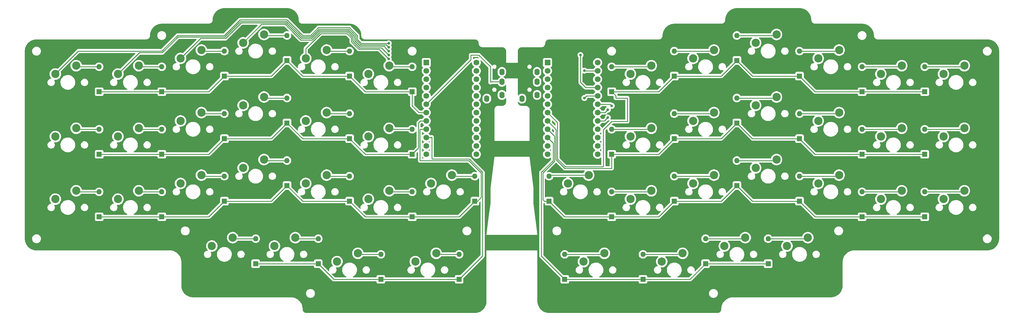
<source format=gbr>
%TF.GenerationSoftware,KiCad,Pcbnew,7.0.8*%
%TF.CreationDate,2023-11-04T09:20:36+09:00*%
%TF.ProjectId,scene46,7363656e-6534-4362-9e6b-696361645f70,rev?*%
%TF.SameCoordinates,Original*%
%TF.FileFunction,Copper,L1,Top*%
%TF.FilePolarity,Positive*%
%FSLAX46Y46*%
G04 Gerber Fmt 4.6, Leading zero omitted, Abs format (unit mm)*
G04 Created by KiCad (PCBNEW 7.0.8) date 2023-11-04 09:20:36*
%MOMM*%
%LPD*%
G01*
G04 APERTURE LIST*
%TA.AperFunction,ComponentPad*%
%ADD10O,1.600000X2.000000*%
%TD*%
%TA.AperFunction,ComponentPad*%
%ADD11C,2.500000*%
%TD*%
%TA.AperFunction,ComponentPad*%
%ADD12R,1.752600X1.752600*%
%TD*%
%TA.AperFunction,ComponentPad*%
%ADD13C,1.752600*%
%TD*%
%TA.AperFunction,ComponentPad*%
%ADD14R,1.600000X1.600000*%
%TD*%
%TA.AperFunction,ComponentPad*%
%ADD15O,1.600000X1.600000*%
%TD*%
%TA.AperFunction,ViaPad*%
%ADD16C,0.800000*%
%TD*%
%TA.AperFunction,Conductor*%
%ADD17C,0.250000*%
%TD*%
G04 APERTURE END LIST*
D10*
%TO.P,U3,1,SLEEVE*%
%TO.N,VCC_L*%
X156053125Y-38275000D03*
%TO.P,U3,2,TIP*%
%TO.N,GND_L*%
X160653125Y-37175000D03*
%TO.P,U3,3,RING1*%
%TO.N,SCL_L*%
X160653125Y-33175000D03*
%TO.P,U3,4,RING2*%
%TO.N,unconnected-(U3-RING2-Pad4)*%
X160653125Y-30175000D03*
%TD*%
D11*
%TO.P,S32,1,1*%
%TO.N,col_R3*%
X237863362Y-40322500D03*
%TO.P,S32,2,2*%
%TO.N,Net-(D32-A)*%
X244213362Y-37782500D03*
%TD*%
%TO.P,S35,1,1*%
%TO.N,col_R6*%
X295013362Y-49847500D03*
%TO.P,S35,2,2*%
%TO.N,Net-(D35-A)*%
X301363362Y-47307500D03*
%TD*%
%TO.P,S9,1,1*%
%TO.N,col_L2*%
X62865000Y-45085000D03*
%TO.P,S9,2,2*%
%TO.N,Net-(D9-A)*%
X69215000Y-42545000D03*
%TD*%
%TO.P,S26,1,1*%
%TO.N,col_R3*%
X237863362Y-21272500D03*
%TO.P,S26,2,2*%
%TO.N,Net-(D26-A)*%
X244213362Y-18732500D03*
%TD*%
%TO.P,S39,1,1*%
%TO.N,col_R3*%
X237863362Y-59372500D03*
%TO.P,S39,2,2*%
%TO.N,Net-(D39-A)*%
X244213362Y-56832500D03*
%TD*%
%TO.P,S16,1,1*%
%TO.N,col_L3*%
X81915000Y-59372500D03*
%TO.P,S16,2,2*%
%TO.N,Net-(D16-A)*%
X88265000Y-56832500D03*
%TD*%
%TO.P,S43,1,1*%
%TO.N,col_R0*%
X185475862Y-87947500D03*
%TO.P,S43,2,2*%
%TO.N,Net-(D43-A)*%
X191825862Y-85407500D03*
%TD*%
%TO.P,S13,1,1*%
%TO.N,col_L0*%
X24765000Y-68897500D03*
%TO.P,S13,2,2*%
%TO.N,Net-(D13-A)*%
X31115000Y-66357500D03*
%TD*%
%TO.P,S10,1,1*%
%TO.N,col_L3*%
X81915000Y-40322500D03*
%TO.P,S10,2,2*%
%TO.N,Net-(D10-A)*%
X88265000Y-37782500D03*
%TD*%
%TO.P,S2,1,1*%
%TO.N,col_L1*%
X43815000Y-30797500D03*
%TO.P,S2,2,2*%
%TO.N,Net-(D2-A)*%
X50165000Y-28257500D03*
%TD*%
%TO.P,S17,1,1*%
%TO.N,col_L4*%
X100965000Y-64135000D03*
%TO.P,S17,2,2*%
%TO.N,Net-(D17-A)*%
X107315000Y-61595000D03*
%TD*%
D10*
%TO.P,U4,1,SLEEVE*%
%TO.N,VCC_R*%
X166745237Y-38275000D03*
%TO.P,U4,2,TIP*%
%TO.N,GND_R*%
X171345237Y-37175000D03*
%TO.P,U4,3,RING1*%
%TO.N,SCL_R*%
X171345237Y-33175000D03*
%TO.P,U4,4,RING2*%
%TO.N,unconnected-(U4-RING2-Pad4)*%
X171345237Y-30175000D03*
%TD*%
D11*
%TO.P,S20,1,1*%
%TO.N,col_L3*%
X72390000Y-83185000D03*
%TO.P,S20,2,2*%
%TO.N,Net-(D20-A)*%
X78740000Y-80645000D03*
%TD*%
%TO.P,S21,1,1*%
%TO.N,col_L4*%
X91440000Y-83185000D03*
%TO.P,S21,2,2*%
%TO.N,Net-(D21-A)*%
X97790000Y-80645000D03*
%TD*%
%TO.P,S34,1,1*%
%TO.N,col_R5*%
X275963362Y-49847500D03*
%TO.P,S34,2,2*%
%TO.N,Net-(D34-A)*%
X282313362Y-47307500D03*
%TD*%
%TO.P,S30,1,1*%
%TO.N,col_R1*%
X199763362Y-49847500D03*
%TO.P,S30,2,2*%
%TO.N,Net-(D30-A)*%
X206113362Y-47307500D03*
%TD*%
%TO.P,S28,1,1*%
%TO.N,col_R5*%
X275963362Y-30797500D03*
%TO.P,S28,2,2*%
%TO.N,Net-(D28-A)*%
X282313362Y-28257500D03*
%TD*%
%TO.P,S6,1,1*%
%TO.N,col_L5*%
X120015000Y-30797500D03*
%TO.P,S6,2,2*%
%TO.N,Net-(D6-A)*%
X126365000Y-28257500D03*
%TD*%
%TO.P,S45,1,1*%
%TO.N,col_R2*%
X228338362Y-83185000D03*
%TO.P,S45,2,2*%
%TO.N,Net-(D45-A)*%
X234688362Y-80645000D03*
%TD*%
%TO.P,S18,1,1*%
%TO.N,col_L5*%
X120015000Y-68897500D03*
%TO.P,S18,2,2*%
%TO.N,Net-(D18-A)*%
X126365000Y-66357500D03*
%TD*%
%TO.P,S22,1,1*%
%TO.N,col_L5*%
X110490000Y-87947500D03*
%TO.P,S22,2,2*%
%TO.N,Net-(D22-A)*%
X116840000Y-85407500D03*
%TD*%
%TO.P,S41,1,1*%
%TO.N,col_R5*%
X275963362Y-68897500D03*
%TO.P,S41,2,2*%
%TO.N,Net-(D41-A)*%
X282313362Y-66357500D03*
%TD*%
%TO.P,S29,1,1*%
%TO.N,col_R6*%
X295013362Y-30797500D03*
%TO.P,S29,2,2*%
%TO.N,Net-(D29-A)*%
X301363362Y-28257500D03*
%TD*%
%TO.P,S3,1,1*%
%TO.N,col_L2*%
X62865000Y-26035000D03*
%TO.P,S3,2,2*%
%TO.N,Net-(D3-A)*%
X69215000Y-23495000D03*
%TD*%
%TO.P,S23,1,1*%
%TO.N,col_L6*%
X134302500Y-87947500D03*
%TO.P,S23,2,2*%
%TO.N,Net-(D23-A)*%
X140652500Y-85407500D03*
%TD*%
%TO.P,S5,1,1*%
%TO.N,col_L4*%
X100965000Y-26035000D03*
%TO.P,S5,2,2*%
%TO.N,Net-(D5-A)*%
X107315000Y-23495000D03*
%TD*%
%TO.P,S44,1,1*%
%TO.N,col_R1*%
X209288362Y-87947500D03*
%TO.P,S44,2,2*%
%TO.N,Net-(D44-A)*%
X215638362Y-85407500D03*
%TD*%
D12*
%TO.P,U1,1,TX0/PD3*%
%TO.N,unconnected-(U1-TX0{slash}PD3-Pad1)*%
X137636250Y-27305000D03*
D13*
%TO.P,U1,2,RX1/PD2*%
%TO.N,unconnected-(U1-RX1{slash}PD2-Pad2)*%
X137636250Y-29845000D03*
%TO.P,U1,3,GND*%
%TO.N,unconnected-(U1-GND-Pad3)*%
X137636250Y-32385000D03*
%TO.P,U1,4,GND*%
%TO.N,unconnected-(U1-GND-Pad4)*%
X137636250Y-34925000D03*
%TO.P,U1,5,2/PD1*%
%TO.N,unconnected-(U1-2{slash}PD1-Pad5)*%
X137636250Y-37465000D03*
%TO.P,U1,6,3/PD0*%
%TO.N,SCL_L*%
X137636250Y-40005000D03*
%TO.P,U1,7,4/PD4*%
%TO.N,row_L0*%
X137636250Y-42545000D03*
%TO.P,U1,8,5/PC6*%
%TO.N,row_L1*%
X137636250Y-45085000D03*
%TO.P,U1,9,6/PD7*%
%TO.N,row_L2*%
X137636250Y-47625000D03*
%TO.P,U1,10,7/PE6*%
%TO.N,row_L3*%
X137636250Y-50165000D03*
%TO.P,U1,11,8/PB4*%
%TO.N,unconnected-(U1-8{slash}PB4-Pad11)*%
X137636250Y-52705000D03*
%TO.P,U1,12,9/PB5*%
%TO.N,unconnected-(U1-9{slash}PB5-Pad12)*%
X137636250Y-55245000D03*
%TO.P,U1,13,10/PB6*%
%TO.N,unconnected-(U1-10{slash}PB6-Pad13)*%
X152876250Y-55245000D03*
%TO.P,U1,14,16/PB2*%
%TO.N,col_L6*%
X152876250Y-52705000D03*
%TO.P,U1,15,14/PB3*%
%TO.N,col_L5*%
X152876250Y-50165000D03*
%TO.P,U1,16,15/PB1*%
%TO.N,col_L4*%
X152876250Y-47625000D03*
%TO.P,U1,17,A0/PF7*%
%TO.N,col_L3*%
X152876250Y-45085000D03*
%TO.P,U1,18,A1/PF6*%
%TO.N,col_L2*%
X152876250Y-42545000D03*
%TO.P,U1,19,A2/PF5*%
%TO.N,col_L1*%
X152876250Y-40005000D03*
%TO.P,U1,20,A3/PF4*%
%TO.N,col_L0*%
X152876250Y-37465000D03*
%TO.P,U1,21,VCC*%
%TO.N,VCC_L*%
X152876250Y-34925000D03*
%TO.P,U1,22,RST*%
%TO.N,unconnected-(U1-RST-Pad22)*%
X152876250Y-32385000D03*
%TO.P,U1,23,GND*%
%TO.N,GND_L*%
X152876250Y-29845000D03*
%TO.P,U1,24,RAW*%
%TO.N,unconnected-(U1-RAW-Pad24)*%
X152876250Y-27305000D03*
%TD*%
D11*
%TO.P,S46,1,1*%
%TO.N,col_R3*%
X247388362Y-83185000D03*
%TO.P,S46,2,2*%
%TO.N,Net-(D46-A)*%
X253738362Y-80645000D03*
%TD*%
%TO.P,S42,1,1*%
%TO.N,col_R6*%
X295013362Y-68897500D03*
%TO.P,S42,2,2*%
%TO.N,Net-(D42-A)*%
X301363362Y-66357500D03*
%TD*%
%TO.P,S11,1,1*%
%TO.N,col_L4*%
X100965000Y-45085000D03*
%TO.P,S11,2,2*%
%TO.N,Net-(D11-A)*%
X107315000Y-42545000D03*
%TD*%
%TO.P,S19,1,1*%
%TO.N,col_L6*%
X139065000Y-64135000D03*
%TO.P,S19,2,2*%
%TO.N,Net-(D19-A)*%
X145415000Y-61595000D03*
%TD*%
%TO.P,S40,1,1*%
%TO.N,col_R4*%
X256913362Y-64135000D03*
%TO.P,S40,2,2*%
%TO.N,Net-(D40-A)*%
X263263362Y-61595000D03*
%TD*%
%TO.P,S1,1,1*%
%TO.N,col_L0*%
X24765000Y-30797500D03*
%TO.P,S1,2,2*%
%TO.N,Net-(D1-A)*%
X31115000Y-28257500D03*
%TD*%
%TO.P,S12,1,1*%
%TO.N,col_L5*%
X120015000Y-49847500D03*
%TO.P,S12,2,2*%
%TO.N,Net-(D12-A)*%
X126365000Y-47307500D03*
%TD*%
%TO.P,S37,1,1*%
%TO.N,col_R1*%
X199763362Y-68897500D03*
%TO.P,S37,2,2*%
%TO.N,Net-(D37-A)*%
X206113362Y-66357500D03*
%TD*%
%TO.P,S24,1,1*%
%TO.N,col_R1*%
X199763362Y-30797500D03*
%TO.P,S24,2,2*%
%TO.N,Net-(D24-A)*%
X206113362Y-28257500D03*
%TD*%
%TO.P,S25,1,1*%
%TO.N,col_R2*%
X218813362Y-26035000D03*
%TO.P,S25,2,2*%
%TO.N,Net-(D25-A)*%
X225163362Y-23495000D03*
%TD*%
%TO.P,S33,1,1*%
%TO.N,col_R4*%
X256913362Y-45085000D03*
%TO.P,S33,2,2*%
%TO.N,Net-(D33-A)*%
X263263362Y-42545000D03*
%TD*%
%TO.P,S38,1,1*%
%TO.N,col_R2*%
X218813362Y-64135000D03*
%TO.P,S38,2,2*%
%TO.N,Net-(D38-A)*%
X225163362Y-61595000D03*
%TD*%
%TO.P,S7,1,1*%
%TO.N,col_L0*%
X24765000Y-49847500D03*
%TO.P,S7,2,2*%
%TO.N,Net-(D7-A)*%
X31115000Y-47307500D03*
%TD*%
%TO.P,S36,1,1*%
%TO.N,col_R0*%
X180713362Y-64135000D03*
%TO.P,S36,2,2*%
%TO.N,Net-(D36-A)*%
X187063362Y-61595000D03*
%TD*%
%TO.P,S31,1,1*%
%TO.N,col_R2*%
X218813362Y-45085000D03*
%TO.P,S31,2,2*%
%TO.N,Net-(D31-A)*%
X225163362Y-42545000D03*
%TD*%
%TO.P,S4,1,1*%
%TO.N,col_L3*%
X81915000Y-21272500D03*
%TO.P,S4,2,2*%
%TO.N,Net-(D4-A)*%
X88265000Y-18732500D03*
%TD*%
%TO.P,S27,1,1*%
%TO.N,col_R4*%
X256913362Y-26035000D03*
%TO.P,S27,2,2*%
%TO.N,Net-(D27-A)*%
X263263362Y-23495000D03*
%TD*%
%TO.P,S14,1,1*%
%TO.N,col_L1*%
X43815000Y-68897500D03*
%TO.P,S14,2,2*%
%TO.N,Net-(D14-A)*%
X50165000Y-66357500D03*
%TD*%
D12*
%TO.P,U2,1,TX0/PD3*%
%TO.N,unconnected-(U2-TX0{slash}PD3-Pad1)*%
X174522112Y-27305000D03*
D13*
%TO.P,U2,2,RX1/PD2*%
%TO.N,unconnected-(U2-RX1{slash}PD2-Pad2)*%
X174522112Y-29845000D03*
%TO.P,U2,3,GND*%
%TO.N,unconnected-(U2-GND-Pad3)*%
X174522112Y-32385000D03*
%TO.P,U2,4,GND*%
%TO.N,unconnected-(U2-GND-Pad4)*%
X174522112Y-34925000D03*
%TO.P,U2,5,2/PD1*%
%TO.N,unconnected-(U2-2{slash}PD1-Pad5)*%
X174522112Y-37465000D03*
%TO.P,U2,6,3/PD0*%
%TO.N,SCL_R*%
X174522112Y-40005000D03*
%TO.P,U2,7,4/PD4*%
%TO.N,row_R0*%
X174522112Y-42545000D03*
%TO.P,U2,8,5/PC6*%
%TO.N,row_R1*%
X174522112Y-45085000D03*
%TO.P,U2,9,6/PD7*%
%TO.N,row_R2*%
X174522112Y-47625000D03*
%TO.P,U2,10,7/PE6*%
%TO.N,row_R3*%
X174522112Y-50165000D03*
%TO.P,U2,11,8/PB4*%
%TO.N,unconnected-(U2-8{slash}PB4-Pad11)*%
X174522112Y-52705000D03*
%TO.P,U2,12,9/PB5*%
%TO.N,unconnected-(U2-9{slash}PB5-Pad12)*%
X174522112Y-55245000D03*
%TO.P,U2,13,10/PB6*%
%TO.N,unconnected-(U2-10{slash}PB6-Pad13)*%
X189762112Y-55245000D03*
%TO.P,U2,14,16/PB2*%
%TO.N,col_R6*%
X189762112Y-52705000D03*
%TO.P,U2,15,14/PB3*%
%TO.N,col_R5*%
X189762112Y-50165000D03*
%TO.P,U2,16,15/PB1*%
%TO.N,col_R4*%
X189762112Y-47625000D03*
%TO.P,U2,17,A0/PF7*%
%TO.N,col_R3*%
X189762112Y-45085000D03*
%TO.P,U2,18,A1/PF6*%
%TO.N,col_R2*%
X189762112Y-42545000D03*
%TO.P,U2,19,A2/PF5*%
%TO.N,col_R1*%
X189762112Y-40005000D03*
%TO.P,U2,20,A3/PF4*%
%TO.N,col_R0*%
X189762112Y-37465000D03*
%TO.P,U2,21,VCC*%
%TO.N,VCC_R*%
X189762112Y-34925000D03*
%TO.P,U2,22,RST*%
%TO.N,unconnected-(U2-RST-Pad22)*%
X189762112Y-32385000D03*
%TO.P,U2,23,GND*%
%TO.N,GND_R*%
X189762112Y-29845000D03*
%TO.P,U2,24,RAW*%
%TO.N,unconnected-(U2-RAW-Pad24)*%
X189762112Y-27305000D03*
%TD*%
D11*
%TO.P,S15,1,1*%
%TO.N,col_L2*%
X62865000Y-64135000D03*
%TO.P,S15,2,2*%
%TO.N,Net-(D15-A)*%
X69215000Y-61595000D03*
%TD*%
%TO.P,S8,1,1*%
%TO.N,col_L1*%
X43815000Y-49847500D03*
%TO.P,S8,2,2*%
%TO.N,Net-(D8-A)*%
X50165000Y-47307500D03*
%TD*%
D14*
%TO.P,D44,1,K*%
%TO.N,row_R3*%
X203573362Y-93345000D03*
D15*
%TO.P,D44,2,A*%
%TO.N,Net-(D44-A)*%
X203573362Y-85725000D03*
%TD*%
D14*
%TO.P,D26,1,K*%
%TO.N,row_R0*%
X232148362Y-26670000D03*
D15*
%TO.P,D26,2,A*%
%TO.N,Net-(D26-A)*%
X232148362Y-19050000D03*
%TD*%
D14*
%TO.P,D28,1,K*%
%TO.N,row_R0*%
X270248362Y-36195000D03*
D15*
%TO.P,D28,2,A*%
%TO.N,Net-(D28-A)*%
X270248362Y-28575000D03*
%TD*%
D14*
%TO.P,D25,1,K*%
%TO.N,row_R0*%
X213098362Y-31432500D03*
D15*
%TO.P,D25,2,A*%
%TO.N,Net-(D25-A)*%
X213098362Y-23812500D03*
%TD*%
D14*
%TO.P,D6,1,K*%
%TO.N,row_L0*%
X133350000Y-36195000D03*
D15*
%TO.P,D6,2,A*%
%TO.N,Net-(D6-A)*%
X133350000Y-28575000D03*
%TD*%
D14*
%TO.P,D35,1,K*%
%TO.N,row_R1*%
X289298362Y-55245000D03*
D15*
%TO.P,D35,2,A*%
%TO.N,Net-(D35-A)*%
X289298362Y-47625000D03*
%TD*%
D14*
%TO.P,D27,1,K*%
%TO.N,row_R0*%
X251198362Y-31432500D03*
D15*
%TO.P,D27,2,A*%
%TO.N,Net-(D27-A)*%
X251198362Y-23812500D03*
%TD*%
D14*
%TO.P,D1,1,K*%
%TO.N,row_L0*%
X38100000Y-36195000D03*
D15*
%TO.P,D1,2,A*%
%TO.N,Net-(D1-A)*%
X38100000Y-28575000D03*
%TD*%
D14*
%TO.P,D7,1,K*%
%TO.N,row_L1*%
X38100000Y-55245000D03*
D15*
%TO.P,D7,2,A*%
%TO.N,Net-(D7-A)*%
X38100000Y-47625000D03*
%TD*%
D14*
%TO.P,D34,1,K*%
%TO.N,row_R1*%
X270248362Y-55245000D03*
D15*
%TO.P,D34,2,A*%
%TO.N,Net-(D34-A)*%
X270248362Y-47625000D03*
%TD*%
D14*
%TO.P,D45,1,K*%
%TO.N,row_R3*%
X222623362Y-88582500D03*
D15*
%TO.P,D45,2,A*%
%TO.N,Net-(D45-A)*%
X222623362Y-80962500D03*
%TD*%
D14*
%TO.P,D39,1,K*%
%TO.N,row_R2*%
X232148362Y-64770000D03*
D15*
%TO.P,D39,2,A*%
%TO.N,Net-(D39-A)*%
X232148362Y-57150000D03*
%TD*%
D14*
%TO.P,D3,1,K*%
%TO.N,row_L0*%
X76200000Y-31432500D03*
D15*
%TO.P,D3,2,A*%
%TO.N,Net-(D3-A)*%
X76200000Y-23812500D03*
%TD*%
D14*
%TO.P,D23,1,K*%
%TO.N,row_L3*%
X147637500Y-93345000D03*
D15*
%TO.P,D23,2,A*%
%TO.N,Net-(D23-A)*%
X147637500Y-85725000D03*
%TD*%
D14*
%TO.P,D37,1,K*%
%TO.N,row_R2*%
X194048362Y-74295000D03*
D15*
%TO.P,D37,2,A*%
%TO.N,Net-(D37-A)*%
X194048362Y-66675000D03*
%TD*%
D14*
%TO.P,D17,1,K*%
%TO.N,row_L2*%
X114300000Y-69532500D03*
D15*
%TO.P,D17,2,A*%
%TO.N,Net-(D17-A)*%
X114300000Y-61912500D03*
%TD*%
D14*
%TO.P,D46,1,K*%
%TO.N,row_R3*%
X241673362Y-88582500D03*
D15*
%TO.P,D46,2,A*%
%TO.N,Net-(D46-A)*%
X241673362Y-80962500D03*
%TD*%
D14*
%TO.P,D40,1,K*%
%TO.N,row_R2*%
X251198362Y-69532500D03*
D15*
%TO.P,D40,2,A*%
%TO.N,Net-(D40-A)*%
X251198362Y-61912500D03*
%TD*%
D14*
%TO.P,D31,1,K*%
%TO.N,row_R1*%
X213098362Y-50482500D03*
D15*
%TO.P,D31,2,A*%
%TO.N,Net-(D31-A)*%
X213098362Y-42862500D03*
%TD*%
D14*
%TO.P,D13,1,K*%
%TO.N,row_L2*%
X38100000Y-74295000D03*
D15*
%TO.P,D13,2,A*%
%TO.N,Net-(D13-A)*%
X38100000Y-66675000D03*
%TD*%
D14*
%TO.P,D42,1,K*%
%TO.N,row_R2*%
X289298362Y-74295000D03*
D15*
%TO.P,D42,2,A*%
%TO.N,Net-(D42-A)*%
X289298362Y-66675000D03*
%TD*%
D14*
%TO.P,D36,1,K*%
%TO.N,row_R2*%
X174998362Y-69532500D03*
D15*
%TO.P,D36,2,A*%
%TO.N,Net-(D36-A)*%
X174998362Y-61912500D03*
%TD*%
D14*
%TO.P,D16,1,K*%
%TO.N,row_L2*%
X95250000Y-64770000D03*
D15*
%TO.P,D16,2,A*%
%TO.N,Net-(D16-A)*%
X95250000Y-57150000D03*
%TD*%
D14*
%TO.P,D33,1,K*%
%TO.N,row_R1*%
X251198362Y-50482500D03*
D15*
%TO.P,D33,2,A*%
%TO.N,Net-(D33-A)*%
X251198362Y-42862500D03*
%TD*%
D14*
%TO.P,D30,1,K*%
%TO.N,row_R1*%
X194048362Y-55245000D03*
D15*
%TO.P,D30,2,A*%
%TO.N,Net-(D30-A)*%
X194048362Y-47625000D03*
%TD*%
D14*
%TO.P,D20,1,K*%
%TO.N,row_L3*%
X85725000Y-88582500D03*
D15*
%TO.P,D20,2,A*%
%TO.N,Net-(D20-A)*%
X85725000Y-80962500D03*
%TD*%
D14*
%TO.P,D4,1,K*%
%TO.N,row_L0*%
X95250000Y-26670000D03*
D15*
%TO.P,D4,2,A*%
%TO.N,Net-(D4-A)*%
X95250000Y-19050000D03*
%TD*%
D14*
%TO.P,D5,1,K*%
%TO.N,row_L0*%
X114300000Y-31432500D03*
D15*
%TO.P,D5,2,A*%
%TO.N,Net-(D5-A)*%
X114300000Y-23812500D03*
%TD*%
D14*
%TO.P,D38,1,K*%
%TO.N,row_R2*%
X213098362Y-69532500D03*
D15*
%TO.P,D38,2,A*%
%TO.N,Net-(D38-A)*%
X213098362Y-61912500D03*
%TD*%
D14*
%TO.P,D18,1,K*%
%TO.N,row_L2*%
X133350000Y-74295000D03*
D15*
%TO.P,D18,2,A*%
%TO.N,Net-(D18-A)*%
X133350000Y-66675000D03*
%TD*%
D14*
%TO.P,D9,1,K*%
%TO.N,row_L1*%
X76200000Y-50482500D03*
D15*
%TO.P,D9,2,A*%
%TO.N,Net-(D9-A)*%
X76200000Y-42862500D03*
%TD*%
D14*
%TO.P,D15,1,K*%
%TO.N,row_L2*%
X76200000Y-69532500D03*
D15*
%TO.P,D15,2,A*%
%TO.N,Net-(D15-A)*%
X76200000Y-61912500D03*
%TD*%
D14*
%TO.P,D32,1,K*%
%TO.N,row_R1*%
X232148362Y-45720000D03*
D15*
%TO.P,D32,2,A*%
%TO.N,Net-(D32-A)*%
X232148362Y-38100000D03*
%TD*%
D14*
%TO.P,D12,1,K*%
%TO.N,row_L1*%
X133350000Y-55245000D03*
D15*
%TO.P,D12,2,A*%
%TO.N,Net-(D12-A)*%
X133350000Y-47625000D03*
%TD*%
D14*
%TO.P,D19,1,K*%
%TO.N,row_L2*%
X152400000Y-69532500D03*
D15*
%TO.P,D19,2,A*%
%TO.N,Net-(D19-A)*%
X152400000Y-61912500D03*
%TD*%
D14*
%TO.P,D41,1,K*%
%TO.N,row_R2*%
X270248362Y-74295000D03*
D15*
%TO.P,D41,2,A*%
%TO.N,Net-(D41-A)*%
X270248362Y-66675000D03*
%TD*%
D14*
%TO.P,D2,1,K*%
%TO.N,row_L0*%
X57150000Y-36195000D03*
D15*
%TO.P,D2,2,A*%
%TO.N,Net-(D2-A)*%
X57150000Y-28575000D03*
%TD*%
D14*
%TO.P,D21,1,K*%
%TO.N,row_L3*%
X104775000Y-88582500D03*
D15*
%TO.P,D21,2,A*%
%TO.N,Net-(D21-A)*%
X104775000Y-80962500D03*
%TD*%
D14*
%TO.P,D43,1,K*%
%TO.N,row_R3*%
X179760862Y-93345000D03*
D15*
%TO.P,D43,2,A*%
%TO.N,Net-(D43-A)*%
X179760862Y-85725000D03*
%TD*%
D14*
%TO.P,D14,1,K*%
%TO.N,row_L2*%
X57150000Y-74295000D03*
D15*
%TO.P,D14,2,A*%
%TO.N,Net-(D14-A)*%
X57150000Y-66675000D03*
%TD*%
D14*
%TO.P,D24,1,K*%
%TO.N,row_R0*%
X194048362Y-36195000D03*
D15*
%TO.P,D24,2,A*%
%TO.N,Net-(D24-A)*%
X194048362Y-28575000D03*
%TD*%
D14*
%TO.P,D8,1,K*%
%TO.N,row_L1*%
X57150000Y-55245000D03*
D15*
%TO.P,D8,2,A*%
%TO.N,Net-(D8-A)*%
X57150000Y-47625000D03*
%TD*%
D14*
%TO.P,D11,1,K*%
%TO.N,row_L1*%
X114300000Y-50482500D03*
D15*
%TO.P,D11,2,A*%
%TO.N,Net-(D11-A)*%
X114300000Y-42862500D03*
%TD*%
D14*
%TO.P,D22,1,K*%
%TO.N,row_L3*%
X123825000Y-93345000D03*
D15*
%TO.P,D22,2,A*%
%TO.N,Net-(D22-A)*%
X123825000Y-85725000D03*
%TD*%
D14*
%TO.P,D10,1,K*%
%TO.N,row_L1*%
X95250000Y-45720000D03*
D15*
%TO.P,D10,2,A*%
%TO.N,Net-(D10-A)*%
X95250000Y-38100000D03*
%TD*%
D14*
%TO.P,D29,1,K*%
%TO.N,row_R0*%
X289298362Y-36195000D03*
D15*
%TO.P,D29,2,A*%
%TO.N,Net-(D29-A)*%
X289298362Y-28575000D03*
%TD*%
D16*
%TO.N,col_L0*%
X126206250Y-21431250D03*
%TO.N,col_L1*%
X126206250Y-22621875D03*
%TO.N,col_L2*%
X126206250Y-23812500D03*
%TO.N,col_L4*%
X126206250Y-26193750D03*
%TO.N,col_L3*%
X126206250Y-25003125D03*
%TO.N,col_R1*%
X194071875Y-40481250D03*
%TO.N,col_R2*%
X192881250Y-41671875D03*
%TO.N,col_R3*%
X192881250Y-44053125D03*
%TO.N,col_R0*%
X185737500Y-38100000D03*
%TO.N,VCC_R*%
X184546875Y-25003125D03*
%TO.N,GND_R*%
X185737500Y-29765625D03*
%TD*%
D17*
%TO.N,row_L0*%
X95250000Y-26670000D02*
X100012500Y-31432500D01*
X100012500Y-31432500D02*
X114300000Y-31432500D01*
X90487500Y-31432500D02*
X95250000Y-26670000D01*
X135413750Y-42545000D02*
X137636250Y-42545000D01*
X114300000Y-31432500D02*
X119062500Y-36195000D01*
X57150000Y-36195000D02*
X71437500Y-36195000D01*
X133350000Y-36195000D02*
X133350000Y-40481250D01*
X119062500Y-36195000D02*
X133350000Y-36195000D01*
X38100000Y-36195000D02*
X57150000Y-36195000D01*
X76200000Y-31432500D02*
X90487500Y-31432500D01*
X133350000Y-40481250D02*
X135413750Y-42545000D01*
X71437500Y-36195000D02*
X76200000Y-31432500D01*
%TO.N,Net-(D1-A)*%
X31432500Y-28575000D02*
X31115000Y-28257500D01*
X38100000Y-28575000D02*
X31432500Y-28575000D01*
%TO.N,Net-(D2-A)*%
X57150000Y-28575000D02*
X50482500Y-28575000D01*
X50482500Y-28575000D02*
X50165000Y-28257500D01*
%TO.N,Net-(D3-A)*%
X69532500Y-23812500D02*
X69215000Y-23495000D01*
X76200000Y-23812500D02*
X69532500Y-23812500D01*
%TO.N,Net-(D4-A)*%
X95250000Y-19050000D02*
X88582500Y-19050000D01*
X88582500Y-19050000D02*
X88265000Y-18732500D01*
%TO.N,Net-(D5-A)*%
X107632500Y-23812500D02*
X107315000Y-23495000D01*
X114300000Y-23812500D02*
X107632500Y-23812500D01*
%TO.N,Net-(D6-A)*%
X133350000Y-28575000D02*
X126682500Y-28575000D01*
X126682500Y-28575000D02*
X126365000Y-28257500D01*
%TO.N,row_L1*%
X133350000Y-55245000D02*
X119062500Y-55245000D01*
X135281250Y-45693750D02*
X135890000Y-45085000D01*
X76200000Y-50482500D02*
X90487500Y-50482500D01*
X71437500Y-55245000D02*
X76200000Y-50482500D01*
X90487500Y-50482500D02*
X95250000Y-45720000D01*
X135281250Y-53313750D02*
X135281250Y-45693750D01*
X135890000Y-45085000D02*
X137636250Y-45085000D01*
X100012500Y-50482500D02*
X95250000Y-45720000D01*
X57150000Y-55245000D02*
X71437500Y-55245000D01*
X119062500Y-55245000D02*
X114300000Y-50482500D01*
X133350000Y-55245000D02*
X135281250Y-53313750D01*
X38100000Y-55245000D02*
X57150000Y-55245000D01*
X114300000Y-50482500D02*
X100012500Y-50482500D01*
%TO.N,Net-(D7-A)*%
X31432500Y-47625000D02*
X31115000Y-47307500D01*
X38100000Y-47625000D02*
X31432500Y-47625000D01*
%TO.N,Net-(D8-A)*%
X57150000Y-47625000D02*
X50482500Y-47625000D01*
X50482500Y-47625000D02*
X50165000Y-47307500D01*
%TO.N,Net-(D9-A)*%
X76200000Y-42862500D02*
X69532500Y-42862500D01*
X69532500Y-42862500D02*
X69215000Y-42545000D01*
%TO.N,Net-(D10-A)*%
X95250000Y-38100000D02*
X88582500Y-38100000D01*
X88582500Y-38100000D02*
X88265000Y-37782500D01*
%TO.N,Net-(D11-A)*%
X107632500Y-42862500D02*
X107315000Y-42545000D01*
X114300000Y-42862500D02*
X107632500Y-42862500D01*
%TO.N,Net-(D12-A)*%
X133350000Y-47625000D02*
X126682500Y-47625000D01*
X126682500Y-47625000D02*
X126365000Y-47307500D01*
%TO.N,row_L2*%
X71437500Y-74295000D02*
X76200000Y-69532500D01*
X100012500Y-69532500D02*
X114300000Y-69532500D01*
X135731250Y-57150000D02*
X135731250Y-47625000D01*
X154331250Y-60908271D02*
X150572979Y-57150000D01*
X152400000Y-69532500D02*
X153200000Y-69532500D01*
X153200000Y-69532500D02*
X154331250Y-68401250D01*
X76200000Y-69532500D02*
X90487500Y-69532500D01*
X135731250Y-47625000D02*
X137636250Y-47625000D01*
X154331250Y-68401250D02*
X154331250Y-60908271D01*
X57150000Y-74295000D02*
X71437500Y-74295000D01*
X90487500Y-69532500D02*
X95250000Y-64770000D01*
X147637500Y-74295000D02*
X152400000Y-69532500D01*
X114300000Y-69532500D02*
X119062500Y-74295000D01*
X119062500Y-74295000D02*
X133350000Y-74295000D01*
X133350000Y-74295000D02*
X147637500Y-74295000D01*
X38100000Y-74295000D02*
X57150000Y-74295000D01*
X95250000Y-64770000D02*
X100012500Y-69532500D01*
X150572979Y-57150000D02*
X135731250Y-57150000D01*
%TO.N,Net-(D13-A)*%
X31432500Y-66675000D02*
X31115000Y-66357500D01*
X38100000Y-66675000D02*
X31432500Y-66675000D01*
%TO.N,Net-(D14-A)*%
X50482500Y-66675000D02*
X50165000Y-66357500D01*
X57150000Y-66675000D02*
X50482500Y-66675000D01*
%TO.N,Net-(D15-A)*%
X76200000Y-61912500D02*
X69532500Y-61912500D01*
X69532500Y-61912500D02*
X69215000Y-61595000D01*
%TO.N,Net-(D16-A)*%
X88582500Y-57150000D02*
X88265000Y-56832500D01*
X95250000Y-57150000D02*
X88582500Y-57150000D01*
%TO.N,Net-(D17-A)*%
X114300000Y-61912500D02*
X107632500Y-61912500D01*
X107632500Y-61912500D02*
X107315000Y-61595000D01*
%TO.N,Net-(D18-A)*%
X133350000Y-66675000D02*
X126682500Y-66675000D01*
X126682500Y-66675000D02*
X126365000Y-66357500D01*
%TO.N,Net-(D19-A)*%
X152400000Y-61912500D02*
X145732500Y-61912500D01*
X145732500Y-61912500D02*
X145415000Y-61595000D01*
%TO.N,row_L3*%
X147637500Y-93345000D02*
X154781250Y-86201250D01*
X85725000Y-88582500D02*
X104775000Y-88582500D01*
X104775000Y-88582500D02*
X109537500Y-93345000D01*
X139303125Y-56700000D02*
X139303125Y-50006250D01*
X123825000Y-93345000D02*
X147637500Y-93345000D01*
X150759375Y-56700000D02*
X139303125Y-56700000D01*
X154781250Y-60721875D02*
X150759375Y-56700000D01*
X139144375Y-50165000D02*
X137636250Y-50165000D01*
X154781250Y-86201250D02*
X154781250Y-60721875D01*
X109537500Y-93345000D02*
X123825000Y-93345000D01*
X139303125Y-50006250D02*
X139144375Y-50165000D01*
%TO.N,Net-(D20-A)*%
X79057500Y-80962500D02*
X78740000Y-80645000D01*
X85725000Y-80962500D02*
X79057500Y-80962500D01*
%TO.N,Net-(D21-A)*%
X104775000Y-80962500D02*
X98107500Y-80962500D01*
X98107500Y-80962500D02*
X97790000Y-80645000D01*
%TO.N,Net-(D22-A)*%
X117157500Y-85725000D02*
X116840000Y-85407500D01*
X123825000Y-85725000D02*
X117157500Y-85725000D01*
%TO.N,Net-(D23-A)*%
X140970000Y-85725000D02*
X140652500Y-85407500D01*
X147637500Y-85725000D02*
X140970000Y-85725000D01*
%TO.N,row_R0*%
X191507737Y-47807888D02*
X194071875Y-45243750D01*
X177562500Y-56672979D02*
X179970771Y-59081250D01*
X270248362Y-36195000D02*
X255960862Y-36195000D01*
X227385862Y-31432500D02*
X213098362Y-31432500D01*
X191507737Y-59081250D02*
X191507737Y-47807888D01*
X194071875Y-45243750D02*
X198834375Y-45243750D01*
X174522112Y-42545000D02*
X177562500Y-45585388D01*
X198834375Y-45243750D02*
X198834375Y-38100000D01*
X198834375Y-38100000D02*
X195262500Y-38100000D01*
X236910862Y-31432500D02*
X232148362Y-26670000D01*
X232148362Y-26670000D02*
X227385862Y-31432500D01*
X289298362Y-36195000D02*
X270248362Y-36195000D01*
X195262500Y-37409138D02*
X194048362Y-36195000D01*
X255960862Y-36195000D02*
X251198362Y-31432500D01*
X177562500Y-45585388D02*
X177562500Y-56672979D01*
X251198362Y-31432500D02*
X236910862Y-31432500D01*
X213098362Y-31432500D02*
X208335862Y-36195000D01*
X195262500Y-38100000D02*
X195262500Y-37409138D01*
X179970771Y-59081250D02*
X191507737Y-59081250D01*
X208335862Y-36195000D02*
X194048362Y-36195000D01*
%TO.N,Net-(D24-A)*%
X205795862Y-28575000D02*
X206113362Y-28257500D01*
X194048362Y-28575000D02*
X205795862Y-28575000D01*
%TO.N,Net-(D25-A)*%
X224845862Y-23812500D02*
X225163362Y-23495000D01*
X213098362Y-23812500D02*
X224845862Y-23812500D01*
%TO.N,Net-(D26-A)*%
X243895862Y-19050000D02*
X244213362Y-18732500D01*
X232148362Y-19050000D02*
X243895862Y-19050000D01*
%TO.N,Net-(D27-A)*%
X262945862Y-23812500D02*
X263263362Y-23495000D01*
X251198362Y-23812500D02*
X262945862Y-23812500D01*
%TO.N,Net-(D28-A)*%
X281995862Y-28575000D02*
X282313362Y-28257500D01*
X270248362Y-28575000D02*
X281995862Y-28575000D01*
%TO.N,Net-(D29-A)*%
X289298362Y-28575000D02*
X301045862Y-28575000D01*
X301045862Y-28575000D02*
X301363362Y-28257500D01*
%TO.N,row_R1*%
X194071875Y-59531250D02*
X179784375Y-59531250D01*
X270248362Y-55245000D02*
X255960862Y-55245000D01*
X255960862Y-55245000D02*
X251198362Y-50482500D01*
X208335862Y-55245000D02*
X194048362Y-55245000D01*
X177112500Y-47675388D02*
X174522112Y-45085000D01*
X194048362Y-55245000D02*
X194048362Y-59507737D01*
X194048362Y-59507737D02*
X194071875Y-59531250D01*
X251198362Y-50482500D02*
X236910862Y-50482500D01*
X213098362Y-50482500D02*
X208335862Y-55245000D01*
X289298362Y-55245000D02*
X270248362Y-55245000D01*
X232148362Y-45720000D02*
X227385862Y-50482500D01*
X177112500Y-56859375D02*
X177112500Y-47675388D01*
X236910862Y-50482500D02*
X232148362Y-45720000D01*
X227385862Y-50482500D02*
X213098362Y-50482500D01*
X179784375Y-59531250D02*
X177112500Y-56859375D01*
%TO.N,Net-(D30-A)*%
X205795862Y-47625000D02*
X206113362Y-47307500D01*
X194048362Y-47625000D02*
X205795862Y-47625000D01*
%TO.N,Net-(D31-A)*%
X224845862Y-42862500D02*
X225163362Y-42545000D01*
X213098362Y-42862500D02*
X224845862Y-42862500D01*
%TO.N,Net-(D32-A)*%
X232148362Y-38100000D02*
X243895862Y-38100000D01*
X243895862Y-38100000D02*
X244213362Y-37782500D01*
%TO.N,Net-(D33-A)*%
X251198362Y-42862500D02*
X262945862Y-42862500D01*
X262945862Y-42862500D02*
X263263362Y-42545000D01*
%TO.N,Net-(D34-A)*%
X281995862Y-47625000D02*
X282313362Y-47307500D01*
X270248362Y-47625000D02*
X281995862Y-47625000D01*
%TO.N,Net-(D35-A)*%
X301045862Y-47625000D02*
X301363362Y-47307500D01*
X289298362Y-47625000D02*
X301045862Y-47625000D01*
%TO.N,row_R2*%
X174998362Y-69532500D02*
X173566875Y-69532500D01*
X173090625Y-69056250D02*
X173090625Y-60908271D01*
X179760862Y-74295000D02*
X174998362Y-69532500D01*
X173090625Y-60908271D02*
X176662500Y-57336396D01*
X176662500Y-57336396D02*
X176662500Y-49765388D01*
X208335862Y-74295000D02*
X194048362Y-74295000D01*
X227385862Y-69532500D02*
X213098362Y-69532500D01*
X289298362Y-74295000D02*
X270248362Y-74295000D01*
X176662500Y-49765388D02*
X174522112Y-47625000D01*
X251198362Y-69532500D02*
X236910862Y-69532500D01*
X236910862Y-69532500D02*
X232148362Y-64770000D01*
X213098362Y-69532500D02*
X208335862Y-74295000D01*
X232148362Y-64770000D02*
X227385862Y-69532500D01*
X270248362Y-74295000D02*
X255960862Y-74295000D01*
X173566875Y-69532500D02*
X173090625Y-69056250D01*
X255960862Y-74295000D02*
X251198362Y-69532500D01*
X194048362Y-74295000D02*
X179760862Y-74295000D01*
%TO.N,Net-(D36-A)*%
X175315862Y-61595000D02*
X174998362Y-61912500D01*
X187063362Y-61595000D02*
X175315862Y-61595000D01*
%TO.N,Net-(D37-A)*%
X205795862Y-66675000D02*
X206113362Y-66357500D01*
X194048362Y-66675000D02*
X205795862Y-66675000D01*
%TO.N,Net-(D38-A)*%
X224845862Y-61912500D02*
X225163362Y-61595000D01*
X213098362Y-61912500D02*
X224845862Y-61912500D01*
%TO.N,Net-(D39-A)*%
X232148362Y-57150000D02*
X243895862Y-57150000D01*
X243895862Y-57150000D02*
X244213362Y-56832500D01*
%TO.N,Net-(D40-A)*%
X251198362Y-61912500D02*
X262945862Y-61912500D01*
X262945862Y-61912500D02*
X263263362Y-61595000D01*
%TO.N,Net-(D41-A)*%
X281995862Y-66675000D02*
X282313362Y-66357500D01*
X270248362Y-66675000D02*
X281995862Y-66675000D01*
%TO.N,Net-(D42-A)*%
X301045862Y-66675000D02*
X301363362Y-66357500D01*
X289298362Y-66675000D02*
X301045862Y-66675000D01*
%TO.N,row_R3*%
X176212500Y-51855388D02*
X174522112Y-50165000D01*
X179760862Y-93345000D02*
X203573362Y-93345000D01*
X176212500Y-57150000D02*
X176212500Y-51855388D01*
X179760862Y-93345000D02*
X172640625Y-86224763D01*
X222623362Y-88582500D02*
X217860862Y-93345000D01*
X172640625Y-60721875D02*
X176212500Y-57150000D01*
X217860862Y-93345000D02*
X203573362Y-93345000D01*
X241673362Y-88582500D02*
X222623362Y-88582500D01*
X172640625Y-86224763D02*
X172640625Y-60721875D01*
%TO.N,Net-(D43-A)*%
X179760862Y-85725000D02*
X191508362Y-85725000D01*
X191508362Y-85725000D02*
X191825862Y-85407500D01*
%TO.N,Net-(D44-A)*%
X203573362Y-85725000D02*
X215320862Y-85725000D01*
X215320862Y-85725000D02*
X215638362Y-85407500D01*
%TO.N,Net-(D45-A)*%
X222623362Y-80962500D02*
X234370862Y-80962500D01*
X234370862Y-80962500D02*
X234688362Y-80645000D01*
%TO.N,Net-(D46-A)*%
X253420862Y-80962500D02*
X253738362Y-80645000D01*
X241673362Y-80962500D02*
X253420862Y-80962500D01*
%TO.N,col_L0*%
X117871875Y-21431250D02*
X126206250Y-21431250D01*
X32146875Y-23812500D02*
X57150000Y-23812500D01*
X104775000Y-16668750D02*
X114300000Y-16668750D01*
X114300000Y-16668750D02*
X116681250Y-19050000D01*
X57150000Y-23812500D02*
X61912500Y-19050000D01*
X95250000Y-14287500D02*
X100012500Y-19050000D01*
X24765000Y-30797500D02*
X31750000Y-23812500D01*
X102393750Y-19050000D02*
X104775000Y-16668750D01*
X61912500Y-19050000D02*
X76200000Y-19050000D01*
X80962500Y-14287500D02*
X95250000Y-14287500D01*
X31750000Y-23812500D02*
X32146875Y-23812500D01*
X116681250Y-19050000D02*
X116681250Y-20240625D01*
X76200000Y-19050000D02*
X80962500Y-14287500D01*
X100012500Y-19050000D02*
X102393750Y-19050000D01*
X116681250Y-20240625D02*
X117871875Y-21431250D01*
%TO.N,col_L1*%
X80685386Y-15201010D02*
X81148896Y-14737500D01*
X102580146Y-19500000D02*
X104497886Y-17582260D01*
X116231250Y-19236396D02*
X116231250Y-20427021D01*
X43815000Y-30797500D02*
X50350000Y-24262500D01*
X104961396Y-17118750D02*
X110728125Y-17118750D01*
X95063604Y-14737500D02*
X99098990Y-18772885D01*
X99098990Y-18772885D02*
X99826104Y-19500000D01*
X125015625Y-21881250D02*
X125465625Y-21881250D01*
X104497886Y-17582260D02*
X104961396Y-17118750D01*
X116231250Y-20427021D02*
X116958365Y-21154136D01*
X99826104Y-19500000D02*
X102580146Y-19500000D01*
X115172427Y-18177573D02*
X116231250Y-19236396D01*
X57336396Y-24262500D02*
X62098896Y-19500000D01*
X76386396Y-19500000D02*
X80685386Y-15201010D01*
X62098896Y-19500000D02*
X76386396Y-19500000D01*
X114113604Y-17118750D02*
X115172427Y-18177573D01*
X81148896Y-14737500D02*
X95063604Y-14737500D01*
X117685479Y-21881250D02*
X125015625Y-21881250D01*
X116958365Y-21154136D02*
X117685479Y-21881250D01*
X125465625Y-21881250D02*
X126206250Y-22621875D01*
X110728125Y-17118750D02*
X114113604Y-17118750D01*
X51196875Y-24262500D02*
X57336396Y-24262500D01*
X50350000Y-24262500D02*
X51196875Y-24262500D01*
%TO.N,col_L2*%
X116640167Y-21472334D02*
X117499083Y-22331250D01*
X94877208Y-15187500D02*
X99639708Y-19950000D01*
X125015625Y-22621875D02*
X126206250Y-23812500D01*
X68950000Y-19950000D02*
X69056250Y-19950000D01*
X105147792Y-17568750D02*
X113927208Y-17568750D01*
X76572792Y-19950000D02*
X81335292Y-15187500D01*
X62865000Y-26035000D02*
X68950000Y-19950000D01*
X113927208Y-17568750D02*
X115449542Y-19091084D01*
X115781250Y-20613417D02*
X116640167Y-21472334D01*
X69056250Y-19950000D02*
X76572792Y-19950000D01*
X99639708Y-19950000D02*
X102766542Y-19950000D01*
X115781250Y-19422792D02*
X115781250Y-20613417D01*
X115449542Y-19091084D02*
X115781250Y-19422792D01*
X81335292Y-15187500D02*
X94877208Y-15187500D01*
X102766542Y-19950000D02*
X105147792Y-17568750D01*
X125015625Y-22331250D02*
X125015625Y-22621875D01*
X117499083Y-22331250D02*
X125015625Y-22331250D01*
%TO.N,col_L4*%
X122634375Y-23231250D02*
X123243750Y-23231250D01*
X116003771Y-22108730D02*
X117126291Y-23231250D01*
X100965000Y-23024334D02*
X105452480Y-18536854D01*
X117126291Y-23231250D02*
X122634375Y-23231250D01*
X105452480Y-18536854D02*
X105520584Y-18468750D01*
X123243750Y-23231250D02*
X126206250Y-26193750D01*
X114881250Y-19795584D02*
X114881250Y-20986209D01*
X114881250Y-20986209D02*
X116003771Y-22108730D01*
X113554416Y-18468750D02*
X114881250Y-19795584D01*
X105520584Y-18468750D02*
X113554416Y-18468750D01*
X100965000Y-26035000D02*
X100965000Y-23024334D01*
%TO.N,col_L3*%
X99453312Y-20400000D02*
X102952938Y-20400000D01*
X114536031Y-18813969D02*
X115331250Y-19609188D01*
X123825000Y-22781250D02*
X123984375Y-22781250D01*
X90328125Y-15637500D02*
X94690812Y-15637500D01*
X94690812Y-15637500D02*
X97271969Y-18218657D01*
X113109375Y-18018750D02*
X113740812Y-18018750D01*
X105134282Y-18218656D02*
X105334188Y-18018750D01*
X116321969Y-21790532D02*
X117312687Y-22781250D01*
X102952938Y-20400000D02*
X105134282Y-18218656D01*
X117312687Y-22781250D02*
X123825000Y-22781250D01*
X87550000Y-15637500D02*
X90328125Y-15637500D01*
X81915000Y-21272500D02*
X87550000Y-15637500D01*
X98462594Y-19409282D02*
X99453312Y-20400000D01*
X105334188Y-18018750D02*
X113109375Y-18018750D01*
X113740812Y-18018750D02*
X114536031Y-18813969D01*
X97271969Y-18218657D02*
X98462594Y-19409282D01*
X115331250Y-20799813D02*
X116321969Y-21790532D01*
X115331250Y-19609188D02*
X115331250Y-20799813D01*
X123984375Y-22781250D02*
X126206250Y-25003125D01*
%TO.N,col_R1*%
X193595625Y-40005000D02*
X189762112Y-40005000D01*
X194071875Y-40481250D02*
X193595625Y-40005000D01*
%TO.N,col_R2*%
X192881250Y-41671875D02*
X192008125Y-42545000D01*
X192008125Y-42545000D02*
X189762112Y-42545000D01*
%TO.N,col_R3*%
X191849375Y-45085000D02*
X189762112Y-45085000D01*
X192881250Y-44053125D02*
X191849375Y-45085000D01*
%TO.N,col_R0*%
X185737500Y-38100000D02*
X186372500Y-37465000D01*
X186372500Y-37465000D02*
X189762112Y-37465000D01*
%TO.N,SCL_L*%
X160653125Y-33175000D02*
X157325000Y-33175000D01*
X151209375Y-26431875D02*
X137636250Y-40005000D01*
X151209375Y-25003125D02*
X151209375Y-26431875D01*
X153590625Y-25003125D02*
X151209375Y-25003125D01*
X157162500Y-33337500D02*
X157162500Y-28575000D01*
X157162500Y-28575000D02*
X153590625Y-25003125D01*
X157325000Y-33175000D02*
X157162500Y-33337500D01*
%TO.N,VCC_R*%
X186134375Y-34925000D02*
X189762112Y-34925000D01*
X184546875Y-33337500D02*
X186134375Y-34925000D01*
X184546875Y-25003125D02*
X184546875Y-33337500D01*
%TO.N,GND_R*%
X185816875Y-29845000D02*
X189762112Y-29845000D01*
X185737500Y-29765625D02*
X185816875Y-29845000D01*
%TD*%
%TA.AperFunction,NonConductor*%
G36*
X95251513Y-10716200D02*
G01*
X95319188Y-10719524D01*
X95402528Y-10723618D01*
X95603901Y-10734172D01*
X95609694Y-10734751D01*
X95781386Y-10760219D01*
X95962087Y-10788840D01*
X95967434Y-10789931D01*
X96139564Y-10833047D01*
X96256017Y-10864252D01*
X96312869Y-10879486D01*
X96317711Y-10880998D01*
X96357469Y-10895223D01*
X96486373Y-10941346D01*
X96652651Y-11005175D01*
X96652654Y-11005176D01*
X96656933Y-11007006D01*
X96819727Y-11084001D01*
X96922616Y-11136426D01*
X96977950Y-11164620D01*
X96981659Y-11166672D01*
X97136677Y-11259587D01*
X97285424Y-11356184D01*
X97288516Y-11358330D01*
X97416866Y-11453522D01*
X97434096Y-11466301D01*
X97571882Y-11577878D01*
X97574464Y-11580091D01*
X97707863Y-11700997D01*
X97710067Y-11703096D01*
X97834402Y-11827431D01*
X97836501Y-11829635D01*
X97957407Y-11963034D01*
X97959626Y-11965623D01*
X98040221Y-12065150D01*
X98071198Y-12103403D01*
X98102178Y-12145174D01*
X98179154Y-12248964D01*
X98181326Y-12252092D01*
X98277909Y-12400817D01*
X98277915Y-12400826D01*
X98370812Y-12555815D01*
X98372875Y-12559543D01*
X98453500Y-12717776D01*
X98530487Y-12880553D01*
X98532323Y-12884844D01*
X98596163Y-13051153D01*
X98656500Y-13219787D01*
X98658012Y-13224629D01*
X98704466Y-13397990D01*
X98747565Y-13570056D01*
X98748660Y-13575424D01*
X98777288Y-13756171D01*
X98802743Y-13927771D01*
X98803329Y-13933627D01*
X98813888Y-14135108D01*
X98821300Y-14285987D01*
X98821375Y-14289028D01*
X98821375Y-14381244D01*
X98836015Y-14473674D01*
X98850705Y-14566423D01*
X98908639Y-14744730D01*
X98908640Y-14744733D01*
X98966489Y-14858266D01*
X98993756Y-14911780D01*
X98993761Y-14911788D01*
X99103955Y-15063460D01*
X99236539Y-15196044D01*
X99378469Y-15299160D01*
X99388215Y-15306241D01*
X99497417Y-15361882D01*
X99555266Y-15391359D01*
X99555269Y-15391360D01*
X99641443Y-15419359D01*
X99733578Y-15449295D01*
X99918756Y-15478625D01*
X100012401Y-15478625D01*
X111918651Y-15478625D01*
X114298471Y-15478625D01*
X114301513Y-15478700D01*
X114369188Y-15482024D01*
X114452528Y-15486118D01*
X114653901Y-15496672D01*
X114659694Y-15497251D01*
X114831386Y-15522719D01*
X115012087Y-15551340D01*
X115017434Y-15552431D01*
X115189564Y-15595547D01*
X115306017Y-15626752D01*
X115362869Y-15641986D01*
X115367711Y-15643498D01*
X115407469Y-15657723D01*
X115536373Y-15703846D01*
X115702651Y-15767675D01*
X115702654Y-15767676D01*
X115706933Y-15769506D01*
X115869727Y-15846501D01*
X115946245Y-15885489D01*
X116027950Y-15927120D01*
X116031659Y-15929172D01*
X116186677Y-16022087D01*
X116335424Y-16118684D01*
X116338516Y-16120830D01*
X116443416Y-16198630D01*
X116484096Y-16228801D01*
X116621882Y-16340378D01*
X116624464Y-16342591D01*
X116757863Y-16463497D01*
X116760067Y-16465596D01*
X116884402Y-16589931D01*
X116886501Y-16592135D01*
X117007407Y-16725534D01*
X117009626Y-16728123D01*
X117090221Y-16827650D01*
X117121198Y-16865903D01*
X117152178Y-16907674D01*
X117229154Y-17011464D01*
X117231326Y-17014592D01*
X117327909Y-17163317D01*
X117327915Y-17163326D01*
X117420812Y-17318315D01*
X117422875Y-17322043D01*
X117503500Y-17480276D01*
X117580487Y-17643053D01*
X117582323Y-17647344D01*
X117646163Y-17813653D01*
X117706500Y-17982287D01*
X117708012Y-17987129D01*
X117754466Y-18160490D01*
X117797565Y-18332556D01*
X117798660Y-18337924D01*
X117827288Y-18518671D01*
X117852743Y-18690271D01*
X117853329Y-18696127D01*
X117863888Y-18897608D01*
X117871300Y-19048487D01*
X117871375Y-19051528D01*
X117871375Y-19143744D01*
X117886015Y-19236174D01*
X117900705Y-19328923D01*
X117958639Y-19507230D01*
X117958640Y-19507233D01*
X118011773Y-19611510D01*
X118043756Y-19674280D01*
X118043761Y-19674288D01*
X118153955Y-19825960D01*
X118286539Y-19958544D01*
X118412482Y-20050045D01*
X118438215Y-20068741D01*
X118547417Y-20124382D01*
X118605266Y-20153859D01*
X118605269Y-20153860D01*
X118687467Y-20180567D01*
X118783578Y-20211795D01*
X118968756Y-20241125D01*
X119062401Y-20241125D01*
X152397562Y-20241125D01*
X152402426Y-20241315D01*
X152455407Y-20245485D01*
X152584778Y-20256835D01*
X152602865Y-20259782D01*
X152661192Y-20273785D01*
X152676776Y-20277527D01*
X152781189Y-20305504D01*
X152788869Y-20308110D01*
X152869246Y-20341403D01*
X152962407Y-20384843D01*
X152968582Y-20388161D01*
X153043408Y-20434013D01*
X153043482Y-20434058D01*
X153046646Y-20436133D01*
X153128050Y-20493130D01*
X153132746Y-20496767D01*
X153151722Y-20512973D01*
X153187477Y-20543510D01*
X153200168Y-20554348D01*
X153203726Y-20557636D01*
X153273620Y-20627528D01*
X153276919Y-20631097D01*
X153334495Y-20698506D01*
X153338138Y-20703212D01*
X153374458Y-20755078D01*
X153395153Y-20784632D01*
X153397221Y-20787787D01*
X153443112Y-20862669D01*
X153446431Y-20868845D01*
X153471589Y-20922792D01*
X153489880Y-20962014D01*
X153523171Y-21042382D01*
X153525781Y-21050069D01*
X153553758Y-21154462D01*
X153571496Y-21228336D01*
X153574451Y-21246474D01*
X153586145Y-21380069D01*
X153589933Y-21428177D01*
X153590125Y-21433043D01*
X153590128Y-21524988D01*
X153598382Y-21577087D01*
X153614981Y-21681872D01*
X153619465Y-21710173D01*
X153641195Y-21777044D01*
X153677405Y-21888476D01*
X153762524Y-22055524D01*
X153872726Y-22207202D01*
X154005298Y-22339774D01*
X154156976Y-22449976D01*
X154324024Y-22535095D01*
X154502332Y-22593036D01*
X154687508Y-22622371D01*
X154687536Y-22622371D01*
X154756485Y-22622373D01*
X154756494Y-22622375D01*
X154781151Y-22622375D01*
X154781250Y-22622375D01*
X154781750Y-22622375D01*
X160731940Y-22622375D01*
X160736800Y-22622565D01*
X160790587Y-22626797D01*
X160918996Y-22638045D01*
X160937086Y-22640992D01*
X161012128Y-22659007D01*
X161115388Y-22686674D01*
X161123060Y-22689279D01*
X161154526Y-22702312D01*
X161201724Y-22721861D01*
X161204151Y-22722866D01*
X161296588Y-22765969D01*
X161302783Y-22769298D01*
X161373209Y-22812454D01*
X161378192Y-22815507D01*
X161381359Y-22817584D01*
X161399155Y-22830044D01*
X161462232Y-22874210D01*
X161466929Y-22877847D01*
X161534776Y-22935792D01*
X161538349Y-22939095D01*
X161607794Y-23008539D01*
X161611073Y-23012085D01*
X161649226Y-23056755D01*
X161669035Y-23079948D01*
X161672679Y-23084654D01*
X161729300Y-23165516D01*
X161731365Y-23168665D01*
X161747737Y-23195380D01*
X161777588Y-23244093D01*
X161780918Y-23250290D01*
X161824031Y-23342742D01*
X161857605Y-23423797D01*
X161860215Y-23431484D01*
X161887898Y-23534792D01*
X161905895Y-23609756D01*
X161908849Y-23627896D01*
X161920266Y-23758397D01*
X161924309Y-23809762D01*
X161924500Y-23814628D01*
X161924500Y-27359842D01*
X161924416Y-27360264D01*
X161924459Y-27384376D01*
X161924500Y-27384474D01*
X161924616Y-27384757D01*
X161924618Y-27384759D01*
X161924808Y-27384837D01*
X161925000Y-27384916D01*
X161925002Y-27384914D01*
X161949616Y-27384899D01*
X161949616Y-27384903D01*
X161949760Y-27384875D01*
X165472115Y-27384875D01*
X165472258Y-27384903D01*
X165472259Y-27384899D01*
X165496872Y-27384914D01*
X165496875Y-27384916D01*
X165497258Y-27384758D01*
X165497375Y-27384474D01*
X165497416Y-27384375D01*
X165497415Y-27384372D01*
X165497458Y-27360264D01*
X165497375Y-27359842D01*
X165497375Y-23814938D01*
X165497471Y-23812500D01*
X192692703Y-23812500D01*
X192713298Y-24047903D01*
X192713300Y-24047913D01*
X192774456Y-24276155D01*
X192774458Y-24276159D01*
X192774459Y-24276163D01*
X192802072Y-24335379D01*
X192874326Y-24490328D01*
X192874327Y-24490330D01*
X193009867Y-24683902D01*
X193176959Y-24850994D01*
X193370531Y-24986534D01*
X193370533Y-24986535D01*
X193584699Y-25086403D01*
X193812954Y-25147563D01*
X193989396Y-25163000D01*
X194107328Y-25163000D01*
X194283770Y-25147563D01*
X194512025Y-25086403D01*
X194726191Y-24986535D01*
X194919763Y-24850995D01*
X195086857Y-24683901D01*
X195222397Y-24490330D01*
X195322265Y-24276163D01*
X195383425Y-24047908D01*
X195404021Y-23812501D01*
X211792894Y-23812501D01*
X211812726Y-24039186D01*
X211812728Y-24039197D01*
X211871620Y-24258988D01*
X211871623Y-24258997D01*
X211967793Y-24465232D01*
X211967794Y-24465234D01*
X212098316Y-24651641D01*
X212259220Y-24812545D01*
X212259223Y-24812547D01*
X212445628Y-24943068D01*
X212651866Y-25039239D01*
X212871670Y-25098135D01*
X213033592Y-25112301D01*
X213098360Y-25117968D01*
X213098362Y-25117968D01*
X213098364Y-25117968D01*
X213155035Y-25113009D01*
X213325054Y-25098135D01*
X213544858Y-25039239D01*
X213751096Y-24943068D01*
X213937501Y-24812547D01*
X214098409Y-24651639D01*
X214192447Y-24517338D01*
X214210975Y-24490877D01*
X214265551Y-24447252D01*
X214312550Y-24438000D01*
X217646264Y-24438000D01*
X217713303Y-24457685D01*
X217759058Y-24510489D01*
X217769002Y-24579647D01*
X217739977Y-24643203D01*
X217722087Y-24659137D01*
X217722513Y-24659672D01*
X217718887Y-24662563D01*
X217526560Y-24841014D01*
X217362976Y-25046143D01*
X217231794Y-25273356D01*
X217135944Y-25517578D01*
X217135938Y-25517597D01*
X217077559Y-25773374D01*
X217077558Y-25773379D01*
X217057954Y-26034995D01*
X217057954Y-26035004D01*
X217077558Y-26296620D01*
X217077559Y-26296625D01*
X217135938Y-26552402D01*
X217135940Y-26552411D01*
X217135942Y-26552416D01*
X217231794Y-26796643D01*
X217362976Y-27023857D01*
X217526557Y-27228981D01*
X217526559Y-27228983D01*
X217526560Y-27228984D01*
X217535931Y-27237679D01*
X217571686Y-27297707D01*
X217569312Y-27367536D01*
X217529562Y-27424997D01*
X217465057Y-27451846D01*
X217463378Y-27452017D01*
X217329401Y-27464810D01*
X217329392Y-27464811D01*
X217329391Y-27464812D01*
X217329389Y-27464812D01*
X217329387Y-27464813D01*
X217123155Y-27525368D01*
X216932098Y-27623864D01*
X216763147Y-27756729D01*
X216763144Y-27756733D01*
X216622383Y-27919178D01*
X216514915Y-28105319D01*
X216444613Y-28308442D01*
X216444612Y-28308444D01*
X216414023Y-28521200D01*
X216414022Y-28521202D01*
X216424249Y-28735901D01*
X216474925Y-28944791D01*
X216474927Y-28944795D01*
X216562182Y-29135858D01*
X216564216Y-29140310D01*
X216688896Y-29315399D01*
X216688897Y-29315400D01*
X216688902Y-29315406D01*
X216844456Y-29463725D01*
X216844458Y-29463726D01*
X216844459Y-29463727D01*
X217025282Y-29579935D01*
X217224830Y-29659822D01*
X217299732Y-29674258D01*
X217435889Y-29700500D01*
X217435890Y-29700500D01*
X217596974Y-29700500D01*
X217596980Y-29700500D01*
X217757333Y-29685188D01*
X217963571Y-29624631D01*
X218154621Y-29526138D01*
X218323579Y-29393268D01*
X218464338Y-29230824D01*
X218467413Y-29225499D01*
X218519167Y-29135858D01*
X218571810Y-29044677D01*
X218642112Y-28841554D01*
X218672701Y-28628797D01*
X218662474Y-28414096D01*
X218611799Y-28205210D01*
X218522508Y-28009690D01*
X218520463Y-28006818D01*
X218494026Y-27969692D01*
X218471173Y-27903665D01*
X218487646Y-27835765D01*
X218538213Y-27787549D01*
X218606820Y-27774326D01*
X218613502Y-27775148D01*
X218682180Y-27785500D01*
X218944544Y-27785500D01*
X219203977Y-27746396D01*
X219454685Y-27669063D01*
X219691066Y-27555228D01*
X219907841Y-27407433D01*
X220072552Y-27254604D01*
X220100163Y-27228985D01*
X220100163Y-27228983D01*
X220100167Y-27228981D01*
X220263748Y-27023857D01*
X220394930Y-26796643D01*
X220490782Y-26552416D01*
X220549164Y-26296630D01*
X220566672Y-26063000D01*
X220568770Y-26035004D01*
X220568770Y-26034995D01*
X220549165Y-25773379D01*
X220549164Y-25773374D01*
X220549164Y-25773370D01*
X220490782Y-25517584D01*
X220394930Y-25273357D01*
X220263748Y-25046143D01*
X220100167Y-24841019D01*
X220100166Y-24841018D01*
X220100163Y-24841014D01*
X219966771Y-24717246D01*
X219907841Y-24662567D01*
X219907838Y-24662565D01*
X219907836Y-24662563D01*
X219904211Y-24659672D01*
X219905429Y-24658143D01*
X219866300Y-24610409D01*
X219858250Y-24541005D01*
X219889002Y-24478266D01*
X219948790Y-24442112D01*
X219980460Y-24438000D01*
X223616691Y-24438000D01*
X223683730Y-24457685D01*
X223713637Y-24484686D01*
X223718137Y-24490329D01*
X223876560Y-24688985D01*
X224014998Y-24817435D01*
X224068883Y-24867433D01*
X224285658Y-25015228D01*
X224285663Y-25015230D01*
X224285664Y-25015231D01*
X224285665Y-25015232D01*
X224411205Y-25075688D01*
X224522035Y-25129061D01*
X224522036Y-25129061D01*
X224522039Y-25129063D01*
X224772747Y-25206396D01*
X225032180Y-25245500D01*
X225294544Y-25245500D01*
X225553977Y-25206396D01*
X225804685Y-25129063D01*
X226021356Y-25024720D01*
X226041058Y-25015232D01*
X226041058Y-25015231D01*
X226041066Y-25015228D01*
X226257841Y-24867433D01*
X226417803Y-24719010D01*
X226450163Y-24688985D01*
X226450163Y-24688983D01*
X226450167Y-24688981D01*
X226613748Y-24483857D01*
X226744930Y-24256643D01*
X226840782Y-24012416D01*
X226899164Y-23756630D01*
X226899165Y-23756620D01*
X226918770Y-23495004D01*
X226918770Y-23494995D01*
X226899165Y-23233379D01*
X226899164Y-23233374D01*
X226899164Y-23233370D01*
X226840782Y-22977584D01*
X226744930Y-22733357D01*
X226613748Y-22506143D01*
X226450167Y-22301019D01*
X226450166Y-22301018D01*
X226450163Y-22301014D01*
X226257841Y-22122567D01*
X226202020Y-22084509D01*
X226041066Y-21974772D01*
X226041062Y-21974770D01*
X226041059Y-21974768D01*
X226041058Y-21974767D01*
X225804687Y-21860938D01*
X225804689Y-21860938D01*
X225553985Y-21783606D01*
X225553981Y-21783605D01*
X225553977Y-21783604D01*
X225429185Y-21764794D01*
X225294549Y-21744500D01*
X225294544Y-21744500D01*
X225032180Y-21744500D01*
X225032174Y-21744500D01*
X224870609Y-21768853D01*
X224772747Y-21783604D01*
X224772744Y-21783605D01*
X224772738Y-21783606D01*
X224522035Y-21860938D01*
X224285665Y-21974767D01*
X224285664Y-21974768D01*
X224068882Y-22122567D01*
X223876560Y-22301014D01*
X223712976Y-22506143D01*
X223581794Y-22733356D01*
X223485944Y-22977578D01*
X223485939Y-22977595D01*
X223460148Y-23090593D01*
X223426039Y-23151571D01*
X223364378Y-23184429D01*
X223339257Y-23187000D01*
X214312550Y-23187000D01*
X214245511Y-23167315D01*
X214210975Y-23134123D01*
X214098407Y-22973358D01*
X213937503Y-22812454D01*
X213751096Y-22681932D01*
X213751094Y-22681931D01*
X213544859Y-22585761D01*
X213544850Y-22585758D01*
X213325059Y-22526866D01*
X213325055Y-22526865D01*
X213325054Y-22526865D01*
X213325053Y-22526864D01*
X213325048Y-22526864D01*
X213098364Y-22507032D01*
X213098360Y-22507032D01*
X212871675Y-22526864D01*
X212871664Y-22526866D01*
X212651873Y-22585758D01*
X212651864Y-22585761D01*
X212445629Y-22681931D01*
X212445627Y-22681932D01*
X212259220Y-22812454D01*
X212098316Y-22973358D01*
X211967794Y-23159765D01*
X211967793Y-23159767D01*
X211871623Y-23366002D01*
X211871620Y-23366011D01*
X211812728Y-23585802D01*
X211812726Y-23585813D01*
X211792894Y-23812498D01*
X211792894Y-23812501D01*
X195404021Y-23812501D01*
X195404021Y-23812500D01*
X195404008Y-23812357D01*
X195390688Y-23660109D01*
X195383425Y-23577092D01*
X195322265Y-23348837D01*
X195222397Y-23134671D01*
X195222396Y-23134669D01*
X195086856Y-22941097D01*
X194919764Y-22774005D01*
X194726192Y-22638465D01*
X194726190Y-22638464D01*
X194601637Y-22580384D01*
X194512025Y-22538597D01*
X194512021Y-22538596D01*
X194512017Y-22538594D01*
X194283775Y-22477438D01*
X194283765Y-22477436D01*
X194107328Y-22462000D01*
X193989396Y-22462000D01*
X193812958Y-22477436D01*
X193812948Y-22477438D01*
X193584706Y-22538594D01*
X193584697Y-22538598D01*
X193370533Y-22638464D01*
X193370531Y-22638465D01*
X193176959Y-22774005D01*
X193009868Y-22941097D01*
X193009863Y-22941104D01*
X192874329Y-23134665D01*
X192874327Y-23134669D01*
X192774460Y-23348835D01*
X192774456Y-23348844D01*
X192713300Y-23577086D01*
X192713298Y-23577096D01*
X192692703Y-23812499D01*
X192692703Y-23812500D01*
X165497471Y-23812500D01*
X165497567Y-23810066D01*
X165501776Y-23756630D01*
X165501862Y-23755537D01*
X165513025Y-23628059D01*
X165515976Y-23609939D01*
X165534245Y-23533865D01*
X165561635Y-23431670D01*
X165564237Y-23424006D01*
X165598116Y-23342226D01*
X165640895Y-23250496D01*
X165644218Y-23244314D01*
X165650611Y-23233882D01*
X165690786Y-23168324D01*
X165692801Y-23165251D01*
X165749089Y-23084866D01*
X165752697Y-23080205D01*
X165811064Y-23011868D01*
X165814308Y-23008358D01*
X165883358Y-22939308D01*
X165886868Y-22936064D01*
X165955205Y-22877697D01*
X165959866Y-22874089D01*
X166040251Y-22817801D01*
X166043324Y-22815786D01*
X166119314Y-22769218D01*
X166125496Y-22765895D01*
X166217226Y-22723116D01*
X166299006Y-22689237D01*
X166306670Y-22686635D01*
X166408849Y-22659248D01*
X166484939Y-22640976D01*
X166503059Y-22638025D01*
X166630570Y-22626859D01*
X166668317Y-22623886D01*
X166685066Y-22622567D01*
X166689938Y-22622375D01*
X172653315Y-22622375D01*
X172653561Y-22622348D01*
X172734367Y-22622348D01*
X172919542Y-22593016D01*
X173097849Y-22535079D01*
X173264897Y-22449963D01*
X173416575Y-22339764D01*
X173549148Y-22207194D01*
X173659350Y-22055519D01*
X173744470Y-21888472D01*
X173802411Y-21710166D01*
X173831746Y-21524992D01*
X173831749Y-21433660D01*
X173831938Y-21428849D01*
X173836293Y-21373497D01*
X173836369Y-21372633D01*
X173847344Y-21246958D01*
X173850298Y-21228815D01*
X173850481Y-21228056D01*
X173868814Y-21151679D01*
X173871140Y-21143000D01*
X173895901Y-21050582D01*
X173898501Y-21042922D01*
X173932669Y-20960428D01*
X173975115Y-20869401D01*
X173978429Y-20863234D01*
X174025334Y-20786691D01*
X174027332Y-20783642D01*
X174083265Y-20703761D01*
X174086854Y-20699127D01*
X174145591Y-20630355D01*
X174148865Y-20626814D01*
X174217432Y-20558248D01*
X174220968Y-20554979D01*
X174289734Y-20496250D01*
X174294403Y-20492634D01*
X174374237Y-20436736D01*
X174377319Y-20434716D01*
X174453868Y-20387810D01*
X174460015Y-20384506D01*
X174551028Y-20342069D01*
X174633555Y-20307889D01*
X174641202Y-20305294D01*
X174742286Y-20278213D01*
X174819470Y-20259686D01*
X174837578Y-20256738D01*
X174962100Y-20245850D01*
X175019764Y-20241315D01*
X175024627Y-20241125D01*
X208371629Y-20241125D01*
X208371875Y-20241100D01*
X208453118Y-20241102D01*
X208638296Y-20211776D01*
X208816606Y-20153843D01*
X208983658Y-20068728D01*
X209135339Y-19958529D01*
X209267913Y-19825958D01*
X209378115Y-19674280D01*
X209463233Y-19507229D01*
X209521170Y-19328920D01*
X209550500Y-19143743D01*
X209550500Y-19051528D01*
X209550538Y-19050001D01*
X230842894Y-19050001D01*
X230862726Y-19276686D01*
X230862728Y-19276697D01*
X230921620Y-19496488D01*
X230921623Y-19496497D01*
X231017793Y-19702732D01*
X231017794Y-19702734D01*
X231148316Y-19889141D01*
X231309220Y-20050045D01*
X231309223Y-20050047D01*
X231495628Y-20180568D01*
X231701866Y-20276739D01*
X231701871Y-20276740D01*
X231701873Y-20276741D01*
X231707322Y-20278201D01*
X231921670Y-20335635D01*
X232083592Y-20349801D01*
X232148360Y-20355468D01*
X232148362Y-20355468D01*
X232148364Y-20355468D01*
X232205035Y-20350509D01*
X232375054Y-20335635D01*
X232594858Y-20276739D01*
X232801096Y-20180568D01*
X232987501Y-20050047D01*
X233148409Y-19889139D01*
X233227043Y-19776836D01*
X233260975Y-19728377D01*
X233315551Y-19684752D01*
X233362550Y-19675500D01*
X236696264Y-19675500D01*
X236763303Y-19695185D01*
X236809058Y-19747989D01*
X236819002Y-19817147D01*
X236789977Y-19880703D01*
X236772087Y-19896637D01*
X236772513Y-19897172D01*
X236768887Y-19900063D01*
X236576560Y-20078514D01*
X236412976Y-20283643D01*
X236281794Y-20510856D01*
X236185944Y-20755078D01*
X236185938Y-20755097D01*
X236127559Y-21010874D01*
X236127558Y-21010879D01*
X236107954Y-21272495D01*
X236107954Y-21272504D01*
X236127558Y-21534120D01*
X236127559Y-21534125D01*
X236185938Y-21789902D01*
X236185940Y-21789911D01*
X236185942Y-21789916D01*
X236281794Y-22034143D01*
X236412976Y-22261357D01*
X236576557Y-22466481D01*
X236576559Y-22466483D01*
X236576560Y-22466484D01*
X236585931Y-22475179D01*
X236621686Y-22535207D01*
X236619312Y-22605036D01*
X236579562Y-22662497D01*
X236515057Y-22689346D01*
X236513378Y-22689517D01*
X236379401Y-22702310D01*
X236379392Y-22702311D01*
X236379391Y-22702312D01*
X236379389Y-22702312D01*
X236379387Y-22702313D01*
X236173155Y-22762868D01*
X235982098Y-22861364D01*
X235813147Y-22994229D01*
X235813144Y-22994233D01*
X235672383Y-23156678D01*
X235564915Y-23342819D01*
X235494613Y-23545942D01*
X235494612Y-23545944D01*
X235464023Y-23758700D01*
X235464022Y-23758702D01*
X235474249Y-23973401D01*
X235524925Y-24182291D01*
X235524927Y-24182295D01*
X235614131Y-24377625D01*
X235614216Y-24377810D01*
X235732225Y-24543531D01*
X235738897Y-24552900D01*
X235738902Y-24552906D01*
X235894456Y-24701225D01*
X235894458Y-24701226D01*
X235894459Y-24701227D01*
X236075282Y-24817435D01*
X236274830Y-24897322D01*
X236380360Y-24917661D01*
X236485889Y-24938000D01*
X236485890Y-24938000D01*
X236646974Y-24938000D01*
X236646980Y-24938000D01*
X236807333Y-24922688D01*
X237013571Y-24862131D01*
X237204621Y-24763638D01*
X237235182Y-24739605D01*
X237257447Y-24722095D01*
X237373579Y-24630768D01*
X237514338Y-24468324D01*
X237520481Y-24457685D01*
X237591094Y-24335379D01*
X237621810Y-24282177D01*
X237692112Y-24079054D01*
X237719599Y-23887873D01*
X239419085Y-23887873D01*
X239449243Y-24187660D01*
X239449244Y-24187662D01*
X239519090Y-24480752D01*
X239519092Y-24480759D01*
X239519093Y-24480761D01*
X239522780Y-24490334D01*
X239627382Y-24761927D01*
X239627386Y-24761936D01*
X239772187Y-25026165D01*
X239772191Y-25026171D01*
X239947344Y-25263890D01*
X239950916Y-25268738D01*
X240160382Y-25485324D01*
X240201245Y-25517593D01*
X240396840Y-25672053D01*
X240396842Y-25672054D01*
X240396847Y-25672058D01*
X240656092Y-25825609D01*
X240933490Y-25943236D01*
X241224091Y-26022840D01*
X241522709Y-26063000D01*
X241522713Y-26063000D01*
X241748614Y-26063000D01*
X241912526Y-26052026D01*
X241973996Y-26047912D01*
X242269265Y-25987896D01*
X242553899Y-25889060D01*
X242822821Y-25753168D01*
X243071231Y-25582644D01*
X243294695Y-25380532D01*
X243489227Y-25150439D01*
X243651355Y-24896470D01*
X243778185Y-24623158D01*
X243867455Y-24335379D01*
X243917571Y-24038270D01*
X243926918Y-23758702D01*
X245624022Y-23758702D01*
X245634249Y-23973401D01*
X245684925Y-24182291D01*
X245684927Y-24182295D01*
X245774131Y-24377625D01*
X245774216Y-24377810D01*
X245892225Y-24543531D01*
X245898897Y-24552900D01*
X245898902Y-24552906D01*
X246054456Y-24701225D01*
X246054458Y-24701226D01*
X246054459Y-24701227D01*
X246235282Y-24817435D01*
X246434830Y-24897322D01*
X246540360Y-24917661D01*
X246645889Y-24938000D01*
X246645890Y-24938000D01*
X246806974Y-24938000D01*
X246806980Y-24938000D01*
X246967333Y-24922688D01*
X247173571Y-24862131D01*
X247364621Y-24763638D01*
X247395182Y-24739605D01*
X247417447Y-24722095D01*
X247533579Y-24630768D01*
X247674338Y-24468324D01*
X247680481Y-24457685D01*
X247751094Y-24335379D01*
X247781810Y-24282177D01*
X247852112Y-24079054D01*
X247882701Y-23866297D01*
X247880138Y-23812501D01*
X249892894Y-23812501D01*
X249912726Y-24039186D01*
X249912728Y-24039197D01*
X249971620Y-24258988D01*
X249971623Y-24258997D01*
X250067793Y-24465232D01*
X250067794Y-24465234D01*
X250198316Y-24651641D01*
X250359220Y-24812545D01*
X250359223Y-24812547D01*
X250545628Y-24943068D01*
X250751866Y-25039239D01*
X250971670Y-25098135D01*
X251133592Y-25112301D01*
X251198360Y-25117968D01*
X251198362Y-25117968D01*
X251198364Y-25117968D01*
X251255035Y-25113009D01*
X251425054Y-25098135D01*
X251644858Y-25039239D01*
X251851096Y-24943068D01*
X252037501Y-24812547D01*
X252198409Y-24651639D01*
X252292447Y-24517338D01*
X252310975Y-24490877D01*
X252365551Y-24447252D01*
X252412550Y-24438000D01*
X255746264Y-24438000D01*
X255813303Y-24457685D01*
X255859058Y-24510489D01*
X255869002Y-24579647D01*
X255839977Y-24643203D01*
X255822087Y-24659137D01*
X255822513Y-24659672D01*
X255818887Y-24662563D01*
X255626560Y-24841014D01*
X255462976Y-25046143D01*
X255331794Y-25273356D01*
X255235944Y-25517578D01*
X255235938Y-25517597D01*
X255177559Y-25773374D01*
X255177558Y-25773379D01*
X255157954Y-26034995D01*
X255157954Y-26035004D01*
X255177558Y-26296620D01*
X255177559Y-26296625D01*
X255235938Y-26552402D01*
X255235940Y-26552411D01*
X255235942Y-26552416D01*
X255331794Y-26796643D01*
X255462976Y-27023857D01*
X255626557Y-27228981D01*
X255626559Y-27228983D01*
X255626560Y-27228984D01*
X255635931Y-27237679D01*
X255671686Y-27297707D01*
X255669312Y-27367536D01*
X255629562Y-27424997D01*
X255565057Y-27451846D01*
X255563378Y-27452017D01*
X255429401Y-27464810D01*
X255429392Y-27464811D01*
X255429391Y-27464812D01*
X255429389Y-27464812D01*
X255429387Y-27464813D01*
X255223155Y-27525368D01*
X255032098Y-27623864D01*
X254863147Y-27756729D01*
X254863144Y-27756733D01*
X254722383Y-27919178D01*
X254614915Y-28105319D01*
X254544613Y-28308442D01*
X254544612Y-28308444D01*
X254514023Y-28521200D01*
X254514022Y-28521202D01*
X254524249Y-28735901D01*
X254574925Y-28944791D01*
X254574927Y-28944795D01*
X254662182Y-29135858D01*
X254664216Y-29140310D01*
X254788896Y-29315399D01*
X254788897Y-29315400D01*
X254788902Y-29315406D01*
X254944456Y-29463725D01*
X254944458Y-29463726D01*
X254944459Y-29463727D01*
X255125282Y-29579935D01*
X255324830Y-29659822D01*
X255399732Y-29674258D01*
X255535889Y-29700500D01*
X255535890Y-29700500D01*
X255696974Y-29700500D01*
X255696980Y-29700500D01*
X255857333Y-29685188D01*
X256063571Y-29624631D01*
X256254621Y-29526138D01*
X256423579Y-29393268D01*
X256564338Y-29230824D01*
X256567413Y-29225499D01*
X256619167Y-29135858D01*
X256671810Y-29044677D01*
X256742112Y-28841554D01*
X256769599Y-28650373D01*
X258469085Y-28650373D01*
X258499243Y-28950160D01*
X258499244Y-28950162D01*
X258569090Y-29243252D01*
X258569095Y-29243266D01*
X258677382Y-29524427D01*
X258677386Y-29524436D01*
X258822187Y-29788665D01*
X258822191Y-29788671D01*
X258997344Y-30026390D01*
X259000916Y-30031238D01*
X259210382Y-30247824D01*
X259251245Y-30280093D01*
X259446840Y-30434553D01*
X259446842Y-30434554D01*
X259446847Y-30434558D01*
X259706092Y-30588109D01*
X259983490Y-30705736D01*
X260274091Y-30785340D01*
X260572709Y-30825500D01*
X260572713Y-30825500D01*
X260798614Y-30825500D01*
X260962526Y-30814526D01*
X261023996Y-30810412D01*
X261319265Y-30750396D01*
X261603899Y-30651560D01*
X261872821Y-30515668D01*
X262121231Y-30345144D01*
X262344695Y-30143032D01*
X262539227Y-29912939D01*
X262701355Y-29658970D01*
X262828185Y-29385658D01*
X262917455Y-29097879D01*
X262967571Y-28800770D01*
X262976918Y-28521202D01*
X264674022Y-28521202D01*
X264684249Y-28735901D01*
X264734925Y-28944791D01*
X264734927Y-28944795D01*
X264822182Y-29135858D01*
X264824216Y-29140310D01*
X264948896Y-29315399D01*
X264948897Y-29315400D01*
X264948902Y-29315406D01*
X265104456Y-29463725D01*
X265104458Y-29463726D01*
X265104459Y-29463727D01*
X265285282Y-29579935D01*
X265484830Y-29659822D01*
X265559732Y-29674258D01*
X265695889Y-29700500D01*
X265695890Y-29700500D01*
X265856974Y-29700500D01*
X265856980Y-29700500D01*
X266017333Y-29685188D01*
X266223571Y-29624631D01*
X266414621Y-29526138D01*
X266583579Y-29393268D01*
X266724338Y-29230824D01*
X266727413Y-29225499D01*
X266779167Y-29135858D01*
X266831810Y-29044677D01*
X266902112Y-28841554D01*
X266932701Y-28628797D01*
X266930138Y-28575001D01*
X268942894Y-28575001D01*
X268962726Y-28801686D01*
X268962728Y-28801697D01*
X269021620Y-29021488D01*
X269021623Y-29021497D01*
X269117793Y-29227732D01*
X269117794Y-29227734D01*
X269248316Y-29414141D01*
X269409220Y-29575045D01*
X269409223Y-29575047D01*
X269595628Y-29705568D01*
X269801866Y-29801739D01*
X270021670Y-29860635D01*
X270183592Y-29874801D01*
X270248360Y-29880468D01*
X270248362Y-29880468D01*
X270248364Y-29880468D01*
X270305035Y-29875509D01*
X270475054Y-29860635D01*
X270694858Y-29801739D01*
X270901096Y-29705568D01*
X271087501Y-29575047D01*
X271248409Y-29414139D01*
X271327043Y-29301836D01*
X271360975Y-29253377D01*
X271415551Y-29209752D01*
X271462550Y-29200500D01*
X274796264Y-29200500D01*
X274863303Y-29220185D01*
X274909058Y-29272989D01*
X274919002Y-29342147D01*
X274889977Y-29405703D01*
X274872087Y-29421637D01*
X274872513Y-29422172D01*
X274868887Y-29425063D01*
X274676560Y-29603514D01*
X274512976Y-29808643D01*
X274381794Y-30035856D01*
X274285944Y-30280078D01*
X274285938Y-30280097D01*
X274227559Y-30535874D01*
X274227558Y-30535879D01*
X274207954Y-30797495D01*
X274207954Y-30797504D01*
X274227558Y-31059120D01*
X274227559Y-31059125D01*
X274285938Y-31314902D01*
X274285940Y-31314911D01*
X274285942Y-31314916D01*
X274381794Y-31559143D01*
X274512976Y-31786357D01*
X274676557Y-31991481D01*
X274676559Y-31991483D01*
X274676560Y-31991484D01*
X274685931Y-32000179D01*
X274721686Y-32060207D01*
X274719312Y-32130036D01*
X274679562Y-32187497D01*
X274615057Y-32214346D01*
X274613378Y-32214517D01*
X274479401Y-32227310D01*
X274479392Y-32227311D01*
X274479391Y-32227312D01*
X274479389Y-32227312D01*
X274479387Y-32227313D01*
X274273155Y-32287868D01*
X274082098Y-32386364D01*
X273913147Y-32519229D01*
X273913144Y-32519233D01*
X273772383Y-32681678D01*
X273664915Y-32867819D01*
X273594613Y-33070942D01*
X273594612Y-33070944D01*
X273564023Y-33283700D01*
X273564022Y-33283702D01*
X273574249Y-33498401D01*
X273624925Y-33707291D01*
X273624927Y-33707295D01*
X273712604Y-33899282D01*
X273714216Y-33902810D01*
X273838896Y-34077899D01*
X273838897Y-34077900D01*
X273838902Y-34077906D01*
X273994456Y-34226225D01*
X273994458Y-34226226D01*
X273994459Y-34226227D01*
X274175282Y-34342435D01*
X274374830Y-34422322D01*
X274449732Y-34436758D01*
X274585889Y-34463000D01*
X274585890Y-34463000D01*
X274746974Y-34463000D01*
X274746980Y-34463000D01*
X274907333Y-34447688D01*
X275113571Y-34387131D01*
X275304621Y-34288638D01*
X275315841Y-34279815D01*
X275383983Y-34226227D01*
X275473579Y-34155768D01*
X275614338Y-33993324D01*
X275632203Y-33962382D01*
X275684330Y-33872095D01*
X275721810Y-33807177D01*
X275792112Y-33604054D01*
X275822701Y-33391297D01*
X275812474Y-33176596D01*
X275761799Y-32967710D01*
X275672508Y-32772190D01*
X275655502Y-32748308D01*
X275644026Y-32732192D01*
X275621173Y-32666165D01*
X275637646Y-32598265D01*
X275688213Y-32550049D01*
X275756820Y-32536826D01*
X275763502Y-32537648D01*
X275832180Y-32548000D01*
X276094544Y-32548000D01*
X276353977Y-32508896D01*
X276604685Y-32431563D01*
X276841066Y-32317728D01*
X277057841Y-32169933D01*
X277212850Y-32026106D01*
X277250163Y-31991485D01*
X277250163Y-31991483D01*
X277250167Y-31991481D01*
X277413748Y-31786357D01*
X277544930Y-31559143D01*
X277640782Y-31314916D01*
X277699164Y-31059130D01*
X277701517Y-31027732D01*
X277718770Y-30797504D01*
X277718770Y-30797495D01*
X277699165Y-30535879D01*
X277699164Y-30535874D01*
X277699164Y-30535870D01*
X277640782Y-30280084D01*
X277544930Y-30035857D01*
X277413748Y-29808643D01*
X277250167Y-29603519D01*
X277250166Y-29603518D01*
X277250163Y-29603514D01*
X277121614Y-29484240D01*
X277057841Y-29425067D01*
X277057838Y-29425065D01*
X277057836Y-29425063D01*
X277054211Y-29422172D01*
X277055429Y-29420643D01*
X277016300Y-29372909D01*
X277008250Y-29303505D01*
X277039002Y-29240766D01*
X277098790Y-29204612D01*
X277130460Y-29200500D01*
X280766691Y-29200500D01*
X280833730Y-29220185D01*
X280863638Y-29247187D01*
X281026560Y-29451485D01*
X281164998Y-29579935D01*
X281218883Y-29629933D01*
X281435658Y-29777728D01*
X281435663Y-29777730D01*
X281435664Y-29777731D01*
X281435665Y-29777732D01*
X281532366Y-29824300D01*
X281672035Y-29891561D01*
X281672036Y-29891561D01*
X281672039Y-29891563D01*
X281922747Y-29968896D01*
X282182180Y-30008000D01*
X282444544Y-30008000D01*
X282703977Y-29968896D01*
X282954685Y-29891563D01*
X283191066Y-29777728D01*
X283407841Y-29629933D01*
X283600167Y-29451481D01*
X283763748Y-29246357D01*
X283894930Y-29019143D01*
X283990782Y-28774916D01*
X284036412Y-28575001D01*
X287992894Y-28575001D01*
X288012726Y-28801686D01*
X288012728Y-28801697D01*
X288071620Y-29021488D01*
X288071623Y-29021497D01*
X288167793Y-29227732D01*
X288167794Y-29227734D01*
X288298316Y-29414141D01*
X288459220Y-29575045D01*
X288459223Y-29575047D01*
X288645628Y-29705568D01*
X288851866Y-29801739D01*
X289071670Y-29860635D01*
X289233592Y-29874801D01*
X289298360Y-29880468D01*
X289298362Y-29880468D01*
X289298364Y-29880468D01*
X289355035Y-29875509D01*
X289525054Y-29860635D01*
X289744858Y-29801739D01*
X289951096Y-29705568D01*
X290137501Y-29575047D01*
X290298409Y-29414139D01*
X290377043Y-29301836D01*
X290410975Y-29253377D01*
X290465551Y-29209752D01*
X290512550Y-29200500D01*
X293846264Y-29200500D01*
X293913303Y-29220185D01*
X293959058Y-29272989D01*
X293969002Y-29342147D01*
X293939977Y-29405703D01*
X293922087Y-29421637D01*
X293922513Y-29422172D01*
X293918887Y-29425063D01*
X293726560Y-29603514D01*
X293562976Y-29808643D01*
X293431794Y-30035856D01*
X293335944Y-30280078D01*
X293335938Y-30280097D01*
X293277559Y-30535874D01*
X293277558Y-30535879D01*
X293257954Y-30797495D01*
X293257954Y-30797504D01*
X293277558Y-31059120D01*
X293277559Y-31059125D01*
X293335938Y-31314902D01*
X293335940Y-31314911D01*
X293335942Y-31314916D01*
X293431794Y-31559143D01*
X293562976Y-31786357D01*
X293726557Y-31991481D01*
X293726559Y-31991483D01*
X293726560Y-31991484D01*
X293735931Y-32000179D01*
X293771686Y-32060207D01*
X293769312Y-32130036D01*
X293729562Y-32187497D01*
X293665057Y-32214346D01*
X293663378Y-32214517D01*
X293529401Y-32227310D01*
X293529392Y-32227311D01*
X293529391Y-32227312D01*
X293529389Y-32227312D01*
X293529387Y-32227313D01*
X293323155Y-32287868D01*
X293132098Y-32386364D01*
X292963147Y-32519229D01*
X292963144Y-32519233D01*
X292822383Y-32681678D01*
X292714915Y-32867819D01*
X292644613Y-33070942D01*
X292644612Y-33070944D01*
X292614023Y-33283700D01*
X292614022Y-33283702D01*
X292624249Y-33498401D01*
X292674925Y-33707291D01*
X292674927Y-33707295D01*
X292762604Y-33899282D01*
X292764216Y-33902810D01*
X292888896Y-34077899D01*
X292888897Y-34077900D01*
X292888902Y-34077906D01*
X293044456Y-34226225D01*
X293044458Y-34226226D01*
X293044459Y-34226227D01*
X293225282Y-34342435D01*
X293424830Y-34422322D01*
X293499732Y-34436758D01*
X293635889Y-34463000D01*
X293635890Y-34463000D01*
X293796974Y-34463000D01*
X293796980Y-34463000D01*
X293957333Y-34447688D01*
X294163571Y-34387131D01*
X294354621Y-34288638D01*
X294365841Y-34279815D01*
X294433983Y-34226227D01*
X294523579Y-34155768D01*
X294664338Y-33993324D01*
X294682203Y-33962382D01*
X294734330Y-33872095D01*
X294771810Y-33807177D01*
X294842112Y-33604054D01*
X294869599Y-33412873D01*
X296569085Y-33412873D01*
X296599243Y-33712660D01*
X296599244Y-33712662D01*
X296669090Y-34005752D01*
X296669095Y-34005766D01*
X296777382Y-34286927D01*
X296777386Y-34286936D01*
X296922187Y-34551165D01*
X296922191Y-34551171D01*
X297030093Y-34697616D01*
X297100916Y-34793738D01*
X297253207Y-34951206D01*
X297310381Y-35010323D01*
X297546840Y-35197053D01*
X297546842Y-35197054D01*
X297546847Y-35197058D01*
X297806092Y-35350609D01*
X298083490Y-35468236D01*
X298374091Y-35547840D01*
X298672709Y-35588000D01*
X298672713Y-35588000D01*
X298898614Y-35588000D01*
X299062526Y-35577026D01*
X299123996Y-35572912D01*
X299419265Y-35512896D01*
X299703899Y-35414060D01*
X299972821Y-35278168D01*
X300221231Y-35107644D01*
X300444695Y-34905532D01*
X300639227Y-34675439D01*
X300801355Y-34421470D01*
X300928185Y-34148158D01*
X301017455Y-33860379D01*
X301067571Y-33563270D01*
X301076918Y-33283702D01*
X302774022Y-33283702D01*
X302784249Y-33498401D01*
X302834925Y-33707291D01*
X302834927Y-33707295D01*
X302922604Y-33899282D01*
X302924216Y-33902810D01*
X303048896Y-34077899D01*
X303048897Y-34077900D01*
X303048902Y-34077906D01*
X303204456Y-34226225D01*
X303204458Y-34226226D01*
X303204459Y-34226227D01*
X303385282Y-34342435D01*
X303584830Y-34422322D01*
X303659732Y-34436758D01*
X303795889Y-34463000D01*
X303795890Y-34463000D01*
X303956974Y-34463000D01*
X303956980Y-34463000D01*
X304117333Y-34447688D01*
X304323571Y-34387131D01*
X304514621Y-34288638D01*
X304525841Y-34279815D01*
X304593983Y-34226227D01*
X304683579Y-34155768D01*
X304824338Y-33993324D01*
X304842203Y-33962382D01*
X304894330Y-33872095D01*
X304931810Y-33807177D01*
X305002112Y-33604054D01*
X305032701Y-33391297D01*
X305022474Y-33176596D01*
X304971799Y-32967710D01*
X304882508Y-32772190D01*
X304757828Y-32597101D01*
X304757826Y-32597099D01*
X304757821Y-32597093D01*
X304602267Y-32448774D01*
X304421442Y-32332565D01*
X304221892Y-32252677D01*
X304010835Y-32212000D01*
X304010834Y-32212000D01*
X303849744Y-32212000D01*
X303689412Y-32227310D01*
X303689391Y-32227312D01*
X303689387Y-32227313D01*
X303483155Y-32287868D01*
X303292098Y-32386364D01*
X303123147Y-32519229D01*
X303123144Y-32519233D01*
X302982383Y-32681678D01*
X302874915Y-32867819D01*
X302804613Y-33070942D01*
X302804612Y-33070944D01*
X302774023Y-33283700D01*
X302774022Y-33283702D01*
X301076918Y-33283702D01*
X301077639Y-33262131D01*
X301047480Y-32962338D01*
X300977631Y-32669239D01*
X300869339Y-32388066D01*
X300724537Y-32123835D01*
X300690533Y-32077685D01*
X300633427Y-32000179D01*
X300545808Y-31881262D01*
X300336342Y-31664676D01*
X300207104Y-31562618D01*
X300099883Y-31477946D01*
X300099879Y-31477943D01*
X300099877Y-31477942D01*
X299840632Y-31324391D01*
X299563234Y-31206764D01*
X299563225Y-31206761D01*
X299272634Y-31127160D01*
X299182215Y-31115000D01*
X298974015Y-31087000D01*
X298748118Y-31087000D01*
X298748110Y-31087000D01*
X298522730Y-31102087D01*
X298522721Y-31102089D01*
X298227456Y-31162104D01*
X297942826Y-31260939D01*
X297942821Y-31260941D01*
X297673908Y-31396828D01*
X297425487Y-31567360D01*
X297202027Y-31769469D01*
X297007494Y-31999564D01*
X296845368Y-32253530D01*
X296845367Y-32253532D01*
X296741663Y-32477011D01*
X296718539Y-32526842D01*
X296711340Y-32550049D01*
X296629269Y-32814618D01*
X296579153Y-33111730D01*
X296569310Y-33406155D01*
X296569085Y-33412873D01*
X294869599Y-33412873D01*
X294872701Y-33391297D01*
X294862474Y-33176596D01*
X294811799Y-32967710D01*
X294722508Y-32772190D01*
X294705502Y-32748308D01*
X294694026Y-32732192D01*
X294671173Y-32666165D01*
X294687646Y-32598265D01*
X294738213Y-32550049D01*
X294806820Y-32536826D01*
X294813502Y-32537648D01*
X294882180Y-32548000D01*
X295144544Y-32548000D01*
X295403977Y-32508896D01*
X295654685Y-32431563D01*
X295891066Y-32317728D01*
X296107841Y-32169933D01*
X296262850Y-32026106D01*
X296300163Y-31991485D01*
X296300163Y-31991483D01*
X296300167Y-31991481D01*
X296463748Y-31786357D01*
X296594930Y-31559143D01*
X296690782Y-31314916D01*
X296749164Y-31059130D01*
X296751517Y-31027732D01*
X296768770Y-30797504D01*
X296768770Y-30797495D01*
X296749165Y-30535879D01*
X296749164Y-30535874D01*
X296749164Y-30535870D01*
X296690782Y-30280084D01*
X296594930Y-30035857D01*
X296463748Y-29808643D01*
X296300167Y-29603519D01*
X296300166Y-29603518D01*
X296300163Y-29603514D01*
X296171614Y-29484240D01*
X296107841Y-29425067D01*
X296107838Y-29425065D01*
X296107836Y-29425063D01*
X296104211Y-29422172D01*
X296105429Y-29420643D01*
X296066300Y-29372909D01*
X296058250Y-29303505D01*
X296089002Y-29240766D01*
X296148790Y-29204612D01*
X296180460Y-29200500D01*
X299816691Y-29200500D01*
X299883730Y-29220185D01*
X299913638Y-29247187D01*
X300076560Y-29451485D01*
X300214998Y-29579935D01*
X300268883Y-29629933D01*
X300485658Y-29777728D01*
X300485663Y-29777730D01*
X300485664Y-29777731D01*
X300485665Y-29777732D01*
X300582366Y-29824300D01*
X300722035Y-29891561D01*
X300722036Y-29891561D01*
X300722039Y-29891563D01*
X300972747Y-29968896D01*
X301232180Y-30008000D01*
X301494544Y-30008000D01*
X301753977Y-29968896D01*
X302004685Y-29891563D01*
X302241066Y-29777728D01*
X302457841Y-29629933D01*
X302650167Y-29451481D01*
X302813748Y-29246357D01*
X302944930Y-29019143D01*
X303040782Y-28774916D01*
X303099164Y-28519130D01*
X303100625Y-28499631D01*
X303118770Y-28257504D01*
X303118770Y-28257495D01*
X303099165Y-27995879D01*
X303099164Y-27995874D01*
X303099164Y-27995870D01*
X303040782Y-27740084D01*
X302944930Y-27495857D01*
X302813748Y-27268643D01*
X302650167Y-27063519D01*
X302650166Y-27063518D01*
X302650163Y-27063514D01*
X302457841Y-26885067D01*
X302457828Y-26885058D01*
X302241066Y-26737272D01*
X302241060Y-26737269D01*
X302241059Y-26737268D01*
X302241058Y-26737267D01*
X302004687Y-26623438D01*
X302004689Y-26623438D01*
X301753985Y-26546106D01*
X301753981Y-26546105D01*
X301753977Y-26546104D01*
X301629185Y-26527294D01*
X301494549Y-26507000D01*
X301494544Y-26507000D01*
X301232180Y-26507000D01*
X301232174Y-26507000D01*
X301070609Y-26531353D01*
X300972747Y-26546104D01*
X300972744Y-26546105D01*
X300972738Y-26546106D01*
X300722035Y-26623438D01*
X300485665Y-26737267D01*
X300485664Y-26737268D01*
X300268882Y-26885067D01*
X300076560Y-27063514D01*
X299912976Y-27268643D01*
X299781794Y-27495856D01*
X299685944Y-27740078D01*
X299685939Y-27740095D01*
X299660148Y-27853093D01*
X299626039Y-27914071D01*
X299564378Y-27946929D01*
X299539257Y-27949500D01*
X290512550Y-27949500D01*
X290445511Y-27929815D01*
X290410975Y-27896623D01*
X290298407Y-27735858D01*
X290137503Y-27574954D01*
X289951096Y-27444432D01*
X289951094Y-27444431D01*
X289744859Y-27348261D01*
X289744850Y-27348258D01*
X289525059Y-27289366D01*
X289525055Y-27289365D01*
X289525054Y-27289365D01*
X289525053Y-27289364D01*
X289525048Y-27289364D01*
X289298364Y-27269532D01*
X289298360Y-27269532D01*
X289071675Y-27289364D01*
X289071664Y-27289366D01*
X288851873Y-27348258D01*
X288851864Y-27348261D01*
X288645629Y-27444431D01*
X288645627Y-27444432D01*
X288459220Y-27574954D01*
X288298316Y-27735858D01*
X288167794Y-27922265D01*
X288167793Y-27922267D01*
X288071623Y-28128502D01*
X288071620Y-28128511D01*
X288012728Y-28348302D01*
X288012726Y-28348313D01*
X287992894Y-28574998D01*
X287992894Y-28575001D01*
X284036412Y-28575001D01*
X284049164Y-28519130D01*
X284050625Y-28499631D01*
X284068770Y-28257504D01*
X284068770Y-28257495D01*
X284049165Y-27995879D01*
X284049164Y-27995874D01*
X284049164Y-27995870D01*
X283990782Y-27740084D01*
X283894930Y-27495857D01*
X283763748Y-27268643D01*
X283600167Y-27063519D01*
X283600166Y-27063518D01*
X283600163Y-27063514D01*
X283407841Y-26885067D01*
X283407828Y-26885058D01*
X283191066Y-26737272D01*
X283191060Y-26737269D01*
X283191059Y-26737268D01*
X283191058Y-26737267D01*
X282954687Y-26623438D01*
X282954689Y-26623438D01*
X282703985Y-26546106D01*
X282703981Y-26546105D01*
X282703977Y-26546104D01*
X282579185Y-26527294D01*
X282444549Y-26507000D01*
X282444544Y-26507000D01*
X282182180Y-26507000D01*
X282182174Y-26507000D01*
X282020609Y-26531353D01*
X281922747Y-26546104D01*
X281922744Y-26546105D01*
X281922738Y-26546106D01*
X281672035Y-26623438D01*
X281435665Y-26737267D01*
X281435664Y-26737268D01*
X281218882Y-26885067D01*
X281026560Y-27063514D01*
X280862976Y-27268643D01*
X280731794Y-27495856D01*
X280635944Y-27740078D01*
X280635939Y-27740095D01*
X280610148Y-27853093D01*
X280576039Y-27914071D01*
X280514378Y-27946929D01*
X280489257Y-27949500D01*
X271462550Y-27949500D01*
X271395511Y-27929815D01*
X271360975Y-27896623D01*
X271248407Y-27735858D01*
X271087503Y-27574954D01*
X270901096Y-27444432D01*
X270901094Y-27444431D01*
X270694859Y-27348261D01*
X270694850Y-27348258D01*
X270475059Y-27289366D01*
X270475055Y-27289365D01*
X270475054Y-27289365D01*
X270475053Y-27289364D01*
X270475048Y-27289364D01*
X270248364Y-27269532D01*
X270248360Y-27269532D01*
X270021675Y-27289364D01*
X270021664Y-27289366D01*
X269801873Y-27348258D01*
X269801864Y-27348261D01*
X269595629Y-27444431D01*
X269595627Y-27444432D01*
X269409220Y-27574954D01*
X269248316Y-27735858D01*
X269117794Y-27922265D01*
X269117793Y-27922267D01*
X269021623Y-28128502D01*
X269021620Y-28128511D01*
X268962728Y-28348302D01*
X268962726Y-28348313D01*
X268942894Y-28574998D01*
X268942894Y-28575001D01*
X266930138Y-28575001D01*
X266922474Y-28414096D01*
X266871799Y-28205210D01*
X266782508Y-28009690D01*
X266657828Y-27834601D01*
X266657826Y-27834599D01*
X266657821Y-27834593D01*
X266502267Y-27686274D01*
X266321442Y-27570065D01*
X266121892Y-27490177D01*
X265910835Y-27449500D01*
X265910834Y-27449500D01*
X265749744Y-27449500D01*
X265589412Y-27464810D01*
X265589391Y-27464812D01*
X265589387Y-27464813D01*
X265383155Y-27525368D01*
X265192098Y-27623864D01*
X265023147Y-27756729D01*
X265023144Y-27756733D01*
X264882383Y-27919178D01*
X264774915Y-28105319D01*
X264704613Y-28308442D01*
X264704612Y-28308444D01*
X264674023Y-28521200D01*
X264674022Y-28521202D01*
X262976918Y-28521202D01*
X262977639Y-28499631D01*
X262947480Y-28199838D01*
X262877631Y-27906739D01*
X262769339Y-27625566D01*
X262624537Y-27361335D01*
X262445808Y-27118762D01*
X262236342Y-26902176D01*
X262178403Y-26856422D01*
X261999883Y-26715446D01*
X261999879Y-26715443D01*
X261999877Y-26715442D01*
X261740632Y-26561891D01*
X261463234Y-26444264D01*
X261463225Y-26444261D01*
X261172634Y-26364660D01*
X261097978Y-26354620D01*
X260874015Y-26324500D01*
X260648118Y-26324500D01*
X260648110Y-26324500D01*
X260422730Y-26339587D01*
X260422721Y-26339589D01*
X260127456Y-26399604D01*
X259842826Y-26498439D01*
X259842821Y-26498441D01*
X259573908Y-26634328D01*
X259325487Y-26804860D01*
X259102027Y-27006969D01*
X258907494Y-27237064D01*
X258745368Y-27491030D01*
X258745367Y-27491032D01*
X258629796Y-27740084D01*
X258618539Y-27764342D01*
X258611976Y-27785499D01*
X258529269Y-28052118D01*
X258489349Y-28288782D01*
X258479153Y-28349230D01*
X258473404Y-28521202D01*
X258469085Y-28650373D01*
X256769599Y-28650373D01*
X256772701Y-28628797D01*
X256762474Y-28414096D01*
X256711799Y-28205210D01*
X256622508Y-28009690D01*
X256620463Y-28006818D01*
X256594026Y-27969692D01*
X256571173Y-27903665D01*
X256587646Y-27835765D01*
X256638213Y-27787549D01*
X256706820Y-27774326D01*
X256713502Y-27775148D01*
X256782180Y-27785500D01*
X257044544Y-27785500D01*
X257303977Y-27746396D01*
X257554685Y-27669063D01*
X257791066Y-27555228D01*
X258007841Y-27407433D01*
X258172552Y-27254604D01*
X258200163Y-27228985D01*
X258200163Y-27228983D01*
X258200167Y-27228981D01*
X258363748Y-27023857D01*
X258494930Y-26796643D01*
X258590782Y-26552416D01*
X258649164Y-26296630D01*
X258666672Y-26063000D01*
X258668770Y-26035004D01*
X258668770Y-26034995D01*
X258649165Y-25773379D01*
X258649164Y-25773374D01*
X258649164Y-25773370D01*
X258590782Y-25517584D01*
X258494930Y-25273357D01*
X258363748Y-25046143D01*
X258200167Y-24841019D01*
X258200166Y-24841018D01*
X258200163Y-24841014D01*
X258066771Y-24717246D01*
X258007841Y-24662567D01*
X258007838Y-24662565D01*
X258007836Y-24662563D01*
X258004211Y-24659672D01*
X258005429Y-24658143D01*
X257966300Y-24610409D01*
X257958250Y-24541005D01*
X257989002Y-24478266D01*
X258048790Y-24442112D01*
X258080460Y-24438000D01*
X261716691Y-24438000D01*
X261783730Y-24457685D01*
X261813637Y-24484686D01*
X261818137Y-24490329D01*
X261976560Y-24688985D01*
X262114998Y-24817435D01*
X262168883Y-24867433D01*
X262385658Y-25015228D01*
X262385663Y-25015230D01*
X262385664Y-25015231D01*
X262385665Y-25015232D01*
X262511205Y-25075688D01*
X262622035Y-25129061D01*
X262622036Y-25129061D01*
X262622039Y-25129063D01*
X262872747Y-25206396D01*
X263132180Y-25245500D01*
X263394544Y-25245500D01*
X263653977Y-25206396D01*
X263904685Y-25129063D01*
X264121356Y-25024720D01*
X264141058Y-25015232D01*
X264141058Y-25015231D01*
X264141066Y-25015228D01*
X264357841Y-24867433D01*
X264517803Y-24719010D01*
X264550163Y-24688985D01*
X264550163Y-24688983D01*
X264550167Y-24688981D01*
X264713748Y-24483857D01*
X264844930Y-24256643D01*
X264940782Y-24012416D01*
X264986412Y-23812500D01*
X306992703Y-23812500D01*
X307013298Y-24047903D01*
X307013300Y-24047913D01*
X307074456Y-24276155D01*
X307074458Y-24276159D01*
X307074459Y-24276163D01*
X307102072Y-24335379D01*
X307174326Y-24490328D01*
X307174327Y-24490330D01*
X307309867Y-24683902D01*
X307476959Y-24850994D01*
X307670531Y-24986534D01*
X307670533Y-24986535D01*
X307884699Y-25086403D01*
X308112954Y-25147563D01*
X308289396Y-25163000D01*
X308407328Y-25163000D01*
X308583770Y-25147563D01*
X308812025Y-25086403D01*
X309026191Y-24986535D01*
X309219763Y-24850995D01*
X309386857Y-24683901D01*
X309522397Y-24490330D01*
X309622265Y-24276163D01*
X309683425Y-24047908D01*
X309704021Y-23812500D01*
X309704008Y-23812357D01*
X309690688Y-23660109D01*
X309683425Y-23577092D01*
X309622265Y-23348837D01*
X309522397Y-23134671D01*
X309522396Y-23134669D01*
X309386856Y-22941097D01*
X309219764Y-22774005D01*
X309026192Y-22638465D01*
X309026190Y-22638464D01*
X308901637Y-22580384D01*
X308812025Y-22538597D01*
X308812021Y-22538596D01*
X308812017Y-22538594D01*
X308583775Y-22477438D01*
X308583765Y-22477436D01*
X308407328Y-22462000D01*
X308289396Y-22462000D01*
X308112958Y-22477436D01*
X308112948Y-22477438D01*
X307884706Y-22538594D01*
X307884697Y-22538598D01*
X307670533Y-22638464D01*
X307670531Y-22638465D01*
X307476959Y-22774005D01*
X307309868Y-22941097D01*
X307309863Y-22941104D01*
X307174329Y-23134665D01*
X307174327Y-23134669D01*
X307074460Y-23348835D01*
X307074456Y-23348844D01*
X307013300Y-23577086D01*
X307013298Y-23577096D01*
X306992703Y-23812499D01*
X306992703Y-23812500D01*
X264986412Y-23812500D01*
X264999164Y-23756630D01*
X264999165Y-23756620D01*
X265018770Y-23495004D01*
X265018770Y-23494995D01*
X264999165Y-23233379D01*
X264999164Y-23233374D01*
X264999164Y-23233370D01*
X264940782Y-22977584D01*
X264844930Y-22733357D01*
X264713748Y-22506143D01*
X264550167Y-22301019D01*
X264550166Y-22301018D01*
X264550163Y-22301014D01*
X264357841Y-22122567D01*
X264302020Y-22084509D01*
X264141066Y-21974772D01*
X264141062Y-21974770D01*
X264141059Y-21974768D01*
X264141058Y-21974767D01*
X263904687Y-21860938D01*
X263904689Y-21860938D01*
X263653985Y-21783606D01*
X263653981Y-21783605D01*
X263653977Y-21783604D01*
X263529185Y-21764794D01*
X263394549Y-21744500D01*
X263394544Y-21744500D01*
X263132180Y-21744500D01*
X263132174Y-21744500D01*
X262970609Y-21768853D01*
X262872747Y-21783604D01*
X262872744Y-21783605D01*
X262872738Y-21783606D01*
X262622035Y-21860938D01*
X262385665Y-21974767D01*
X262385664Y-21974768D01*
X262168882Y-22122567D01*
X261976560Y-22301014D01*
X261812976Y-22506143D01*
X261681794Y-22733356D01*
X261585944Y-22977578D01*
X261585939Y-22977595D01*
X261560148Y-23090593D01*
X261526039Y-23151571D01*
X261464378Y-23184429D01*
X261439257Y-23187000D01*
X252412550Y-23187000D01*
X252345511Y-23167315D01*
X252310975Y-23134123D01*
X252198407Y-22973358D01*
X252037503Y-22812454D01*
X251851096Y-22681932D01*
X251851094Y-22681931D01*
X251644859Y-22585761D01*
X251644850Y-22585758D01*
X251425059Y-22526866D01*
X251425055Y-22526865D01*
X251425054Y-22526865D01*
X251425053Y-22526864D01*
X251425048Y-22526864D01*
X251198364Y-22507032D01*
X251198360Y-22507032D01*
X250971675Y-22526864D01*
X250971664Y-22526866D01*
X250751873Y-22585758D01*
X250751864Y-22585761D01*
X250545629Y-22681931D01*
X250545627Y-22681932D01*
X250359220Y-22812454D01*
X250198316Y-22973358D01*
X250067794Y-23159765D01*
X250067793Y-23159767D01*
X249971623Y-23366002D01*
X249971620Y-23366011D01*
X249912728Y-23585802D01*
X249912726Y-23585813D01*
X249892894Y-23812498D01*
X249892894Y-23812501D01*
X247880138Y-23812501D01*
X247872474Y-23651596D01*
X247821799Y-23442710D01*
X247732508Y-23247190D01*
X247607828Y-23072101D01*
X247607826Y-23072099D01*
X247607821Y-23072093D01*
X247452267Y-22923774D01*
X247271442Y-22807565D01*
X247071892Y-22727677D01*
X246860835Y-22687000D01*
X246860834Y-22687000D01*
X246699744Y-22687000D01*
X246539412Y-22702310D01*
X246539391Y-22702312D01*
X246539387Y-22702313D01*
X246333155Y-22762868D01*
X246142098Y-22861364D01*
X245973147Y-22994229D01*
X245973144Y-22994233D01*
X245832383Y-23156678D01*
X245724915Y-23342819D01*
X245654613Y-23545942D01*
X245654612Y-23545944D01*
X245624023Y-23758700D01*
X245624022Y-23758702D01*
X243926918Y-23758702D01*
X243927639Y-23737131D01*
X243897480Y-23437338D01*
X243827631Y-23144239D01*
X243719339Y-22863066D01*
X243574537Y-22598835D01*
X243567268Y-22588970D01*
X243483427Y-22475179D01*
X243395808Y-22356262D01*
X243186342Y-22139676D01*
X242949883Y-21952946D01*
X242949879Y-21952943D01*
X242949877Y-21952942D01*
X242690632Y-21799391D01*
X242413234Y-21681764D01*
X242413225Y-21681761D01*
X242122634Y-21602160D01*
X242047978Y-21592120D01*
X241824015Y-21562000D01*
X241598118Y-21562000D01*
X241598110Y-21562000D01*
X241372730Y-21577087D01*
X241372721Y-21577089D01*
X241077456Y-21637104D01*
X240792826Y-21735939D01*
X240792821Y-21735941D01*
X240523908Y-21871828D01*
X240275487Y-22042360D01*
X240052027Y-22244469D01*
X239857494Y-22474564D01*
X239695368Y-22728530D01*
X239695367Y-22728532D01*
X239579796Y-22977584D01*
X239568539Y-23001842D01*
X239561976Y-23022999D01*
X239479269Y-23289618D01*
X239437914Y-23534792D01*
X239429153Y-23586730D01*
X239420126Y-23856750D01*
X239419085Y-23887873D01*
X237719599Y-23887873D01*
X237722701Y-23866297D01*
X237712474Y-23651596D01*
X237661799Y-23442710D01*
X237572508Y-23247190D01*
X237572504Y-23247184D01*
X237544026Y-23207192D01*
X237521173Y-23141165D01*
X237537646Y-23073265D01*
X237588213Y-23025049D01*
X237656820Y-23011826D01*
X237663502Y-23012648D01*
X237732180Y-23023000D01*
X237994544Y-23023000D01*
X238253977Y-22983896D01*
X238504685Y-22906563D01*
X238741066Y-22792728D01*
X238957841Y-22644933D01*
X239138359Y-22477437D01*
X239150163Y-22466485D01*
X239150163Y-22466483D01*
X239150167Y-22466481D01*
X239313748Y-22261357D01*
X239444930Y-22034143D01*
X239540782Y-21789916D01*
X239599164Y-21534130D01*
X239602449Y-21490300D01*
X239618770Y-21272504D01*
X239618770Y-21272495D01*
X239599165Y-21010879D01*
X239599164Y-21010874D01*
X239599164Y-21010870D01*
X239540782Y-20755084D01*
X239444930Y-20510857D01*
X239313748Y-20283643D01*
X239150167Y-20078519D01*
X239150166Y-20078518D01*
X239150163Y-20078514D01*
X239018694Y-19956530D01*
X238957841Y-19900067D01*
X238957838Y-19900065D01*
X238957836Y-19900063D01*
X238954211Y-19897172D01*
X238955429Y-19895643D01*
X238916300Y-19847909D01*
X238908250Y-19778505D01*
X238939002Y-19715766D01*
X238998790Y-19679612D01*
X239030460Y-19675500D01*
X242666691Y-19675500D01*
X242733730Y-19695185D01*
X242763637Y-19722186D01*
X242768137Y-19727829D01*
X242926560Y-19926485D01*
X243101166Y-20088494D01*
X243118883Y-20104933D01*
X243335658Y-20252728D01*
X243335663Y-20252730D01*
X243335664Y-20252731D01*
X243335665Y-20252732D01*
X243450666Y-20308113D01*
X243572035Y-20366561D01*
X243572036Y-20366561D01*
X243572039Y-20366563D01*
X243822747Y-20443896D01*
X244082180Y-20483000D01*
X244344544Y-20483000D01*
X244603977Y-20443896D01*
X244854685Y-20366563D01*
X245061125Y-20267147D01*
X245091058Y-20252732D01*
X245091058Y-20252731D01*
X245091066Y-20252728D01*
X245307841Y-20104933D01*
X245465627Y-19958529D01*
X245500163Y-19926485D01*
X245500163Y-19926483D01*
X245500167Y-19926481D01*
X245663748Y-19721357D01*
X245794930Y-19494143D01*
X245890782Y-19249916D01*
X245936412Y-19050000D01*
X268892703Y-19050000D01*
X268913298Y-19285403D01*
X268913300Y-19285413D01*
X268974456Y-19513655D01*
X268974458Y-19513659D01*
X268974459Y-19513663D01*
X268996582Y-19561105D01*
X269074326Y-19727828D01*
X269074327Y-19727830D01*
X269209867Y-19921402D01*
X269376959Y-20088494D01*
X269570531Y-20224034D01*
X269570533Y-20224035D01*
X269784699Y-20323903D01*
X269784705Y-20323904D01*
X269784706Y-20323905D01*
X269810077Y-20330703D01*
X270012954Y-20385063D01*
X270189396Y-20400500D01*
X270307328Y-20400500D01*
X270483770Y-20385063D01*
X270712025Y-20323903D01*
X270926191Y-20224035D01*
X271119763Y-20088495D01*
X271286857Y-19921401D01*
X271422397Y-19727830D01*
X271522265Y-19513663D01*
X271583425Y-19285408D01*
X271604021Y-19050000D01*
X271583425Y-18814592D01*
X271522265Y-18586337D01*
X271422397Y-18372171D01*
X271422396Y-18372169D01*
X271286856Y-18178597D01*
X271119764Y-18011505D01*
X270926192Y-17875965D01*
X270926190Y-17875964D01*
X270813161Y-17823258D01*
X270712025Y-17776097D01*
X270712021Y-17776096D01*
X270712017Y-17776094D01*
X270483775Y-17714938D01*
X270483765Y-17714936D01*
X270307328Y-17699500D01*
X270189396Y-17699500D01*
X270012958Y-17714936D01*
X270012948Y-17714938D01*
X269784706Y-17776094D01*
X269784697Y-17776098D01*
X269570533Y-17875964D01*
X269570531Y-17875965D01*
X269376959Y-18011505D01*
X269209868Y-18178597D01*
X269209863Y-18178604D01*
X269074329Y-18372165D01*
X269074327Y-18372169D01*
X268974460Y-18586335D01*
X268974456Y-18586344D01*
X268913300Y-18814586D01*
X268913298Y-18814596D01*
X268892703Y-19049999D01*
X268892703Y-19050000D01*
X245936412Y-19050000D01*
X245949164Y-18994130D01*
X245954512Y-18922766D01*
X245968770Y-18732504D01*
X245968770Y-18732495D01*
X245949165Y-18470879D01*
X245949164Y-18470874D01*
X245949164Y-18470870D01*
X245890782Y-18215084D01*
X245794930Y-17970857D01*
X245663748Y-17743643D01*
X245500167Y-17538519D01*
X245500166Y-17538518D01*
X245500163Y-17538514D01*
X245307841Y-17360067D01*
X245252020Y-17322009D01*
X245091066Y-17212272D01*
X245091062Y-17212270D01*
X245091059Y-17212268D01*
X245091058Y-17212267D01*
X244854687Y-17098438D01*
X244854689Y-17098438D01*
X244603985Y-17021106D01*
X244603981Y-17021105D01*
X244603977Y-17021104D01*
X244479185Y-17002294D01*
X244344549Y-16982000D01*
X244344544Y-16982000D01*
X244082180Y-16982000D01*
X244082174Y-16982000D01*
X243920609Y-17006353D01*
X243822747Y-17021104D01*
X243822744Y-17021105D01*
X243822738Y-17021106D01*
X243572035Y-17098438D01*
X243335665Y-17212267D01*
X243335664Y-17212268D01*
X243118882Y-17360067D01*
X242926560Y-17538514D01*
X242762976Y-17743643D01*
X242631794Y-17970856D01*
X242535944Y-18215078D01*
X242535939Y-18215095D01*
X242510148Y-18328093D01*
X242476039Y-18389071D01*
X242414378Y-18421929D01*
X242389257Y-18424500D01*
X233362550Y-18424500D01*
X233295511Y-18404815D01*
X233260975Y-18371623D01*
X233148407Y-18210858D01*
X232987503Y-18049954D01*
X232801096Y-17919432D01*
X232801094Y-17919431D01*
X232594859Y-17823261D01*
X232594850Y-17823258D01*
X232375059Y-17764366D01*
X232375055Y-17764365D01*
X232375054Y-17764365D01*
X232375053Y-17764364D01*
X232375048Y-17764364D01*
X232148364Y-17744532D01*
X232148360Y-17744532D01*
X231921675Y-17764364D01*
X231921664Y-17764366D01*
X231701873Y-17823258D01*
X231701864Y-17823261D01*
X231495629Y-17919431D01*
X231495627Y-17919432D01*
X231309220Y-18049954D01*
X231148316Y-18210858D01*
X231017794Y-18397265D01*
X231017793Y-18397267D01*
X230921623Y-18603502D01*
X230921620Y-18603511D01*
X230862728Y-18823302D01*
X230862726Y-18823313D01*
X230842894Y-19049998D01*
X230842894Y-19050001D01*
X209550538Y-19050001D01*
X209550575Y-19048487D01*
X209553057Y-18997945D01*
X209557839Y-18900604D01*
X209568584Y-18695843D01*
X209569167Y-18690031D01*
X209594228Y-18521085D01*
X209623285Y-18337627D01*
X209624370Y-18332306D01*
X209667050Y-18161918D01*
X209713967Y-17986821D01*
X209715462Y-17982033D01*
X209775357Y-17814637D01*
X209839703Y-17647011D01*
X209841520Y-17642765D01*
X209918033Y-17480992D01*
X209999190Y-17321712D01*
X210001212Y-17318061D01*
X210093620Y-17163886D01*
X210190809Y-17014229D01*
X210192956Y-17011137D01*
X210300324Y-16866370D01*
X210412560Y-16727768D01*
X210414759Y-16725202D01*
X210535058Y-16592471D01*
X210537060Y-16590368D01*
X210662238Y-16465188D01*
X210664379Y-16463152D01*
X210797115Y-16342845D01*
X210799628Y-16340693D01*
X210938241Y-16228444D01*
X211083032Y-16121059D01*
X211086110Y-16118921D01*
X211235762Y-16021735D01*
X211389924Y-15929332D01*
X211393599Y-15927298D01*
X211487820Y-15879290D01*
X211552893Y-15846134D01*
X211581327Y-15832685D01*
X211714681Y-15769612D01*
X211718870Y-15767820D01*
X211886528Y-15703461D01*
X212053909Y-15643570D01*
X212058688Y-15642078D01*
X212233809Y-15595153D01*
X212404185Y-15552475D01*
X212409469Y-15551396D01*
X212593058Y-15522317D01*
X212761917Y-15497268D01*
X212767713Y-15496688D01*
X212977090Y-15485713D01*
X213027970Y-15483213D01*
X213119853Y-15478700D01*
X213122896Y-15478625D01*
X227421629Y-15478625D01*
X227421875Y-15478600D01*
X227503118Y-15478602D01*
X227688296Y-15449276D01*
X227866606Y-15391343D01*
X228033658Y-15306228D01*
X228185339Y-15196029D01*
X228317913Y-15063458D01*
X228428115Y-14911780D01*
X228513233Y-14744729D01*
X228571170Y-14566420D01*
X228600500Y-14381243D01*
X228600500Y-14289028D01*
X228600575Y-14285987D01*
X228602355Y-14249736D01*
X228607839Y-14138104D01*
X228618584Y-13933343D01*
X228619167Y-13927531D01*
X228644228Y-13758585D01*
X228673285Y-13575127D01*
X228674370Y-13569806D01*
X228717050Y-13399418D01*
X228763967Y-13224321D01*
X228765462Y-13219533D01*
X228825357Y-13052137D01*
X228889703Y-12884511D01*
X228891520Y-12880265D01*
X228968033Y-12718492D01*
X229049190Y-12559212D01*
X229051212Y-12555561D01*
X229143620Y-12401386D01*
X229240809Y-12251729D01*
X229242956Y-12248637D01*
X229350324Y-12103870D01*
X229462560Y-11965268D01*
X229464759Y-11962702D01*
X229585058Y-11829971D01*
X229587060Y-11827868D01*
X229712238Y-11702688D01*
X229714379Y-11700652D01*
X229847115Y-11580345D01*
X229849628Y-11578193D01*
X229988241Y-11465944D01*
X230133032Y-11358559D01*
X230136110Y-11356421D01*
X230285762Y-11259235D01*
X230439924Y-11166832D01*
X230443599Y-11164798D01*
X230537820Y-11116790D01*
X230602893Y-11083634D01*
X230631301Y-11070196D01*
X230764681Y-11007112D01*
X230768870Y-11005320D01*
X230936528Y-10940961D01*
X231103909Y-10881070D01*
X231108688Y-10879578D01*
X231283809Y-10832653D01*
X231454185Y-10789975D01*
X231459469Y-10788896D01*
X231643058Y-10759817D01*
X231811917Y-10734768D01*
X231817713Y-10734188D01*
X232027090Y-10723213D01*
X232077970Y-10720713D01*
X232169853Y-10716200D01*
X232172896Y-10716125D01*
X251220347Y-10716125D01*
X251223389Y-10716200D01*
X251323028Y-10721093D01*
X251371238Y-10723461D01*
X251576028Y-10734207D01*
X251581852Y-10734791D01*
X251750740Y-10759842D01*
X251934245Y-10788906D01*
X251939576Y-10789993D01*
X252109821Y-10832636D01*
X252109889Y-10832653D01*
X252285068Y-10879591D01*
X252289886Y-10881096D01*
X252457219Y-10940968D01*
X252624845Y-11005313D01*
X252629097Y-11007131D01*
X252790871Y-11083644D01*
X252950140Y-11164794D01*
X252953860Y-11166854D01*
X253107989Y-11259235D01*
X253161692Y-11294110D01*
X253257601Y-11356393D01*
X253260746Y-11358576D01*
X253405520Y-11465948D01*
X253543704Y-11577846D01*
X253544086Y-11578155D01*
X253546705Y-11580400D01*
X253679353Y-11700624D01*
X253681557Y-11702722D01*
X253806650Y-11827814D01*
X253808749Y-11830019D01*
X253928988Y-11962681D01*
X253931232Y-11965300D01*
X254043066Y-12103403D01*
X254043441Y-12103866D01*
X254058529Y-12124208D01*
X254150791Y-12248611D01*
X254152990Y-12251777D01*
X254250154Y-12401394D01*
X254342531Y-12555514D01*
X254344595Y-12559242D01*
X254425746Y-12718508D01*
X254502246Y-12880255D01*
X254504082Y-12884546D01*
X254568424Y-13052163D01*
X254628298Y-13219502D01*
X254629810Y-13224344D01*
X254676725Y-13399429D01*
X254719398Y-13569787D01*
X254720493Y-13575156D01*
X254749558Y-13758667D01*
X254774604Y-13927507D01*
X254775190Y-13933363D01*
X254786159Y-14142668D01*
X254793175Y-14285487D01*
X254793250Y-14288530D01*
X254793250Y-14339154D01*
X254793275Y-14339387D01*
X254793275Y-14381247D01*
X254822604Y-14566420D01*
X254880538Y-14744726D01*
X254880542Y-14744733D01*
X254965654Y-14911778D01*
X255075854Y-15063457D01*
X255208424Y-15196030D01*
X255360101Y-15306233D01*
X255527149Y-15391351D01*
X255705457Y-15449290D01*
X255890633Y-15478623D01*
X255959609Y-15478623D01*
X255959615Y-15478625D01*
X255984276Y-15478625D01*
X255984375Y-15478625D01*
X255984875Y-15478625D01*
X270270347Y-15478625D01*
X270273389Y-15478700D01*
X270373028Y-15483593D01*
X270421238Y-15485961D01*
X270626028Y-15496707D01*
X270631852Y-15497291D01*
X270800740Y-15522342D01*
X270984245Y-15551406D01*
X270989576Y-15552493D01*
X271159821Y-15595136D01*
X271159889Y-15595153D01*
X271335068Y-15642091D01*
X271339886Y-15643596D01*
X271507219Y-15703468D01*
X271674845Y-15767813D01*
X271679097Y-15769631D01*
X271840871Y-15846144D01*
X272000140Y-15927294D01*
X272003860Y-15929354D01*
X272157989Y-16021735D01*
X272210099Y-16055575D01*
X272307601Y-16118893D01*
X272310746Y-16121076D01*
X272455520Y-16228448D01*
X272543040Y-16299319D01*
X272594086Y-16340655D01*
X272596705Y-16342900D01*
X272729353Y-16463124D01*
X272731557Y-16465222D01*
X272856650Y-16590314D01*
X272858749Y-16592519D01*
X272978988Y-16725181D01*
X272981232Y-16727800D01*
X273093066Y-16865903D01*
X273093441Y-16866366D01*
X273108529Y-16886708D01*
X273200791Y-17011111D01*
X273202990Y-17014277D01*
X273300154Y-17163894D01*
X273392531Y-17318014D01*
X273394595Y-17321742D01*
X273475746Y-17481008D01*
X273552246Y-17642755D01*
X273554082Y-17647046D01*
X273618424Y-17814663D01*
X273678298Y-17982002D01*
X273679810Y-17986844D01*
X273726725Y-18161929D01*
X273769398Y-18332287D01*
X273770493Y-18337656D01*
X273799558Y-18521167D01*
X273824604Y-18690007D01*
X273825190Y-18695863D01*
X273836159Y-18905168D01*
X273843175Y-19047987D01*
X273843250Y-19051030D01*
X273843250Y-19101654D01*
X273843275Y-19101887D01*
X273843275Y-19143747D01*
X273872604Y-19328920D01*
X273930538Y-19507226D01*
X273957991Y-19561106D01*
X274015654Y-19674278D01*
X274125854Y-19825957D01*
X274258424Y-19958530D01*
X274410101Y-20068733D01*
X274577149Y-20153851D01*
X274755457Y-20211790D01*
X274940633Y-20241123D01*
X275009609Y-20241123D01*
X275009615Y-20241125D01*
X275034276Y-20241125D01*
X275034375Y-20241125D01*
X275034875Y-20241125D01*
X308370347Y-20241125D01*
X308373389Y-20241200D01*
X308473028Y-20246093D01*
X308521238Y-20248461D01*
X308726028Y-20259207D01*
X308731852Y-20259791D01*
X308900740Y-20284842D01*
X309084245Y-20313906D01*
X309089576Y-20314993D01*
X309259889Y-20357653D01*
X309435068Y-20404591D01*
X309439884Y-20406096D01*
X309449663Y-20409595D01*
X309607219Y-20465968D01*
X309774845Y-20530313D01*
X309779097Y-20532131D01*
X309940886Y-20608650D01*
X310100140Y-20689794D01*
X310103856Y-20691851D01*
X310170349Y-20731706D01*
X310257989Y-20784235D01*
X310291120Y-20805750D01*
X310407601Y-20881393D01*
X310410746Y-20883576D01*
X310555520Y-20990948D01*
X310693704Y-21102846D01*
X310694086Y-21103155D01*
X310696705Y-21105400D01*
X310829353Y-21225624D01*
X310831557Y-21227722D01*
X310956650Y-21352814D01*
X310958749Y-21355019D01*
X311078988Y-21487681D01*
X311081232Y-21490300D01*
X311193066Y-21628403D01*
X311193445Y-21628870D01*
X311300791Y-21773611D01*
X311302990Y-21776777D01*
X311400154Y-21926394D01*
X311492531Y-22080514D01*
X311494595Y-22084242D01*
X311575746Y-22243508D01*
X311652246Y-22405255D01*
X311654082Y-22409546D01*
X311718424Y-22577163D01*
X311778298Y-22744502D01*
X311779810Y-22749344D01*
X311826725Y-22924429D01*
X311869398Y-23094787D01*
X311870493Y-23100156D01*
X311899558Y-23283667D01*
X311924604Y-23452507D01*
X311925190Y-23458363D01*
X311936154Y-23667572D01*
X311943175Y-23810499D01*
X311943250Y-23813541D01*
X311943250Y-80960969D01*
X311943175Y-80964012D01*
X311935606Y-81118080D01*
X311925240Y-81316124D01*
X311924653Y-81321984D01*
X311898793Y-81496325D01*
X311870604Y-81674300D01*
X311869509Y-81679668D01*
X311825980Y-81853447D01*
X311779985Y-82025096D01*
X311778473Y-82029937D01*
X311717680Y-82199844D01*
X311654339Y-82364848D01*
X311652504Y-82369138D01*
X311575007Y-82532995D01*
X311494941Y-82690130D01*
X311492878Y-82693857D01*
X311399424Y-82849776D01*
X311303450Y-82997562D01*
X311301251Y-83000729D01*
X311192719Y-83147066D01*
X311081813Y-83284021D01*
X311079569Y-83286640D01*
X310958056Y-83420708D01*
X310955957Y-83422913D01*
X310832287Y-83546581D01*
X310830083Y-83548679D01*
X310696035Y-83670172D01*
X310693416Y-83672416D01*
X310556427Y-83783349D01*
X310541684Y-83794283D01*
X310410107Y-83891865D01*
X310406942Y-83894064D01*
X310259149Y-83990041D01*
X310103222Y-84083497D01*
X310099495Y-84085561D01*
X309942390Y-84165610D01*
X309778500Y-84243122D01*
X309774209Y-84244957D01*
X309609253Y-84308276D01*
X309439308Y-84369083D01*
X309434465Y-84370596D01*
X309262825Y-84416585D01*
X309089060Y-84460110D01*
X309083691Y-84461205D01*
X308905672Y-84489400D01*
X308731342Y-84515258D01*
X308725487Y-84515844D01*
X308531882Y-84525990D01*
X308372879Y-84533800D01*
X308369837Y-84533875D01*
X267878964Y-84533875D01*
X267878197Y-84533949D01*
X267715127Y-84533949D01*
X267622460Y-84543075D01*
X267365834Y-84568348D01*
X267365831Y-84568348D01*
X267021576Y-84636821D01*
X267021575Y-84636822D01*
X267021573Y-84636822D01*
X267021571Y-84636823D01*
X266850475Y-84688723D01*
X266731038Y-84724953D01*
X266685689Y-84738709D01*
X266632720Y-84760648D01*
X266361408Y-84873026D01*
X266051864Y-85038478D01*
X266051857Y-85038481D01*
X265760020Y-85233476D01*
X265760013Y-85233481D01*
X265488685Y-85456151D01*
X265240500Y-85704330D01*
X265017829Y-85975649D01*
X265017826Y-85975652D01*
X264822825Y-86267483D01*
X264822817Y-86267498D01*
X264657360Y-86577038D01*
X264523032Y-86901322D01*
X264421143Y-87237187D01*
X264421141Y-87237198D01*
X264352662Y-87581438D01*
X264352661Y-87581444D01*
X264318252Y-87930757D01*
X264318250Y-88106150D01*
X264318250Y-95248469D01*
X264318175Y-95251512D01*
X264310606Y-95405580D01*
X264300240Y-95603624D01*
X264299653Y-95609484D01*
X264273793Y-95783825D01*
X264245604Y-95961800D01*
X264244509Y-95967168D01*
X264200980Y-96140947D01*
X264154985Y-96312596D01*
X264153473Y-96317437D01*
X264092680Y-96487344D01*
X264029339Y-96652348D01*
X264027504Y-96656638D01*
X263950007Y-96820495D01*
X263869941Y-96977630D01*
X263867878Y-96981357D01*
X263774424Y-97137276D01*
X263678450Y-97285062D01*
X263676251Y-97288229D01*
X263567719Y-97434566D01*
X263456813Y-97571521D01*
X263454569Y-97574140D01*
X263333056Y-97708208D01*
X263330957Y-97710413D01*
X263207287Y-97834081D01*
X263205083Y-97836179D01*
X263071035Y-97957672D01*
X263068416Y-97959916D01*
X262931424Y-98070852D01*
X262785107Y-98179365D01*
X262781942Y-98181564D01*
X262634149Y-98277541D01*
X262478222Y-98370997D01*
X262474495Y-98373061D01*
X262317390Y-98453110D01*
X262153500Y-98530622D01*
X262149209Y-98532457D01*
X261984253Y-98595776D01*
X261814308Y-98656583D01*
X261809465Y-98658096D01*
X261637825Y-98704085D01*
X261464060Y-98747610D01*
X261458691Y-98748705D01*
X261280672Y-98776900D01*
X261106342Y-98802758D01*
X261100487Y-98803344D01*
X260906882Y-98813490D01*
X260747879Y-98821300D01*
X260744837Y-98821375D01*
X230981250Y-98821375D01*
X230805752Y-98821373D01*
X230805751Y-98821373D01*
X230805750Y-98821373D01*
X230710168Y-98830785D01*
X230456454Y-98855771D01*
X230456449Y-98855771D01*
X230112178Y-98924246D01*
X229837418Y-99007591D01*
X229776295Y-99026133D01*
X229776292Y-99026134D01*
X229776286Y-99026136D01*
X229452019Y-99160450D01*
X229452012Y-99160453D01*
X229295585Y-99244064D01*
X229142454Y-99325913D01*
X229142441Y-99325921D01*
X228850612Y-99520913D01*
X228850607Y-99520917D01*
X228579276Y-99743592D01*
X228331092Y-99991776D01*
X228108417Y-100263107D01*
X228108413Y-100263112D01*
X227913421Y-100554941D01*
X227913413Y-100554954D01*
X227913403Y-100554973D01*
X227747953Y-100864512D01*
X227747950Y-100864518D01*
X227747950Y-100864519D01*
X227613636Y-101188786D01*
X227613634Y-101188792D01*
X227613633Y-101188795D01*
X227595417Y-101248847D01*
X227511746Y-101524678D01*
X227443271Y-101868949D01*
X227443271Y-101868954D01*
X227425372Y-102050715D01*
X227411006Y-102196596D01*
X227408873Y-102218252D01*
X227408874Y-102391314D01*
X227408683Y-102396183D01*
X227404395Y-102450637D01*
X227393230Y-102578194D01*
X227390275Y-102596332D01*
X227372017Y-102672375D01*
X227344630Y-102774570D01*
X227342021Y-102782257D01*
X227308148Y-102864027D01*
X227265372Y-102955755D01*
X227262042Y-102961951D01*
X227215507Y-103037888D01*
X227213430Y-103041056D01*
X227157187Y-103121377D01*
X227153543Y-103126083D01*
X227095228Y-103194361D01*
X227091922Y-103197937D01*
X227022937Y-103266922D01*
X227019361Y-103270228D01*
X226951083Y-103328543D01*
X226946377Y-103332187D01*
X226866056Y-103388430D01*
X226862888Y-103390507D01*
X226786951Y-103437042D01*
X226780755Y-103440372D01*
X226689027Y-103483148D01*
X226607257Y-103517021D01*
X226599570Y-103519630D01*
X226497375Y-103547017D01*
X226421332Y-103565275D01*
X226403194Y-103568230D01*
X226275638Y-103579395D01*
X226248123Y-103581562D01*
X226221166Y-103583684D01*
X226216315Y-103583875D01*
X175023405Y-103583875D01*
X175020362Y-103583800D01*
X174866407Y-103576236D01*
X174668250Y-103565863D01*
X174662391Y-103565276D01*
X174488166Y-103539432D01*
X174318175Y-103512508D01*
X174310075Y-103511225D01*
X174304708Y-103510129D01*
X174130885Y-103466589D01*
X173959297Y-103420611D01*
X173954464Y-103419102D01*
X173845458Y-103380098D01*
X173784489Y-103358282D01*
X173619535Y-103294961D01*
X173615244Y-103293126D01*
X173451358Y-103215611D01*
X173294257Y-103135564D01*
X173290529Y-103133500D01*
X173134599Y-103040038D01*
X172986818Y-102944067D01*
X172983652Y-102941868D01*
X172837327Y-102833345D01*
X172700361Y-102722432D01*
X172697742Y-102720188D01*
X172697432Y-102719907D01*
X172563652Y-102598655D01*
X172561475Y-102596582D01*
X172499633Y-102534740D01*
X172437807Y-102472913D01*
X172435709Y-102470709D01*
X172314198Y-102336641D01*
X172311953Y-102334022D01*
X172218207Y-102218255D01*
X172201047Y-102197063D01*
X172146843Y-102123978D01*
X172092509Y-102050715D01*
X172090325Y-102047572D01*
X171994352Y-101899787D01*
X171900882Y-101743839D01*
X171898821Y-101740117D01*
X171818773Y-101583013D01*
X171741260Y-101419125D01*
X171739439Y-101414870D01*
X171676102Y-101249870D01*
X171615293Y-101079917D01*
X171613781Y-101075075D01*
X171567800Y-100903471D01*
X171558044Y-100864523D01*
X171524257Y-100729641D01*
X171523175Y-100724332D01*
X171494988Y-100546371D01*
X171469112Y-100371928D01*
X171468533Y-100366140D01*
X171458400Y-100172804D01*
X171452729Y-100057378D01*
X171450575Y-100013505D01*
X171450500Y-100010463D01*
X171450500Y-97631250D01*
X223648953Y-97631250D01*
X223669548Y-97866653D01*
X223669550Y-97866663D01*
X223730706Y-98094905D01*
X223730708Y-98094909D01*
X223730709Y-98094913D01*
X223771115Y-98181564D01*
X223830576Y-98309078D01*
X223830577Y-98309080D01*
X223966117Y-98502652D01*
X224133209Y-98669744D01*
X224326781Y-98805284D01*
X224326783Y-98805285D01*
X224540949Y-98905153D01*
X224769204Y-98966313D01*
X224945646Y-98981750D01*
X225063578Y-98981750D01*
X225240020Y-98966313D01*
X225468275Y-98905153D01*
X225682441Y-98805285D01*
X225876013Y-98669745D01*
X226043107Y-98502651D01*
X226178647Y-98309080D01*
X226278515Y-98094913D01*
X226339675Y-97866658D01*
X226360271Y-97631250D01*
X226339675Y-97395842D01*
X226278515Y-97167587D01*
X226178647Y-96953421D01*
X226178646Y-96953419D01*
X226043106Y-96759847D01*
X225876014Y-96592755D01*
X225682442Y-96457215D01*
X225682440Y-96457214D01*
X225575358Y-96407281D01*
X225468275Y-96357347D01*
X225468271Y-96357346D01*
X225468267Y-96357344D01*
X225240025Y-96296188D01*
X225240015Y-96296186D01*
X225063578Y-96280750D01*
X224945646Y-96280750D01*
X224769208Y-96296186D01*
X224769198Y-96296188D01*
X224540956Y-96357344D01*
X224540947Y-96357348D01*
X224326783Y-96457214D01*
X224326781Y-96457215D01*
X224133209Y-96592755D01*
X223966118Y-96759847D01*
X223966113Y-96759854D01*
X223830579Y-96953415D01*
X223830577Y-96953419D01*
X223730710Y-97167585D01*
X223730706Y-97167594D01*
X223669550Y-97395836D01*
X223669548Y-97395846D01*
X223648953Y-97631249D01*
X223648953Y-97631250D01*
X171450500Y-97631250D01*
X171450500Y-84559134D01*
X171450528Y-84558991D01*
X171450524Y-84558991D01*
X171450539Y-84534377D01*
X171450541Y-84534375D01*
X171450383Y-84533992D01*
X171450382Y-84533991D01*
X171450279Y-84533949D01*
X171450000Y-84533834D01*
X171425395Y-84533855D01*
X171425394Y-84533844D01*
X171425241Y-84533875D01*
X155996634Y-84533875D01*
X155996480Y-84533844D01*
X155996480Y-84533855D01*
X155971875Y-84533834D01*
X155971874Y-84533834D01*
X155971596Y-84533949D01*
X155971492Y-84533991D01*
X155971491Y-84533993D01*
X155971334Y-84534374D01*
X155971351Y-84558991D01*
X155971346Y-84558991D01*
X155971375Y-84559134D01*
X155971375Y-100010969D01*
X155971300Y-100014012D01*
X155963888Y-100164891D01*
X155953329Y-100366371D01*
X155952743Y-100372227D01*
X155927288Y-100543828D01*
X155898660Y-100724574D01*
X155897565Y-100729942D01*
X155854466Y-100902009D01*
X155808012Y-101075370D01*
X155806500Y-101080211D01*
X155746163Y-101248847D01*
X155682321Y-101415155D01*
X155680487Y-101419445D01*
X155603498Y-101582228D01*
X155522878Y-101740451D01*
X155520815Y-101744178D01*
X155427910Y-101899182D01*
X155331335Y-102047894D01*
X155329136Y-102051061D01*
X155221198Y-102196596D01*
X155109652Y-102334345D01*
X155107407Y-102336965D01*
X154986501Y-102470363D01*
X154984402Y-102472567D01*
X154860067Y-102596902D01*
X154857863Y-102599001D01*
X154724465Y-102719907D01*
X154721845Y-102722152D01*
X154584096Y-102833698D01*
X154438562Y-102941635D01*
X154435395Y-102943834D01*
X154286673Y-103040415D01*
X154131683Y-103133312D01*
X154127955Y-103135375D01*
X153969723Y-103216000D01*
X153806945Y-103292987D01*
X153802654Y-103294823D01*
X153636346Y-103358663D01*
X153467711Y-103419000D01*
X153462870Y-103420512D01*
X153289509Y-103466966D01*
X153117442Y-103510065D01*
X153112074Y-103511160D01*
X152931328Y-103539788D01*
X152759727Y-103565243D01*
X152753871Y-103565829D01*
X152552391Y-103576388D01*
X152401513Y-103583800D01*
X152398470Y-103583875D01*
X101205563Y-103583875D01*
X101200698Y-103583684D01*
X101148466Y-103579574D01*
X101018199Y-103568132D01*
X101000105Y-103565183D01*
X100927263Y-103547698D01*
X100821749Y-103519428D01*
X100814067Y-103516820D01*
X100734404Y-103483825D01*
X100640531Y-103440054D01*
X100634333Y-103436724D01*
X100559982Y-103391163D01*
X100556815Y-103389087D01*
X100474866Y-103331710D01*
X100470159Y-103328066D01*
X100451362Y-103312013D01*
X100403190Y-103270872D01*
X100399613Y-103267567D01*
X100329290Y-103197247D01*
X100325984Y-103193672D01*
X100268772Y-103126690D01*
X100265133Y-103121991D01*
X100207753Y-103040049D01*
X100205680Y-103036887D01*
X100160106Y-102962522D01*
X100156776Y-102956325D01*
X100151059Y-102944067D01*
X100113011Y-102862482D01*
X100079999Y-102782792D01*
X100077393Y-102775117D01*
X100049123Y-102669630D01*
X100031640Y-102596819D01*
X100028688Y-102578701D01*
X100016730Y-102442083D01*
X100013216Y-102397449D01*
X100013025Y-102392583D01*
X100013022Y-102218255D01*
X100013022Y-102218250D01*
X99978614Y-101868942D01*
X99910133Y-101524688D01*
X99878110Y-101419125D01*
X99808243Y-101188810D01*
X99763137Y-101079917D01*
X99673916Y-100864523D01*
X99508454Y-100554971D01*
X99442255Y-100455899D01*
X99313453Y-100263135D01*
X99313449Y-100263131D01*
X99313447Y-100263127D01*
X99090774Y-99991802D01*
X98967364Y-99868392D01*
X98842585Y-99743613D01*
X98571258Y-99520941D01*
X98279414Y-99325937D01*
X98279413Y-99325936D01*
X98279408Y-99325933D01*
X98279403Y-99325930D01*
X98279396Y-99325926D01*
X97969861Y-99160476D01*
X97969856Y-99160474D01*
X97969805Y-99160453D01*
X97809896Y-99094216D01*
X97645569Y-99026149D01*
X97309703Y-98924264D01*
X97309694Y-98924261D01*
X97309688Y-98924260D01*
X97142493Y-98891002D01*
X96965446Y-98855784D01*
X96965434Y-98855782D01*
X96965322Y-98855771D01*
X96616125Y-98821376D01*
X96616121Y-98821375D01*
X96616111Y-98821375D01*
X96440724Y-98821375D01*
X66676530Y-98821375D01*
X66673487Y-98821300D01*
X66522608Y-98813888D01*
X66321127Y-98803329D01*
X66315271Y-98802743D01*
X66143671Y-98777288D01*
X65962924Y-98748660D01*
X65957556Y-98747565D01*
X65785490Y-98704466D01*
X65612129Y-98658012D01*
X65607287Y-98656500D01*
X65438652Y-98596163D01*
X65272343Y-98532322D01*
X65268053Y-98530487D01*
X65105271Y-98453498D01*
X64947047Y-98372878D01*
X64943320Y-98370815D01*
X64788326Y-98277915D01*
X64639588Y-98181324D01*
X64636471Y-98179159D01*
X64527662Y-98098461D01*
X64490903Y-98071198D01*
X64452650Y-98040221D01*
X64353123Y-97959626D01*
X64350534Y-97957407D01*
X64217135Y-97836501D01*
X64214931Y-97834402D01*
X64090596Y-97710067D01*
X64088497Y-97707863D01*
X64019059Y-97631250D01*
X101038091Y-97631250D01*
X101058686Y-97866653D01*
X101058688Y-97866663D01*
X101119844Y-98094905D01*
X101119846Y-98094909D01*
X101119847Y-98094913D01*
X101160253Y-98181564D01*
X101219714Y-98309078D01*
X101219715Y-98309080D01*
X101355255Y-98502652D01*
X101522347Y-98669744D01*
X101715919Y-98805284D01*
X101715921Y-98805285D01*
X101930087Y-98905153D01*
X102158342Y-98966313D01*
X102334784Y-98981750D01*
X102452716Y-98981750D01*
X102629158Y-98966313D01*
X102857413Y-98905153D01*
X103071579Y-98805285D01*
X103265151Y-98669745D01*
X103432245Y-98502651D01*
X103567785Y-98309080D01*
X103667653Y-98094913D01*
X103728813Y-97866658D01*
X103749409Y-97631250D01*
X103728813Y-97395842D01*
X103667653Y-97167587D01*
X103567785Y-96953421D01*
X103567784Y-96953419D01*
X103432244Y-96759847D01*
X103265152Y-96592755D01*
X103071580Y-96457215D01*
X103071578Y-96457214D01*
X102964496Y-96407281D01*
X102857413Y-96357347D01*
X102857409Y-96357346D01*
X102857405Y-96357344D01*
X102629163Y-96296188D01*
X102629153Y-96296186D01*
X102452716Y-96280750D01*
X102334784Y-96280750D01*
X102158346Y-96296186D01*
X102158336Y-96296188D01*
X101930094Y-96357344D01*
X101930085Y-96357348D01*
X101715921Y-96457214D01*
X101715919Y-96457215D01*
X101522347Y-96592755D01*
X101355256Y-96759847D01*
X101355251Y-96759854D01*
X101219717Y-96953415D01*
X101219715Y-96953419D01*
X101119848Y-97167585D01*
X101119844Y-97167594D01*
X101058688Y-97395836D01*
X101058686Y-97395846D01*
X101038091Y-97631249D01*
X101038091Y-97631250D01*
X64019059Y-97631250D01*
X63967591Y-97574464D01*
X63965378Y-97571882D01*
X63872024Y-97456600D01*
X63853801Y-97434096D01*
X63825425Y-97395836D01*
X63745835Y-97288522D01*
X63743682Y-97285420D01*
X63647091Y-97136684D01*
X63554175Y-96981664D01*
X63552129Y-96977969D01*
X63471508Y-96819742D01*
X63394501Y-96656924D01*
X63392685Y-96652679D01*
X63328832Y-96486335D01*
X63318412Y-96457214D01*
X63268498Y-96317711D01*
X63266986Y-96312869D01*
X63251752Y-96256017D01*
X63220547Y-96139564D01*
X63177431Y-95967434D01*
X63176340Y-95962087D01*
X63147719Y-95781386D01*
X63122251Y-95609694D01*
X63121672Y-95603901D01*
X63111118Y-95402528D01*
X63107024Y-95319188D01*
X63103700Y-95251513D01*
X63103625Y-95248471D01*
X63103625Y-88081491D01*
X63103623Y-88081485D01*
X63103622Y-87930751D01*
X63069214Y-87581444D01*
X63000734Y-87237191D01*
X62947874Y-87062939D01*
X62898845Y-86901315D01*
X62871453Y-86835186D01*
X62764519Y-86577030D01*
X62599058Y-86267478D01*
X62404053Y-85975635D01*
X62181382Y-85704311D01*
X62181381Y-85704310D01*
X62181377Y-85704305D01*
X62148274Y-85671202D01*
X69990660Y-85671202D01*
X70000887Y-85885901D01*
X70051563Y-86094791D01*
X70051565Y-86094795D01*
X70133356Y-86273893D01*
X70140854Y-86290310D01*
X70265534Y-86465399D01*
X70265535Y-86465400D01*
X70265540Y-86465406D01*
X70421094Y-86613725D01*
X70421096Y-86613726D01*
X70421097Y-86613727D01*
X70601920Y-86729935D01*
X70801468Y-86809822D01*
X70906998Y-86830161D01*
X71012527Y-86850500D01*
X71012528Y-86850500D01*
X71173612Y-86850500D01*
X71173618Y-86850500D01*
X71333971Y-86835188D01*
X71540209Y-86774631D01*
X71731259Y-86676138D01*
X71756422Y-86656350D01*
X71810621Y-86613727D01*
X71900217Y-86543268D01*
X72040976Y-86380824D01*
X72043100Y-86377146D01*
X72106405Y-86267498D01*
X72148448Y-86194677D01*
X72218750Y-85991554D01*
X72246237Y-85800373D01*
X73945723Y-85800373D01*
X73975881Y-86100160D01*
X73975882Y-86100162D01*
X74045728Y-86393252D01*
X74045733Y-86393266D01*
X74154020Y-86674427D01*
X74154024Y-86674436D01*
X74298825Y-86938665D01*
X74298829Y-86938671D01*
X74431620Y-87118896D01*
X74477554Y-87181238D01*
X74687020Y-87397824D01*
X74727888Y-87430097D01*
X74923478Y-87584553D01*
X74923480Y-87584554D01*
X74923485Y-87584558D01*
X75182730Y-87738109D01*
X75460128Y-87855736D01*
X75750729Y-87935340D01*
X76049347Y-87975500D01*
X76049351Y-87975500D01*
X76275252Y-87975500D01*
X76439164Y-87964526D01*
X76500634Y-87960412D01*
X76795903Y-87900396D01*
X77080537Y-87801560D01*
X77349459Y-87665668D01*
X77597869Y-87495144D01*
X77821333Y-87293032D01*
X78015865Y-87062939D01*
X78177993Y-86808970D01*
X78304823Y-86535658D01*
X78394093Y-86247879D01*
X78444209Y-85950770D01*
X78453556Y-85671202D01*
X80150660Y-85671202D01*
X80160887Y-85885901D01*
X80211563Y-86094791D01*
X80211565Y-86094795D01*
X80293356Y-86273893D01*
X80300854Y-86290310D01*
X80425534Y-86465399D01*
X80425535Y-86465400D01*
X80425540Y-86465406D01*
X80581094Y-86613725D01*
X80581096Y-86613726D01*
X80581097Y-86613727D01*
X80761920Y-86729935D01*
X80961468Y-86809822D01*
X81066998Y-86830161D01*
X81172527Y-86850500D01*
X81172528Y-86850500D01*
X81333612Y-86850500D01*
X81333618Y-86850500D01*
X81493971Y-86835188D01*
X81700209Y-86774631D01*
X81891259Y-86676138D01*
X81916422Y-86656350D01*
X81970621Y-86613727D01*
X82060217Y-86543268D01*
X82200976Y-86380824D01*
X82203100Y-86377146D01*
X82266405Y-86267498D01*
X82308448Y-86194677D01*
X82378750Y-85991554D01*
X82409339Y-85778797D01*
X82404214Y-85671202D01*
X89040660Y-85671202D01*
X89050887Y-85885901D01*
X89101563Y-86094791D01*
X89101565Y-86094795D01*
X89183356Y-86273893D01*
X89190854Y-86290310D01*
X89315534Y-86465399D01*
X89315535Y-86465400D01*
X89315540Y-86465406D01*
X89471094Y-86613725D01*
X89471096Y-86613726D01*
X89471097Y-86613727D01*
X89651920Y-86729935D01*
X89851468Y-86809822D01*
X89956998Y-86830161D01*
X90062527Y-86850500D01*
X90062528Y-86850500D01*
X90223612Y-86850500D01*
X90223618Y-86850500D01*
X90383971Y-86835188D01*
X90590209Y-86774631D01*
X90781259Y-86676138D01*
X90806422Y-86656350D01*
X90860621Y-86613727D01*
X90950217Y-86543268D01*
X91090976Y-86380824D01*
X91093100Y-86377146D01*
X91156405Y-86267498D01*
X91198448Y-86194677D01*
X91268750Y-85991554D01*
X91299339Y-85778797D01*
X91289112Y-85564096D01*
X91238437Y-85355210D01*
X91149146Y-85159690D01*
X91149142Y-85159684D01*
X91120664Y-85119692D01*
X91097811Y-85053665D01*
X91114284Y-84985765D01*
X91164851Y-84937549D01*
X91233458Y-84924326D01*
X91240140Y-84925148D01*
X91308818Y-84935500D01*
X91571182Y-84935500D01*
X91830615Y-84896396D01*
X92081323Y-84819063D01*
X92317704Y-84705228D01*
X92534479Y-84557433D01*
X92726805Y-84378981D01*
X92890386Y-84173857D01*
X93021568Y-83946643D01*
X93117420Y-83702416D01*
X93175802Y-83446630D01*
X93175803Y-83446620D01*
X93195408Y-83185004D01*
X93195408Y-83184995D01*
X93175803Y-82923379D01*
X93175802Y-82923374D01*
X93175802Y-82923370D01*
X93117420Y-82667584D01*
X93021568Y-82423357D01*
X92890386Y-82196143D01*
X92726805Y-81991019D01*
X92726804Y-81991018D01*
X92726801Y-81991014D01*
X92534479Y-81812567D01*
X92527990Y-81808143D01*
X92317704Y-81664772D01*
X92317700Y-81664770D01*
X92317697Y-81664768D01*
X92317696Y-81664767D01*
X92081325Y-81550938D01*
X92081327Y-81550938D01*
X91830623Y-81473606D01*
X91830619Y-81473605D01*
X91830615Y-81473604D01*
X91705823Y-81454794D01*
X91571187Y-81434500D01*
X91571182Y-81434500D01*
X91308818Y-81434500D01*
X91308812Y-81434500D01*
X91147247Y-81458853D01*
X91049385Y-81473604D01*
X91049382Y-81473605D01*
X91049376Y-81473606D01*
X90798673Y-81550938D01*
X90562303Y-81664767D01*
X90562302Y-81664768D01*
X90345520Y-81812567D01*
X90153198Y-81991014D01*
X89989614Y-82196143D01*
X89858432Y-82423356D01*
X89762582Y-82667578D01*
X89762576Y-82667597D01*
X89704197Y-82923374D01*
X89704196Y-82923379D01*
X89684592Y-83184995D01*
X89684592Y-83185004D01*
X89704196Y-83446620D01*
X89704197Y-83446625D01*
X89762576Y-83702402D01*
X89762578Y-83702411D01*
X89762580Y-83702416D01*
X89858432Y-83946643D01*
X89989614Y-84173857D01*
X90153195Y-84378981D01*
X90153197Y-84378983D01*
X90153198Y-84378984D01*
X90162569Y-84387679D01*
X90198324Y-84447707D01*
X90195950Y-84517536D01*
X90156200Y-84574997D01*
X90091695Y-84601846D01*
X90090016Y-84602017D01*
X89956039Y-84614810D01*
X89956030Y-84614811D01*
X89956029Y-84614812D01*
X89956027Y-84614812D01*
X89956025Y-84614813D01*
X89749793Y-84675368D01*
X89558736Y-84773864D01*
X89389785Y-84906729D01*
X89389782Y-84906733D01*
X89249021Y-85069178D01*
X89141553Y-85255319D01*
X89071251Y-85458442D01*
X89071250Y-85458444D01*
X89040661Y-85671200D01*
X89040660Y-85671202D01*
X82404214Y-85671202D01*
X82399112Y-85564096D01*
X82348437Y-85355210D01*
X82259146Y-85159690D01*
X82134466Y-84984601D01*
X82134464Y-84984599D01*
X82134459Y-84984593D01*
X81978905Y-84836274D01*
X81798080Y-84720065D01*
X81598530Y-84640177D01*
X81387473Y-84599500D01*
X81387472Y-84599500D01*
X81226382Y-84599500D01*
X81066050Y-84614810D01*
X81066029Y-84614812D01*
X81066025Y-84614813D01*
X80859793Y-84675368D01*
X80668736Y-84773864D01*
X80499785Y-84906729D01*
X80499782Y-84906733D01*
X80359021Y-85069178D01*
X80251553Y-85255319D01*
X80181251Y-85458442D01*
X80181250Y-85458444D01*
X80150661Y-85671200D01*
X80150660Y-85671202D01*
X78453556Y-85671202D01*
X78454277Y-85649631D01*
X78424118Y-85349838D01*
X78354269Y-85056739D01*
X78245977Y-84775566D01*
X78101175Y-84511335D01*
X77922446Y-84268762D01*
X77712980Y-84052176D01*
X77634771Y-83990415D01*
X77476521Y-83865446D01*
X77476517Y-83865443D01*
X77476515Y-83865442D01*
X77217270Y-83711891D01*
X76939872Y-83594264D01*
X76939863Y-83594261D01*
X76649272Y-83514660D01*
X76574616Y-83504620D01*
X76350653Y-83474500D01*
X76124756Y-83474500D01*
X76124748Y-83474500D01*
X75899368Y-83489587D01*
X75899359Y-83489589D01*
X75604094Y-83549604D01*
X75319464Y-83648439D01*
X75319459Y-83648441D01*
X75050546Y-83784328D01*
X74802125Y-83954860D01*
X74578665Y-84156969D01*
X74384132Y-84387064D01*
X74222006Y-84641030D01*
X74222005Y-84641032D01*
X74106434Y-84890084D01*
X74095177Y-84914342D01*
X74088614Y-84935499D01*
X74005907Y-85202118D01*
X73962671Y-85458442D01*
X73955791Y-85499230D01*
X73950042Y-85671202D01*
X73945723Y-85800373D01*
X72246237Y-85800373D01*
X72249339Y-85778797D01*
X72239112Y-85564096D01*
X72188437Y-85355210D01*
X72099146Y-85159690D01*
X72099142Y-85159684D01*
X72070664Y-85119692D01*
X72047811Y-85053665D01*
X72064284Y-84985765D01*
X72114851Y-84937549D01*
X72183458Y-84924326D01*
X72190140Y-84925148D01*
X72258818Y-84935500D01*
X72521182Y-84935500D01*
X72780615Y-84896396D01*
X73031323Y-84819063D01*
X73267704Y-84705228D01*
X73484479Y-84557433D01*
X73676805Y-84378981D01*
X73840386Y-84173857D01*
X73971568Y-83946643D01*
X74067420Y-83702416D01*
X74125802Y-83446630D01*
X74125803Y-83446620D01*
X74145408Y-83185004D01*
X74145408Y-83184995D01*
X74125803Y-82923379D01*
X74125802Y-82923374D01*
X74125802Y-82923370D01*
X74067420Y-82667584D01*
X73971568Y-82423357D01*
X73840386Y-82196143D01*
X73676805Y-81991019D01*
X73676804Y-81991018D01*
X73676801Y-81991014D01*
X73484479Y-81812567D01*
X73477990Y-81808143D01*
X73267704Y-81664772D01*
X73267700Y-81664770D01*
X73267697Y-81664768D01*
X73267696Y-81664767D01*
X73031325Y-81550938D01*
X73031327Y-81550938D01*
X72780623Y-81473606D01*
X72780619Y-81473605D01*
X72780615Y-81473604D01*
X72655823Y-81454794D01*
X72521187Y-81434500D01*
X72521182Y-81434500D01*
X72258818Y-81434500D01*
X72258812Y-81434500D01*
X72097247Y-81458853D01*
X71999385Y-81473604D01*
X71999382Y-81473605D01*
X71999376Y-81473606D01*
X71748673Y-81550938D01*
X71512303Y-81664767D01*
X71512302Y-81664768D01*
X71295520Y-81812567D01*
X71103198Y-81991014D01*
X70939614Y-82196143D01*
X70808432Y-82423356D01*
X70712582Y-82667578D01*
X70712576Y-82667597D01*
X70654197Y-82923374D01*
X70654196Y-82923379D01*
X70634592Y-83184995D01*
X70634592Y-83185004D01*
X70654196Y-83446620D01*
X70654197Y-83446625D01*
X70712576Y-83702402D01*
X70712578Y-83702411D01*
X70712580Y-83702416D01*
X70808432Y-83946643D01*
X70939614Y-84173857D01*
X71103195Y-84378981D01*
X71103197Y-84378983D01*
X71103198Y-84378984D01*
X71112569Y-84387679D01*
X71148324Y-84447707D01*
X71145950Y-84517536D01*
X71106200Y-84574997D01*
X71041695Y-84601846D01*
X71040016Y-84602017D01*
X70906039Y-84614810D01*
X70906030Y-84614811D01*
X70906029Y-84614812D01*
X70906027Y-84614812D01*
X70906025Y-84614813D01*
X70699793Y-84675368D01*
X70508736Y-84773864D01*
X70339785Y-84906729D01*
X70339782Y-84906733D01*
X70199021Y-85069178D01*
X70091553Y-85255319D01*
X70021251Y-85458442D01*
X70021250Y-85458444D01*
X69990661Y-85671200D01*
X69990660Y-85671202D01*
X62148274Y-85671202D01*
X61933194Y-85456122D01*
X61661870Y-85233451D01*
X61661869Y-85233450D01*
X61661865Y-85233447D01*
X61370022Y-85038442D01*
X61060470Y-84872981D01*
X60987736Y-84842853D01*
X60736184Y-84738654D01*
X60400314Y-84636767D01*
X60056065Y-84568287D01*
X60056059Y-84568286D01*
X59922526Y-84555132D01*
X59706749Y-84533878D01*
X59706744Y-84533877D01*
X59706753Y-84533877D01*
X59531349Y-84533875D01*
X57150099Y-84533875D01*
X19051530Y-84533875D01*
X19048487Y-84533800D01*
X18897608Y-84526388D01*
X18696127Y-84515829D01*
X18690271Y-84515243D01*
X18518671Y-84489788D01*
X18337924Y-84461160D01*
X18332556Y-84460065D01*
X18160490Y-84416966D01*
X17987129Y-84370512D01*
X17982287Y-84369000D01*
X17813652Y-84308663D01*
X17647343Y-84244822D01*
X17643053Y-84242987D01*
X17480271Y-84165998D01*
X17322047Y-84085378D01*
X17318320Y-84083315D01*
X17163326Y-83990415D01*
X17014588Y-83893824D01*
X17011471Y-83891659D01*
X16902662Y-83810961D01*
X16865903Y-83783698D01*
X16777229Y-83711892D01*
X16728123Y-83672126D01*
X16725534Y-83669907D01*
X16592135Y-83549001D01*
X16589931Y-83546902D01*
X16465596Y-83422567D01*
X16463497Y-83420363D01*
X16342591Y-83286964D01*
X16340378Y-83284382D01*
X16247024Y-83169100D01*
X16228801Y-83146596D01*
X16214489Y-83127299D01*
X16120835Y-83001022D01*
X16118682Y-82997920D01*
X16022091Y-82849184D01*
X15929175Y-82694164D01*
X15927129Y-82690469D01*
X15846508Y-82532242D01*
X15769501Y-82369424D01*
X15767685Y-82365179D01*
X15703832Y-82198835D01*
X15700399Y-82189241D01*
X15643498Y-82030211D01*
X15641986Y-82025369D01*
X15625152Y-81962545D01*
X15595547Y-81852064D01*
X15552431Y-81679934D01*
X15551340Y-81674587D01*
X15522719Y-81493886D01*
X15497251Y-81322194D01*
X15496672Y-81316401D01*
X15486118Y-81115028D01*
X15482024Y-81031688D01*
X15478700Y-80964013D01*
X15478663Y-80962500D01*
X17694341Y-80962500D01*
X17714936Y-81197903D01*
X17714938Y-81197913D01*
X17776094Y-81426155D01*
X17776096Y-81426159D01*
X17776097Y-81426163D01*
X17826031Y-81533246D01*
X17875964Y-81640328D01*
X17875965Y-81640330D01*
X18011505Y-81833902D01*
X18178597Y-82000994D01*
X18372169Y-82136534D01*
X18372171Y-82136535D01*
X18586337Y-82236403D01*
X18814592Y-82297563D01*
X18991034Y-82313000D01*
X19108966Y-82313000D01*
X19285408Y-82297563D01*
X19513663Y-82236403D01*
X19727829Y-82136535D01*
X19921401Y-82000995D01*
X20088495Y-81833901D01*
X20224035Y-81640330D01*
X20323903Y-81426163D01*
X20385063Y-81197908D01*
X20405659Y-80962500D01*
X20385063Y-80727092D01*
X20363068Y-80645004D01*
X76984592Y-80645004D01*
X77004196Y-80906620D01*
X77004197Y-80906625D01*
X77062576Y-81162402D01*
X77062578Y-81162411D01*
X77062580Y-81162416D01*
X77158432Y-81406643D01*
X77289614Y-81633857D01*
X77366004Y-81729647D01*
X77453198Y-81838985D01*
X77617048Y-81991014D01*
X77645521Y-82017433D01*
X77862296Y-82165228D01*
X77862301Y-82165230D01*
X77862302Y-82165231D01*
X77862303Y-82165232D01*
X77987843Y-82225688D01*
X78098673Y-82279061D01*
X78098674Y-82279061D01*
X78098677Y-82279063D01*
X78349385Y-82356396D01*
X78608818Y-82395500D01*
X78871182Y-82395500D01*
X79130615Y-82356396D01*
X79381323Y-82279063D01*
X79613094Y-82167448D01*
X79617696Y-82165232D01*
X79617696Y-82165231D01*
X79617704Y-82165228D01*
X79834479Y-82017433D01*
X79983733Y-81878945D01*
X80026801Y-81838985D01*
X80026801Y-81838983D01*
X80026805Y-81838981D01*
X80189724Y-81634686D01*
X80246913Y-81594547D01*
X80286671Y-81588000D01*
X84510812Y-81588000D01*
X84577851Y-81607685D01*
X84612387Y-81640877D01*
X84724954Y-81801641D01*
X84885858Y-81962545D01*
X84885861Y-81962547D01*
X85072266Y-82093068D01*
X85278504Y-82189239D01*
X85278509Y-82189240D01*
X85278511Y-82189241D01*
X85331415Y-82203416D01*
X85498308Y-82248135D01*
X85660230Y-82262301D01*
X85724998Y-82267968D01*
X85725000Y-82267968D01*
X85725002Y-82267968D01*
X85781673Y-82263009D01*
X85951692Y-82248135D01*
X86171496Y-82189239D01*
X86377734Y-82093068D01*
X86564139Y-81962547D01*
X86725047Y-81801639D01*
X86855568Y-81615234D01*
X86951739Y-81408996D01*
X87010635Y-81189192D01*
X87030468Y-80962500D01*
X87010635Y-80735808D01*
X86986304Y-80645004D01*
X96034592Y-80645004D01*
X96054196Y-80906620D01*
X96054197Y-80906625D01*
X96112576Y-81162402D01*
X96112578Y-81162411D01*
X96112580Y-81162416D01*
X96208432Y-81406643D01*
X96339614Y-81633857D01*
X96416004Y-81729647D01*
X96503198Y-81838985D01*
X96667048Y-81991014D01*
X96695521Y-82017433D01*
X96912296Y-82165228D01*
X96912301Y-82165230D01*
X96912302Y-82165231D01*
X96912303Y-82165232D01*
X97037843Y-82225688D01*
X97148673Y-82279061D01*
X97148674Y-82279061D01*
X97148677Y-82279063D01*
X97399385Y-82356396D01*
X97658818Y-82395500D01*
X97921182Y-82395500D01*
X98180615Y-82356396D01*
X98431323Y-82279063D01*
X98663094Y-82167448D01*
X98667696Y-82165232D01*
X98667696Y-82165231D01*
X98667704Y-82165228D01*
X98884479Y-82017433D01*
X99033733Y-81878945D01*
X99076801Y-81838985D01*
X99076801Y-81838983D01*
X99076805Y-81838981D01*
X99239724Y-81634686D01*
X99296913Y-81594547D01*
X99336671Y-81588000D01*
X103560812Y-81588000D01*
X103627851Y-81607685D01*
X103662387Y-81640877D01*
X103774954Y-81801641D01*
X103935858Y-81962545D01*
X103935861Y-81962547D01*
X104122266Y-82093068D01*
X104328504Y-82189239D01*
X104328509Y-82189240D01*
X104328511Y-82189241D01*
X104381415Y-82203416D01*
X104548308Y-82248135D01*
X104710230Y-82262301D01*
X104774998Y-82267968D01*
X104775000Y-82267968D01*
X104775002Y-82267968D01*
X104831673Y-82263009D01*
X105001692Y-82248135D01*
X105221496Y-82189239D01*
X105427734Y-82093068D01*
X105614139Y-81962547D01*
X105775047Y-81801639D01*
X105905568Y-81615234D01*
X106001739Y-81408996D01*
X106060635Y-81189192D01*
X106080468Y-80962500D01*
X106060635Y-80735808D01*
X106001739Y-80516004D01*
X105905568Y-80309766D01*
X105775047Y-80123361D01*
X105775045Y-80123358D01*
X105614141Y-79962454D01*
X105427734Y-79831932D01*
X105427732Y-79831931D01*
X105221497Y-79735761D01*
X105221488Y-79735758D01*
X105001697Y-79676866D01*
X105001693Y-79676865D01*
X105001692Y-79676865D01*
X105001691Y-79676864D01*
X105001686Y-79676864D01*
X104775002Y-79657032D01*
X104774998Y-79657032D01*
X104548313Y-79676864D01*
X104548302Y-79676866D01*
X104328511Y-79735758D01*
X104328502Y-79735761D01*
X104122267Y-79831931D01*
X104122265Y-79831932D01*
X103935858Y-79962454D01*
X103774954Y-80123358D01*
X103662387Y-80284123D01*
X103607811Y-80327748D01*
X103560812Y-80337000D01*
X99614105Y-80337000D01*
X99547066Y-80317315D01*
X99501311Y-80264511D01*
X99493214Y-80240593D01*
X99482825Y-80195081D01*
X99467420Y-80127584D01*
X99371568Y-79883357D01*
X99240386Y-79656143D01*
X99076805Y-79451019D01*
X99076804Y-79451018D01*
X99076801Y-79451014D01*
X98884479Y-79272567D01*
X98864694Y-79259078D01*
X98667704Y-79124772D01*
X98667700Y-79124770D01*
X98667697Y-79124768D01*
X98667696Y-79124767D01*
X98431325Y-79010938D01*
X98431327Y-79010938D01*
X98180623Y-78933606D01*
X98180619Y-78933605D01*
X98180615Y-78933604D01*
X98055823Y-78914794D01*
X97921187Y-78894500D01*
X97921182Y-78894500D01*
X97658818Y-78894500D01*
X97658812Y-78894500D01*
X97497247Y-78918853D01*
X97399385Y-78933604D01*
X97399382Y-78933605D01*
X97399376Y-78933606D01*
X97148673Y-79010938D01*
X96912303Y-79124767D01*
X96912302Y-79124768D01*
X96695520Y-79272567D01*
X96503198Y-79451014D01*
X96339614Y-79656143D01*
X96208432Y-79883356D01*
X96112582Y-80127578D01*
X96112576Y-80127597D01*
X96054197Y-80383374D01*
X96054196Y-80383379D01*
X96034592Y-80644995D01*
X96034592Y-80645004D01*
X86986304Y-80645004D01*
X86951739Y-80516004D01*
X86855568Y-80309766D01*
X86725047Y-80123361D01*
X86725045Y-80123358D01*
X86564141Y-79962454D01*
X86377734Y-79831932D01*
X86377732Y-79831931D01*
X86171497Y-79735761D01*
X86171488Y-79735758D01*
X85951697Y-79676866D01*
X85951693Y-79676865D01*
X85951692Y-79676865D01*
X85951691Y-79676864D01*
X85951686Y-79676864D01*
X85725002Y-79657032D01*
X85724998Y-79657032D01*
X85498313Y-79676864D01*
X85498302Y-79676866D01*
X85278511Y-79735758D01*
X85278502Y-79735761D01*
X85072267Y-79831931D01*
X85072265Y-79831932D01*
X84885858Y-79962454D01*
X84724954Y-80123358D01*
X84612387Y-80284123D01*
X84557811Y-80327748D01*
X84510812Y-80337000D01*
X80564105Y-80337000D01*
X80497066Y-80317315D01*
X80451311Y-80264511D01*
X80443214Y-80240593D01*
X80432825Y-80195081D01*
X80417420Y-80127584D01*
X80321568Y-79883357D01*
X80190386Y-79656143D01*
X80026805Y-79451019D01*
X80026804Y-79451018D01*
X80026801Y-79451014D01*
X79834479Y-79272567D01*
X79814694Y-79259078D01*
X79617704Y-79124772D01*
X79617700Y-79124770D01*
X79617697Y-79124768D01*
X79617696Y-79124767D01*
X79381325Y-79010938D01*
X79381327Y-79010938D01*
X79130623Y-78933606D01*
X79130619Y-78933605D01*
X79130615Y-78933604D01*
X79005823Y-78914794D01*
X78871187Y-78894500D01*
X78871182Y-78894500D01*
X78608818Y-78894500D01*
X78608812Y-78894500D01*
X78447247Y-78918853D01*
X78349385Y-78933604D01*
X78349382Y-78933605D01*
X78349376Y-78933606D01*
X78098673Y-79010938D01*
X77862303Y-79124767D01*
X77862302Y-79124768D01*
X77645520Y-79272567D01*
X77453198Y-79451014D01*
X77289614Y-79656143D01*
X77158432Y-79883356D01*
X77062582Y-80127578D01*
X77062576Y-80127597D01*
X77004197Y-80383374D01*
X77004196Y-80383379D01*
X76984592Y-80644995D01*
X76984592Y-80645004D01*
X20363068Y-80645004D01*
X20323903Y-80498837D01*
X20224035Y-80284671D01*
X20224034Y-80284669D01*
X20088494Y-80091097D01*
X19921402Y-79924005D01*
X19727830Y-79788465D01*
X19727828Y-79788464D01*
X19614799Y-79735758D01*
X19513663Y-79688597D01*
X19513659Y-79688596D01*
X19513655Y-79688594D01*
X19285413Y-79627438D01*
X19285403Y-79627436D01*
X19108966Y-79612000D01*
X18991034Y-79612000D01*
X18814596Y-79627436D01*
X18814586Y-79627438D01*
X18586344Y-79688594D01*
X18586335Y-79688598D01*
X18372171Y-79788464D01*
X18372169Y-79788465D01*
X18178597Y-79924005D01*
X18011506Y-80091097D01*
X18011501Y-80091104D01*
X17875967Y-80284665D01*
X17875965Y-80284669D01*
X17776098Y-80498835D01*
X17776094Y-80498844D01*
X17714938Y-80727086D01*
X17714936Y-80727096D01*
X17694341Y-80962499D01*
X17694341Y-80962500D01*
X15478663Y-80962500D01*
X15478625Y-80960971D01*
X15478625Y-78581250D01*
X62938091Y-78581250D01*
X62958686Y-78816653D01*
X62958688Y-78816663D01*
X63019844Y-79044905D01*
X63019846Y-79044909D01*
X63019847Y-79044913D01*
X63057084Y-79124767D01*
X63119714Y-79259078D01*
X63119715Y-79259080D01*
X63255255Y-79452652D01*
X63422347Y-79619744D01*
X63615919Y-79755284D01*
X63615921Y-79755285D01*
X63830087Y-79855153D01*
X64058342Y-79916313D01*
X64234784Y-79931750D01*
X64352716Y-79931750D01*
X64529158Y-79916313D01*
X64757413Y-79855153D01*
X64971579Y-79755285D01*
X65165151Y-79619745D01*
X65332245Y-79452651D01*
X65467785Y-79259080D01*
X65567653Y-79044913D01*
X65628813Y-78816658D01*
X65649409Y-78581250D01*
X148663091Y-78581250D01*
X148683686Y-78816653D01*
X148683688Y-78816663D01*
X148744844Y-79044905D01*
X148744846Y-79044909D01*
X148744847Y-79044913D01*
X148782084Y-79124767D01*
X148844714Y-79259078D01*
X148844715Y-79259080D01*
X148980255Y-79452652D01*
X149147347Y-79619744D01*
X149340919Y-79755284D01*
X149340921Y-79755285D01*
X149555087Y-79855153D01*
X149783342Y-79916313D01*
X149959784Y-79931750D01*
X150077716Y-79931750D01*
X150254158Y-79916313D01*
X150482413Y-79855153D01*
X150696579Y-79755285D01*
X150890151Y-79619745D01*
X151057245Y-79452651D01*
X151192785Y-79259080D01*
X151292653Y-79044913D01*
X151353813Y-78816658D01*
X151374409Y-78581250D01*
X151353813Y-78345842D01*
X151292653Y-78117587D01*
X151192785Y-77903421D01*
X151192784Y-77903419D01*
X151057244Y-77709847D01*
X150890152Y-77542755D01*
X150696580Y-77407215D01*
X150696578Y-77407214D01*
X150589496Y-77357281D01*
X150482413Y-77307347D01*
X150482409Y-77307346D01*
X150482405Y-77307344D01*
X150254163Y-77246188D01*
X150254153Y-77246186D01*
X150077716Y-77230750D01*
X149959784Y-77230750D01*
X149783346Y-77246186D01*
X149783336Y-77246188D01*
X149555094Y-77307344D01*
X149555085Y-77307348D01*
X149340921Y-77407214D01*
X149340919Y-77407215D01*
X149147347Y-77542755D01*
X148980256Y-77709847D01*
X148980251Y-77709854D01*
X148844717Y-77903415D01*
X148844715Y-77903419D01*
X148744848Y-78117585D01*
X148744844Y-78117594D01*
X148683688Y-78345836D01*
X148683686Y-78345846D01*
X148663091Y-78581249D01*
X148663091Y-78581250D01*
X65649409Y-78581250D01*
X65628813Y-78345842D01*
X65567653Y-78117587D01*
X65467785Y-77903421D01*
X65467784Y-77903419D01*
X65332244Y-77709847D01*
X65165152Y-77542755D01*
X64971580Y-77407215D01*
X64971578Y-77407214D01*
X64864496Y-77357281D01*
X64757413Y-77307347D01*
X64757409Y-77307346D01*
X64757405Y-77307344D01*
X64529163Y-77246188D01*
X64529153Y-77246186D01*
X64352716Y-77230750D01*
X64234784Y-77230750D01*
X64058346Y-77246186D01*
X64058336Y-77246188D01*
X63830094Y-77307344D01*
X63830085Y-77307348D01*
X63615921Y-77407214D01*
X63615919Y-77407215D01*
X63422347Y-77542755D01*
X63255256Y-77709847D01*
X63255251Y-77709854D01*
X63119717Y-77903415D01*
X63119715Y-77903419D01*
X63019848Y-78117585D01*
X63019844Y-78117594D01*
X62958688Y-78345836D01*
X62958686Y-78345846D01*
X62938091Y-78581249D01*
X62938091Y-78581250D01*
X15478625Y-78581250D01*
X15478625Y-71383702D01*
X22365660Y-71383702D01*
X22375887Y-71598401D01*
X22426563Y-71807291D01*
X22426565Y-71807295D01*
X22431215Y-71817478D01*
X22515854Y-72002810D01*
X22640534Y-72177899D01*
X22640535Y-72177900D01*
X22640540Y-72177906D01*
X22796094Y-72326225D01*
X22796096Y-72326226D01*
X22796097Y-72326227D01*
X22976920Y-72442435D01*
X23176468Y-72522322D01*
X23251370Y-72536758D01*
X23387527Y-72563000D01*
X23387528Y-72563000D01*
X23548612Y-72563000D01*
X23548618Y-72563000D01*
X23708971Y-72547688D01*
X23915209Y-72487131D01*
X24106259Y-72388638D01*
X24275217Y-72255768D01*
X24415976Y-72093324D01*
X24523448Y-71907177D01*
X24593750Y-71704054D01*
X24621237Y-71512873D01*
X26320723Y-71512873D01*
X26350881Y-71812660D01*
X26350882Y-71812662D01*
X26420728Y-72105752D01*
X26420733Y-72105766D01*
X26529020Y-72386927D01*
X26529024Y-72386936D01*
X26673825Y-72651165D01*
X26673829Y-72651171D01*
X26852551Y-72893734D01*
X26852554Y-72893738D01*
X27004845Y-73051206D01*
X27062019Y-73110323D01*
X27298478Y-73297053D01*
X27298480Y-73297054D01*
X27298485Y-73297058D01*
X27557730Y-73450609D01*
X27835128Y-73568236D01*
X28125729Y-73647840D01*
X28424347Y-73688000D01*
X28424351Y-73688000D01*
X28650252Y-73688000D01*
X28814164Y-73677026D01*
X28875634Y-73672912D01*
X29170903Y-73612896D01*
X29455537Y-73514060D01*
X29724459Y-73378168D01*
X29972869Y-73207644D01*
X30196333Y-73005532D01*
X30390865Y-72775439D01*
X30552993Y-72521470D01*
X30679823Y-72248158D01*
X30769093Y-71960379D01*
X30819209Y-71663270D01*
X30828556Y-71383702D01*
X32525660Y-71383702D01*
X32535887Y-71598401D01*
X32586563Y-71807291D01*
X32586565Y-71807295D01*
X32591215Y-71817478D01*
X32675854Y-72002810D01*
X32800534Y-72177899D01*
X32800535Y-72177900D01*
X32800540Y-72177906D01*
X32956094Y-72326225D01*
X32956096Y-72326226D01*
X32956097Y-72326227D01*
X33136920Y-72442435D01*
X33336468Y-72522322D01*
X33411370Y-72536758D01*
X33547527Y-72563000D01*
X33547528Y-72563000D01*
X33708612Y-72563000D01*
X33708618Y-72563000D01*
X33868971Y-72547688D01*
X34075209Y-72487131D01*
X34266259Y-72388638D01*
X34435217Y-72255768D01*
X34575976Y-72093324D01*
X34683448Y-71907177D01*
X34753750Y-71704054D01*
X34784339Y-71491297D01*
X34779214Y-71383702D01*
X41415660Y-71383702D01*
X41425887Y-71598401D01*
X41476563Y-71807291D01*
X41476565Y-71807295D01*
X41481215Y-71817478D01*
X41565854Y-72002810D01*
X41690534Y-72177899D01*
X41690535Y-72177900D01*
X41690540Y-72177906D01*
X41846094Y-72326225D01*
X41846096Y-72326226D01*
X41846097Y-72326227D01*
X42026920Y-72442435D01*
X42226468Y-72522322D01*
X42301370Y-72536758D01*
X42437527Y-72563000D01*
X42437528Y-72563000D01*
X42598612Y-72563000D01*
X42598618Y-72563000D01*
X42758971Y-72547688D01*
X42965209Y-72487131D01*
X43156259Y-72388638D01*
X43325217Y-72255768D01*
X43465976Y-72093324D01*
X43573448Y-71907177D01*
X43643750Y-71704054D01*
X43674339Y-71491297D01*
X43664112Y-71276596D01*
X43613437Y-71067710D01*
X43524146Y-70872190D01*
X43510256Y-70852684D01*
X43495664Y-70832192D01*
X43472811Y-70766165D01*
X43489284Y-70698265D01*
X43539851Y-70650049D01*
X43608458Y-70636826D01*
X43615140Y-70637648D01*
X43683818Y-70648000D01*
X43946182Y-70648000D01*
X44205615Y-70608896D01*
X44456323Y-70531563D01*
X44692704Y-70417728D01*
X44909479Y-70269933D01*
X45064488Y-70126106D01*
X45101801Y-70091485D01*
X45101801Y-70091483D01*
X45101805Y-70091481D01*
X45265386Y-69886357D01*
X45396568Y-69659143D01*
X45492420Y-69414916D01*
X45550802Y-69159130D01*
X45568310Y-68925500D01*
X45570408Y-68897504D01*
X45570408Y-68897495D01*
X45550803Y-68635879D01*
X45550802Y-68635874D01*
X45550802Y-68635870D01*
X45492420Y-68380084D01*
X45396568Y-68135857D01*
X45265386Y-67908643D01*
X45101805Y-67703519D01*
X45101804Y-67703518D01*
X45101801Y-67703514D01*
X44909479Y-67525067D01*
X44902990Y-67520643D01*
X44692704Y-67377272D01*
X44692700Y-67377270D01*
X44692697Y-67377268D01*
X44692696Y-67377267D01*
X44456325Y-67263438D01*
X44456327Y-67263438D01*
X44205623Y-67186106D01*
X44205619Y-67186105D01*
X44205615Y-67186104D01*
X44080823Y-67167294D01*
X43946187Y-67147000D01*
X43946182Y-67147000D01*
X43683818Y-67147000D01*
X43683812Y-67147000D01*
X43522247Y-67171353D01*
X43424385Y-67186104D01*
X43424382Y-67186105D01*
X43424376Y-67186106D01*
X43173673Y-67263438D01*
X42937303Y-67377267D01*
X42937302Y-67377268D01*
X42720520Y-67525067D01*
X42528198Y-67703514D01*
X42364614Y-67908643D01*
X42233432Y-68135856D01*
X42137582Y-68380078D01*
X42137576Y-68380097D01*
X42079197Y-68635874D01*
X42079196Y-68635879D01*
X42059592Y-68897495D01*
X42059592Y-68897504D01*
X42079196Y-69159120D01*
X42079197Y-69159125D01*
X42137576Y-69414902D01*
X42137578Y-69414911D01*
X42137580Y-69414916D01*
X42233432Y-69659143D01*
X42364614Y-69886357D01*
X42528195Y-70091481D01*
X42528197Y-70091483D01*
X42528198Y-70091484D01*
X42537569Y-70100179D01*
X42573324Y-70160207D01*
X42570950Y-70230036D01*
X42531200Y-70287497D01*
X42466695Y-70314346D01*
X42465016Y-70314517D01*
X42331039Y-70327310D01*
X42331030Y-70327311D01*
X42331029Y-70327312D01*
X42331027Y-70327312D01*
X42331025Y-70327313D01*
X42124793Y-70387868D01*
X41933736Y-70486364D01*
X41764785Y-70619229D01*
X41764782Y-70619233D01*
X41624021Y-70781678D01*
X41516553Y-70967819D01*
X41446251Y-71170942D01*
X41446250Y-71170944D01*
X41415661Y-71383700D01*
X41415660Y-71383702D01*
X34779214Y-71383702D01*
X34774112Y-71276596D01*
X34723437Y-71067710D01*
X34634146Y-70872190D01*
X34509466Y-70697101D01*
X34509464Y-70697099D01*
X34509459Y-70697093D01*
X34353905Y-70548774D01*
X34173080Y-70432565D01*
X33973530Y-70352677D01*
X33762473Y-70312000D01*
X33762472Y-70312000D01*
X33601382Y-70312000D01*
X33441050Y-70327310D01*
X33441029Y-70327312D01*
X33441025Y-70327313D01*
X33234793Y-70387868D01*
X33043736Y-70486364D01*
X32874785Y-70619229D01*
X32874782Y-70619233D01*
X32734021Y-70781678D01*
X32626553Y-70967819D01*
X32556251Y-71170942D01*
X32556250Y-71170944D01*
X32525661Y-71383700D01*
X32525660Y-71383702D01*
X30828556Y-71383702D01*
X30829277Y-71362131D01*
X30799118Y-71062338D01*
X30729269Y-70769239D01*
X30620977Y-70488066D01*
X30476175Y-70223835D01*
X30475398Y-70222781D01*
X30385065Y-70100179D01*
X30297446Y-69981262D01*
X30087980Y-69764676D01*
X30071745Y-69751855D01*
X29851521Y-69577946D01*
X29851517Y-69577943D01*
X29851515Y-69577942D01*
X29592270Y-69424391D01*
X29314872Y-69306764D01*
X29314863Y-69306761D01*
X29024272Y-69227160D01*
X28949616Y-69217120D01*
X28725653Y-69187000D01*
X28499756Y-69187000D01*
X28499748Y-69187000D01*
X28274368Y-69202087D01*
X28274359Y-69202089D01*
X27979094Y-69262104D01*
X27694464Y-69360939D01*
X27694459Y-69360941D01*
X27425546Y-69496828D01*
X27177125Y-69667360D01*
X26953665Y-69869469D01*
X26759132Y-70099564D01*
X26597006Y-70353530D01*
X26597005Y-70353532D01*
X26478506Y-70608893D01*
X26470177Y-70626842D01*
X26463614Y-70647999D01*
X26380907Y-70914618D01*
X26371933Y-70967823D01*
X26330791Y-71211730D01*
X26325042Y-71383702D01*
X26320723Y-71512873D01*
X24621237Y-71512873D01*
X24624339Y-71491297D01*
X24614112Y-71276596D01*
X24563437Y-71067710D01*
X24474146Y-70872190D01*
X24460256Y-70852684D01*
X24445664Y-70832192D01*
X24422811Y-70766165D01*
X24439284Y-70698265D01*
X24489851Y-70650049D01*
X24558458Y-70636826D01*
X24565140Y-70637648D01*
X24633818Y-70648000D01*
X24896182Y-70648000D01*
X25155615Y-70608896D01*
X25406323Y-70531563D01*
X25642704Y-70417728D01*
X25859479Y-70269933D01*
X26014488Y-70126106D01*
X26051801Y-70091485D01*
X26051801Y-70091483D01*
X26051805Y-70091481D01*
X26215386Y-69886357D01*
X26346568Y-69659143D01*
X26442420Y-69414916D01*
X26500802Y-69159130D01*
X26518310Y-68925500D01*
X26520408Y-68897504D01*
X26520408Y-68897495D01*
X26500803Y-68635879D01*
X26500802Y-68635874D01*
X26500802Y-68635870D01*
X26442420Y-68380084D01*
X26346568Y-68135857D01*
X26215386Y-67908643D01*
X26051805Y-67703519D01*
X26051804Y-67703518D01*
X26051801Y-67703514D01*
X25859479Y-67525067D01*
X25852990Y-67520643D01*
X25642704Y-67377272D01*
X25642700Y-67377270D01*
X25642697Y-67377268D01*
X25642696Y-67377267D01*
X25406325Y-67263438D01*
X25406327Y-67263438D01*
X25155623Y-67186106D01*
X25155619Y-67186105D01*
X25155615Y-67186104D01*
X25030823Y-67167294D01*
X24896187Y-67147000D01*
X24896182Y-67147000D01*
X24633818Y-67147000D01*
X24633812Y-67147000D01*
X24472247Y-67171353D01*
X24374385Y-67186104D01*
X24374382Y-67186105D01*
X24374376Y-67186106D01*
X24123673Y-67263438D01*
X23887303Y-67377267D01*
X23887302Y-67377268D01*
X23670520Y-67525067D01*
X23478198Y-67703514D01*
X23314614Y-67908643D01*
X23183432Y-68135856D01*
X23087582Y-68380078D01*
X23087576Y-68380097D01*
X23029197Y-68635874D01*
X23029196Y-68635879D01*
X23009592Y-68897495D01*
X23009592Y-68897504D01*
X23029196Y-69159120D01*
X23029197Y-69159125D01*
X23087576Y-69414902D01*
X23087578Y-69414911D01*
X23087580Y-69414916D01*
X23183432Y-69659143D01*
X23314614Y-69886357D01*
X23478195Y-70091481D01*
X23478197Y-70091483D01*
X23478198Y-70091484D01*
X23487569Y-70100179D01*
X23523324Y-70160207D01*
X23520950Y-70230036D01*
X23481200Y-70287497D01*
X23416695Y-70314346D01*
X23415016Y-70314517D01*
X23281039Y-70327310D01*
X23281030Y-70327311D01*
X23281029Y-70327312D01*
X23281027Y-70327312D01*
X23281025Y-70327313D01*
X23074793Y-70387868D01*
X22883736Y-70486364D01*
X22714785Y-70619229D01*
X22714782Y-70619233D01*
X22574021Y-70781678D01*
X22466553Y-70967819D01*
X22396251Y-71170942D01*
X22396250Y-71170944D01*
X22365661Y-71383700D01*
X22365660Y-71383702D01*
X15478625Y-71383702D01*
X15478625Y-66357504D01*
X29359592Y-66357504D01*
X29379196Y-66619120D01*
X29379197Y-66619125D01*
X29379197Y-66619129D01*
X29379198Y-66619130D01*
X29379671Y-66621202D01*
X29437576Y-66874902D01*
X29437578Y-66874911D01*
X29437580Y-66874916D01*
X29533432Y-67119143D01*
X29664614Y-67346357D01*
X29719674Y-67415400D01*
X29828198Y-67551485D01*
X29966636Y-67679935D01*
X30020521Y-67729933D01*
X30237296Y-67877728D01*
X30237301Y-67877730D01*
X30237302Y-67877731D01*
X30237303Y-67877732D01*
X30334004Y-67924300D01*
X30473673Y-67991561D01*
X30473674Y-67991561D01*
X30473677Y-67991563D01*
X30724385Y-68068896D01*
X30983818Y-68108000D01*
X31246182Y-68108000D01*
X31505615Y-68068896D01*
X31756323Y-67991563D01*
X31992704Y-67877728D01*
X32209479Y-67729933D01*
X32401805Y-67551481D01*
X32564724Y-67347186D01*
X32621913Y-67307047D01*
X32661671Y-67300500D01*
X36885812Y-67300500D01*
X36952851Y-67320185D01*
X36987387Y-67353377D01*
X37099954Y-67514141D01*
X37260858Y-67675045D01*
X37260861Y-67675047D01*
X37447266Y-67805568D01*
X37653504Y-67901739D01*
X37873308Y-67960635D01*
X38035230Y-67974801D01*
X38099998Y-67980468D01*
X38100000Y-67980468D01*
X38100002Y-67980468D01*
X38156673Y-67975509D01*
X38326692Y-67960635D01*
X38546496Y-67901739D01*
X38752734Y-67805568D01*
X38939139Y-67675047D01*
X39100047Y-67514139D01*
X39230568Y-67327734D01*
X39326739Y-67121496D01*
X39385635Y-66901692D01*
X39405468Y-66675000D01*
X39385635Y-66448308D01*
X39361304Y-66357504D01*
X48409592Y-66357504D01*
X48429196Y-66619120D01*
X48429197Y-66619125D01*
X48429197Y-66619129D01*
X48429198Y-66619130D01*
X48429671Y-66621202D01*
X48487576Y-66874902D01*
X48487578Y-66874911D01*
X48487580Y-66874916D01*
X48583432Y-67119143D01*
X48714614Y-67346357D01*
X48769674Y-67415400D01*
X48878198Y-67551485D01*
X49016636Y-67679935D01*
X49070521Y-67729933D01*
X49287296Y-67877728D01*
X49287301Y-67877730D01*
X49287302Y-67877731D01*
X49287303Y-67877732D01*
X49384004Y-67924300D01*
X49523673Y-67991561D01*
X49523674Y-67991561D01*
X49523677Y-67991563D01*
X49774385Y-68068896D01*
X50033818Y-68108000D01*
X50296182Y-68108000D01*
X50555615Y-68068896D01*
X50806323Y-67991563D01*
X51042704Y-67877728D01*
X51259479Y-67729933D01*
X51451805Y-67551481D01*
X51614724Y-67347186D01*
X51671913Y-67307047D01*
X51711671Y-67300500D01*
X55935812Y-67300500D01*
X56002851Y-67320185D01*
X56037387Y-67353377D01*
X56149954Y-67514141D01*
X56310858Y-67675045D01*
X56310861Y-67675047D01*
X56497266Y-67805568D01*
X56703504Y-67901739D01*
X56923308Y-67960635D01*
X57085230Y-67974801D01*
X57149998Y-67980468D01*
X57150000Y-67980468D01*
X57150002Y-67980468D01*
X57206673Y-67975509D01*
X57376692Y-67960635D01*
X57596496Y-67901739D01*
X57802734Y-67805568D01*
X57989139Y-67675047D01*
X58150047Y-67514139D01*
X58280568Y-67327734D01*
X58376739Y-67121496D01*
X58435635Y-66901692D01*
X58455468Y-66675000D01*
X58450761Y-66621202D01*
X60465660Y-66621202D01*
X60475887Y-66835901D01*
X60526563Y-67044791D01*
X60526565Y-67044795D01*
X60591099Y-67186106D01*
X60615854Y-67240310D01*
X60740534Y-67415399D01*
X60740535Y-67415400D01*
X60740540Y-67415406D01*
X60896094Y-67563725D01*
X60896096Y-67563726D01*
X60896097Y-67563727D01*
X61076920Y-67679935D01*
X61276468Y-67759822D01*
X61351370Y-67774258D01*
X61487527Y-67800500D01*
X61487528Y-67800500D01*
X61648612Y-67800500D01*
X61648618Y-67800500D01*
X61808971Y-67785188D01*
X62015209Y-67724631D01*
X62206259Y-67626138D01*
X62375217Y-67493268D01*
X62515976Y-67330824D01*
X62522119Y-67320185D01*
X62599529Y-67186106D01*
X62623448Y-67144677D01*
X62693750Y-66941554D01*
X62721237Y-66750373D01*
X64420723Y-66750373D01*
X64450881Y-67050160D01*
X64450882Y-67050162D01*
X64520728Y-67343252D01*
X64520733Y-67343266D01*
X64629020Y-67624427D01*
X64629024Y-67624436D01*
X64773825Y-67888665D01*
X64773829Y-67888671D01*
X64906620Y-68068896D01*
X64952554Y-68131238D01*
X65162020Y-68347824D01*
X65202888Y-68380097D01*
X65398478Y-68534553D01*
X65398480Y-68534554D01*
X65398485Y-68534558D01*
X65657730Y-68688109D01*
X65935128Y-68805736D01*
X66225729Y-68885340D01*
X66524347Y-68925500D01*
X66524351Y-68925500D01*
X66750252Y-68925500D01*
X66914164Y-68914526D01*
X66975634Y-68910412D01*
X67270903Y-68850396D01*
X67555537Y-68751560D01*
X67824459Y-68615668D01*
X68072869Y-68445144D01*
X68296333Y-68243032D01*
X68490865Y-68012939D01*
X68652993Y-67758970D01*
X68779823Y-67485658D01*
X68869093Y-67197879D01*
X68919209Y-66900770D01*
X68928556Y-66621202D01*
X70625660Y-66621202D01*
X70635887Y-66835901D01*
X70686563Y-67044791D01*
X70686565Y-67044795D01*
X70751099Y-67186106D01*
X70775854Y-67240310D01*
X70900534Y-67415399D01*
X70900535Y-67415400D01*
X70900540Y-67415406D01*
X71056094Y-67563725D01*
X71056096Y-67563726D01*
X71056097Y-67563727D01*
X71236920Y-67679935D01*
X71436468Y-67759822D01*
X71511370Y-67774258D01*
X71647527Y-67800500D01*
X71647528Y-67800500D01*
X71808612Y-67800500D01*
X71808618Y-67800500D01*
X71968971Y-67785188D01*
X72175209Y-67724631D01*
X72366259Y-67626138D01*
X72535217Y-67493268D01*
X72675976Y-67330824D01*
X72682119Y-67320185D01*
X72759529Y-67186106D01*
X72783448Y-67144677D01*
X72853750Y-66941554D01*
X72884339Y-66728797D01*
X72874112Y-66514096D01*
X72823437Y-66305210D01*
X72734146Y-66109690D01*
X72609466Y-65934601D01*
X72609464Y-65934599D01*
X72609459Y-65934593D01*
X72453905Y-65786274D01*
X72273080Y-65670065D01*
X72073530Y-65590177D01*
X71862473Y-65549500D01*
X71862472Y-65549500D01*
X71701382Y-65549500D01*
X71541050Y-65564810D01*
X71541029Y-65564812D01*
X71541025Y-65564813D01*
X71334793Y-65625368D01*
X71143736Y-65723864D01*
X70974785Y-65856729D01*
X70974782Y-65856733D01*
X70834021Y-66019178D01*
X70726553Y-66205319D01*
X70656251Y-66408442D01*
X70656250Y-66408444D01*
X70625661Y-66621200D01*
X70625660Y-66621202D01*
X68928556Y-66621202D01*
X68929277Y-66599631D01*
X68899118Y-66299838D01*
X68829269Y-66006739D01*
X68720977Y-65725566D01*
X68576175Y-65461335D01*
X68397446Y-65218762D01*
X68187980Y-65002176D01*
X68064742Y-64904856D01*
X67951521Y-64815446D01*
X67951517Y-64815443D01*
X67951515Y-64815442D01*
X67692270Y-64661891D01*
X67414872Y-64544264D01*
X67414863Y-64544261D01*
X67124272Y-64464660D01*
X67049616Y-64454620D01*
X66825653Y-64424500D01*
X66599756Y-64424500D01*
X66599748Y-64424500D01*
X66374368Y-64439587D01*
X66374359Y-64439589D01*
X66079094Y-64499604D01*
X65794464Y-64598439D01*
X65794459Y-64598441D01*
X65525546Y-64734328D01*
X65277125Y-64904860D01*
X65053665Y-65106969D01*
X64859132Y-65337064D01*
X64697006Y-65591030D01*
X64697005Y-65591032D01*
X64581434Y-65840084D01*
X64570177Y-65864342D01*
X64563614Y-65885499D01*
X64480907Y-66152118D01*
X64455990Y-66299837D01*
X64430791Y-66449230D01*
X64425042Y-66621202D01*
X64420723Y-66750373D01*
X62721237Y-66750373D01*
X62724339Y-66728797D01*
X62714112Y-66514096D01*
X62663437Y-66305210D01*
X62574146Y-66109690D01*
X62572101Y-66106818D01*
X62545664Y-66069692D01*
X62522811Y-66003665D01*
X62539284Y-65935765D01*
X62589851Y-65887549D01*
X62658458Y-65874326D01*
X62665140Y-65875148D01*
X62733818Y-65885500D01*
X62996182Y-65885500D01*
X63255615Y-65846396D01*
X63506323Y-65769063D01*
X63742704Y-65655228D01*
X63959479Y-65507433D01*
X64151805Y-65328981D01*
X64315386Y-65123857D01*
X64446568Y-64896643D01*
X64542420Y-64652416D01*
X64600802Y-64396630D01*
X64618310Y-64163000D01*
X64620408Y-64135004D01*
X64620408Y-64134995D01*
X64600803Y-63873379D01*
X64600802Y-63873374D01*
X64600802Y-63873370D01*
X64542420Y-63617584D01*
X64446568Y-63373357D01*
X64315386Y-63146143D01*
X64151805Y-62941019D01*
X64151804Y-62941018D01*
X64151801Y-62941014D01*
X63959479Y-62762567D01*
X63943455Y-62751642D01*
X63742704Y-62614772D01*
X63742700Y-62614770D01*
X63742697Y-62614768D01*
X63742696Y-62614767D01*
X63506325Y-62500938D01*
X63506327Y-62500938D01*
X63255623Y-62423606D01*
X63255619Y-62423605D01*
X63255615Y-62423604D01*
X63130823Y-62404794D01*
X62996187Y-62384500D01*
X62996182Y-62384500D01*
X62733818Y-62384500D01*
X62733812Y-62384500D01*
X62572247Y-62408853D01*
X62474385Y-62423604D01*
X62474382Y-62423605D01*
X62474376Y-62423606D01*
X62223673Y-62500938D01*
X61987303Y-62614767D01*
X61987302Y-62614768D01*
X61770520Y-62762567D01*
X61578198Y-62941014D01*
X61414614Y-63146143D01*
X61283432Y-63373356D01*
X61187582Y-63617578D01*
X61187576Y-63617597D01*
X61129197Y-63873374D01*
X61129196Y-63873379D01*
X61109592Y-64134995D01*
X61109592Y-64135004D01*
X61129196Y-64396620D01*
X61129197Y-64396625D01*
X61187576Y-64652402D01*
X61187578Y-64652411D01*
X61187580Y-64652416D01*
X61283432Y-64896643D01*
X61414614Y-65123857D01*
X61578195Y-65328981D01*
X61578197Y-65328983D01*
X61578198Y-65328984D01*
X61587569Y-65337679D01*
X61623324Y-65397707D01*
X61620950Y-65467536D01*
X61581200Y-65524997D01*
X61516695Y-65551846D01*
X61515016Y-65552017D01*
X61381039Y-65564810D01*
X61381030Y-65564811D01*
X61381029Y-65564812D01*
X61381027Y-65564812D01*
X61381025Y-65564813D01*
X61174793Y-65625368D01*
X60983736Y-65723864D01*
X60814785Y-65856729D01*
X60814782Y-65856733D01*
X60674021Y-66019178D01*
X60566553Y-66205319D01*
X60496251Y-66408442D01*
X60496250Y-66408444D01*
X60465661Y-66621200D01*
X60465660Y-66621202D01*
X58450761Y-66621202D01*
X58435635Y-66448308D01*
X58376739Y-66228504D01*
X58280568Y-66022266D01*
X58150047Y-65835861D01*
X58150045Y-65835858D01*
X57989141Y-65674954D01*
X57802734Y-65544432D01*
X57802732Y-65544431D01*
X57596497Y-65448261D01*
X57596488Y-65448258D01*
X57376697Y-65389366D01*
X57376693Y-65389365D01*
X57376692Y-65389365D01*
X57376691Y-65389364D01*
X57376686Y-65389364D01*
X57150002Y-65369532D01*
X57149998Y-65369532D01*
X56923313Y-65389364D01*
X56923302Y-65389366D01*
X56703511Y-65448258D01*
X56703502Y-65448261D01*
X56497267Y-65544431D01*
X56497265Y-65544432D01*
X56310858Y-65674954D01*
X56149954Y-65835858D01*
X56037387Y-65996623D01*
X55982811Y-66040248D01*
X55935812Y-66049500D01*
X51989105Y-66049500D01*
X51922066Y-66029815D01*
X51876311Y-65977011D01*
X51868214Y-65953093D01*
X51857825Y-65907581D01*
X51842420Y-65840084D01*
X51746568Y-65595857D01*
X51615386Y-65368643D01*
X51451805Y-65163519D01*
X51451804Y-65163518D01*
X51451801Y-65163514D01*
X51259479Y-64985067D01*
X51141831Y-64904856D01*
X51042704Y-64837272D01*
X51042700Y-64837270D01*
X51042697Y-64837268D01*
X51042696Y-64837267D01*
X50806325Y-64723438D01*
X50806327Y-64723438D01*
X50555623Y-64646106D01*
X50555619Y-64646105D01*
X50555615Y-64646104D01*
X50430823Y-64627294D01*
X50296187Y-64607000D01*
X50296182Y-64607000D01*
X50033818Y-64607000D01*
X50033812Y-64607000D01*
X49872247Y-64631353D01*
X49774385Y-64646104D01*
X49774382Y-64646105D01*
X49774376Y-64646106D01*
X49523673Y-64723438D01*
X49287303Y-64837267D01*
X49287302Y-64837268D01*
X49070520Y-64985067D01*
X48878198Y-65163514D01*
X48714614Y-65368643D01*
X48583432Y-65595856D01*
X48487582Y-65840078D01*
X48487576Y-65840097D01*
X48429197Y-66095874D01*
X48429196Y-66095879D01*
X48409592Y-66357495D01*
X48409592Y-66357504D01*
X39361304Y-66357504D01*
X39326739Y-66228504D01*
X39230568Y-66022266D01*
X39100047Y-65835861D01*
X39100045Y-65835858D01*
X38939141Y-65674954D01*
X38752734Y-65544432D01*
X38752732Y-65544431D01*
X38546497Y-65448261D01*
X38546488Y-65448258D01*
X38326697Y-65389366D01*
X38326693Y-65389365D01*
X38326692Y-65389365D01*
X38326691Y-65389364D01*
X38326686Y-65389364D01*
X38100002Y-65369532D01*
X38099998Y-65369532D01*
X37873313Y-65389364D01*
X37873302Y-65389366D01*
X37653511Y-65448258D01*
X37653502Y-65448261D01*
X37447267Y-65544431D01*
X37447265Y-65544432D01*
X37260858Y-65674954D01*
X37099954Y-65835858D01*
X36987387Y-65996623D01*
X36932811Y-66040248D01*
X36885812Y-66049500D01*
X32939105Y-66049500D01*
X32872066Y-66029815D01*
X32826311Y-65977011D01*
X32818214Y-65953093D01*
X32807825Y-65907581D01*
X32792420Y-65840084D01*
X32696568Y-65595857D01*
X32565386Y-65368643D01*
X32401805Y-65163519D01*
X32401804Y-65163518D01*
X32401801Y-65163514D01*
X32209479Y-64985067D01*
X32091831Y-64904856D01*
X31992704Y-64837272D01*
X31992700Y-64837270D01*
X31992697Y-64837268D01*
X31992696Y-64837267D01*
X31756325Y-64723438D01*
X31756327Y-64723438D01*
X31505623Y-64646106D01*
X31505619Y-64646105D01*
X31505615Y-64646104D01*
X31380823Y-64627294D01*
X31246187Y-64607000D01*
X31246182Y-64607000D01*
X30983818Y-64607000D01*
X30983812Y-64607000D01*
X30822247Y-64631353D01*
X30724385Y-64646104D01*
X30724382Y-64646105D01*
X30724376Y-64646106D01*
X30473673Y-64723438D01*
X30237303Y-64837267D01*
X30237302Y-64837268D01*
X30020520Y-64985067D01*
X29828198Y-65163514D01*
X29664614Y-65368643D01*
X29533432Y-65595856D01*
X29437582Y-65840078D01*
X29437576Y-65840097D01*
X29379197Y-66095874D01*
X29379196Y-66095879D01*
X29359592Y-66357495D01*
X29359592Y-66357504D01*
X15478625Y-66357504D01*
X15478625Y-61595004D01*
X67459592Y-61595004D01*
X67479196Y-61856620D01*
X67479197Y-61856625D01*
X67479197Y-61856629D01*
X67479198Y-61856630D01*
X67479671Y-61858702D01*
X67537576Y-62112402D01*
X67537578Y-62112411D01*
X67537580Y-62112416D01*
X67633432Y-62356643D01*
X67764614Y-62583857D01*
X67819674Y-62652900D01*
X67928198Y-62788985D01*
X68066636Y-62917435D01*
X68120521Y-62967433D01*
X68337296Y-63115228D01*
X68337301Y-63115230D01*
X68337302Y-63115231D01*
X68337303Y-63115232D01*
X68462843Y-63175688D01*
X68573673Y-63229061D01*
X68573674Y-63229061D01*
X68573677Y-63229063D01*
X68824385Y-63306396D01*
X69083818Y-63345500D01*
X69346182Y-63345500D01*
X69605615Y-63306396D01*
X69856323Y-63229063D01*
X70092704Y-63115228D01*
X70309479Y-62967433D01*
X70501805Y-62788981D01*
X70664724Y-62584686D01*
X70721913Y-62544547D01*
X70761671Y-62538000D01*
X74985812Y-62538000D01*
X75052851Y-62557685D01*
X75087387Y-62590877D01*
X75199954Y-62751641D01*
X75360858Y-62912545D01*
X75360861Y-62912547D01*
X75547266Y-63043068D01*
X75753504Y-63139239D01*
X75973308Y-63198135D01*
X76135230Y-63212301D01*
X76199998Y-63217968D01*
X76200000Y-63217968D01*
X76200002Y-63217968D01*
X76256673Y-63213009D01*
X76426692Y-63198135D01*
X76646496Y-63139239D01*
X76852734Y-63043068D01*
X77039139Y-62912547D01*
X77200047Y-62751639D01*
X77330568Y-62565234D01*
X77426739Y-62358996D01*
X77485635Y-62139192D01*
X77505468Y-61912500D01*
X77500761Y-61858702D01*
X79515660Y-61858702D01*
X79525887Y-62073401D01*
X79576563Y-62282291D01*
X79576565Y-62282295D01*
X79642057Y-62425703D01*
X79665854Y-62477810D01*
X79787183Y-62648193D01*
X79790535Y-62652900D01*
X79790540Y-62652906D01*
X79946094Y-62801225D01*
X79946096Y-62801226D01*
X79946097Y-62801227D01*
X80126920Y-62917435D01*
X80326468Y-62997322D01*
X80431998Y-63017661D01*
X80537527Y-63038000D01*
X80537528Y-63038000D01*
X80698612Y-63038000D01*
X80698618Y-63038000D01*
X80858971Y-63022688D01*
X81065209Y-62962131D01*
X81256259Y-62863638D01*
X81425217Y-62730768D01*
X81565976Y-62568324D01*
X81572119Y-62557685D01*
X81649529Y-62423606D01*
X81673448Y-62382177D01*
X81743750Y-62179054D01*
X81771237Y-61987873D01*
X83470723Y-61987873D01*
X83500881Y-62287660D01*
X83500882Y-62287662D01*
X83570728Y-62580752D01*
X83570733Y-62580766D01*
X83679020Y-62861927D01*
X83679024Y-62861936D01*
X83823825Y-63126165D01*
X83823829Y-63126171D01*
X83956620Y-63306396D01*
X84002554Y-63368738D01*
X84212020Y-63585324D01*
X84252888Y-63617597D01*
X84448478Y-63772053D01*
X84448480Y-63772054D01*
X84448485Y-63772058D01*
X84707730Y-63925609D01*
X84985128Y-64043236D01*
X85275729Y-64122840D01*
X85574347Y-64163000D01*
X85574351Y-64163000D01*
X85800252Y-64163000D01*
X85964164Y-64152026D01*
X86025634Y-64147912D01*
X86320903Y-64087896D01*
X86605537Y-63989060D01*
X86874459Y-63853168D01*
X87122869Y-63682644D01*
X87346333Y-63480532D01*
X87540865Y-63250439D01*
X87702993Y-62996470D01*
X87829823Y-62723158D01*
X87919093Y-62435379D01*
X87969209Y-62138270D01*
X87978556Y-61858702D01*
X89675660Y-61858702D01*
X89685887Y-62073401D01*
X89736563Y-62282291D01*
X89736565Y-62282295D01*
X89802057Y-62425703D01*
X89825854Y-62477810D01*
X89947183Y-62648193D01*
X89950535Y-62652900D01*
X89950540Y-62652906D01*
X90106094Y-62801225D01*
X90106096Y-62801226D01*
X90106097Y-62801227D01*
X90286920Y-62917435D01*
X90486468Y-62997322D01*
X90591998Y-63017661D01*
X90697527Y-63038000D01*
X90697528Y-63038000D01*
X90858612Y-63038000D01*
X90858618Y-63038000D01*
X91018971Y-63022688D01*
X91225209Y-62962131D01*
X91416259Y-62863638D01*
X91585217Y-62730768D01*
X91725976Y-62568324D01*
X91732119Y-62557685D01*
X91809529Y-62423606D01*
X91833448Y-62382177D01*
X91903750Y-62179054D01*
X91934339Y-61966297D01*
X91924112Y-61751596D01*
X91886123Y-61595004D01*
X105559592Y-61595004D01*
X105579196Y-61856620D01*
X105579197Y-61856625D01*
X105579197Y-61856629D01*
X105579198Y-61856630D01*
X105579671Y-61858702D01*
X105637576Y-62112402D01*
X105637578Y-62112411D01*
X105637580Y-62112416D01*
X105733432Y-62356643D01*
X105864614Y-62583857D01*
X105919674Y-62652900D01*
X106028198Y-62788985D01*
X106166636Y-62917435D01*
X106220521Y-62967433D01*
X106437296Y-63115228D01*
X106437301Y-63115230D01*
X106437302Y-63115231D01*
X106437303Y-63115232D01*
X106562843Y-63175688D01*
X106673673Y-63229061D01*
X106673674Y-63229061D01*
X106673677Y-63229063D01*
X106924385Y-63306396D01*
X107183818Y-63345500D01*
X107446182Y-63345500D01*
X107705615Y-63306396D01*
X107956323Y-63229063D01*
X108192704Y-63115228D01*
X108409479Y-62967433D01*
X108601805Y-62788981D01*
X108764724Y-62584686D01*
X108821913Y-62544547D01*
X108861671Y-62538000D01*
X113085812Y-62538000D01*
X113152851Y-62557685D01*
X113187387Y-62590877D01*
X113299954Y-62751641D01*
X113460858Y-62912545D01*
X113460861Y-62912547D01*
X113647266Y-63043068D01*
X113853504Y-63139239D01*
X114073308Y-63198135D01*
X114235230Y-63212301D01*
X114299998Y-63217968D01*
X114300000Y-63217968D01*
X114300002Y-63217968D01*
X114356673Y-63213009D01*
X114526692Y-63198135D01*
X114746496Y-63139239D01*
X114952734Y-63043068D01*
X115139139Y-62912547D01*
X115300047Y-62751639D01*
X115430568Y-62565234D01*
X115526739Y-62358996D01*
X115585635Y-62139192D01*
X115605468Y-61912500D01*
X115585635Y-61685808D01*
X115526739Y-61466004D01*
X115430568Y-61259766D01*
X115300047Y-61073361D01*
X115300045Y-61073358D01*
X115139141Y-60912454D01*
X114952734Y-60781932D01*
X114952732Y-60781931D01*
X114746497Y-60685761D01*
X114746488Y-60685758D01*
X114526697Y-60626866D01*
X114526693Y-60626865D01*
X114526692Y-60626865D01*
X114526691Y-60626864D01*
X114526686Y-60626864D01*
X114300002Y-60607032D01*
X114299998Y-60607032D01*
X114073313Y-60626864D01*
X114073302Y-60626866D01*
X113853511Y-60685758D01*
X113853502Y-60685761D01*
X113647267Y-60781931D01*
X113647265Y-60781932D01*
X113460858Y-60912454D01*
X113299954Y-61073358D01*
X113187387Y-61234123D01*
X113132811Y-61277748D01*
X113085812Y-61287000D01*
X109139105Y-61287000D01*
X109072066Y-61267315D01*
X109026311Y-61214511D01*
X109018214Y-61190593D01*
X109007825Y-61145081D01*
X108992420Y-61077584D01*
X108896568Y-60833357D01*
X108765386Y-60606143D01*
X108601805Y-60401019D01*
X108601804Y-60401018D01*
X108601801Y-60401014D01*
X108409479Y-60222567D01*
X108319778Y-60161410D01*
X108192704Y-60074772D01*
X108192700Y-60074770D01*
X108192697Y-60074768D01*
X108192696Y-60074767D01*
X107956325Y-59960938D01*
X107956327Y-59960938D01*
X107705623Y-59883606D01*
X107705619Y-59883605D01*
X107705615Y-59883604D01*
X107580823Y-59864794D01*
X107446187Y-59844500D01*
X107446182Y-59844500D01*
X107183818Y-59844500D01*
X107183812Y-59844500D01*
X107022247Y-59868853D01*
X106924385Y-59883604D01*
X106924382Y-59883605D01*
X106924376Y-59883606D01*
X106673673Y-59960938D01*
X106437303Y-60074767D01*
X106437302Y-60074768D01*
X106220520Y-60222567D01*
X106028198Y-60401014D01*
X105864614Y-60606143D01*
X105733432Y-60833356D01*
X105637582Y-61077578D01*
X105637576Y-61077597D01*
X105579197Y-61333374D01*
X105579196Y-61333379D01*
X105559592Y-61594995D01*
X105559592Y-61595004D01*
X91886123Y-61595004D01*
X91873437Y-61542710D01*
X91784146Y-61347190D01*
X91659466Y-61172101D01*
X91659464Y-61172099D01*
X91659459Y-61172093D01*
X91503905Y-61023774D01*
X91323080Y-60907565D01*
X91123530Y-60827677D01*
X90912473Y-60787000D01*
X90912472Y-60787000D01*
X90751382Y-60787000D01*
X90591050Y-60802310D01*
X90591029Y-60802312D01*
X90591025Y-60802313D01*
X90384793Y-60862868D01*
X90193736Y-60961364D01*
X90024785Y-61094229D01*
X90024782Y-61094233D01*
X89884021Y-61256678D01*
X89776553Y-61442819D01*
X89706251Y-61645942D01*
X89706250Y-61645944D01*
X89675661Y-61858700D01*
X89675660Y-61858702D01*
X87978556Y-61858702D01*
X87979277Y-61837131D01*
X87949118Y-61537338D01*
X87879269Y-61244239D01*
X87770977Y-60963066D01*
X87626175Y-60698835D01*
X87616543Y-60685763D01*
X87535065Y-60575179D01*
X87447446Y-60456262D01*
X87237980Y-60239676D01*
X87157897Y-60176435D01*
X87001521Y-60052946D01*
X87001517Y-60052943D01*
X87001515Y-60052942D01*
X86742270Y-59899391D01*
X86464872Y-59781764D01*
X86464863Y-59781761D01*
X86174272Y-59702160D01*
X86099616Y-59692120D01*
X85875653Y-59662000D01*
X85649756Y-59662000D01*
X85649748Y-59662000D01*
X85424368Y-59677087D01*
X85424359Y-59677089D01*
X85129094Y-59737104D01*
X84844464Y-59835939D01*
X84844459Y-59835941D01*
X84575546Y-59971828D01*
X84327125Y-60142360D01*
X84103665Y-60344469D01*
X83909132Y-60574564D01*
X83747006Y-60828530D01*
X83747005Y-60828532D01*
X83631434Y-61077584D01*
X83620177Y-61101842D01*
X83613614Y-61122999D01*
X83530907Y-61389618D01*
X83505990Y-61537337D01*
X83480791Y-61686730D01*
X83475042Y-61858702D01*
X83470723Y-61987873D01*
X81771237Y-61987873D01*
X81774339Y-61966297D01*
X81764112Y-61751596D01*
X81713437Y-61542710D01*
X81624146Y-61347190D01*
X81624142Y-61347184D01*
X81595664Y-61307192D01*
X81572811Y-61241165D01*
X81589284Y-61173265D01*
X81639851Y-61125049D01*
X81708458Y-61111826D01*
X81715140Y-61112648D01*
X81783818Y-61123000D01*
X82046182Y-61123000D01*
X82305615Y-61083896D01*
X82556323Y-61006563D01*
X82792704Y-60892728D01*
X83009479Y-60744933D01*
X83174300Y-60592002D01*
X83201801Y-60566485D01*
X83201801Y-60566483D01*
X83201805Y-60566481D01*
X83365386Y-60361357D01*
X83496568Y-60134143D01*
X83592420Y-59889916D01*
X83650802Y-59634130D01*
X83654065Y-59590585D01*
X83670408Y-59372504D01*
X83670408Y-59372495D01*
X83650803Y-59110879D01*
X83650802Y-59110874D01*
X83650802Y-59110870D01*
X83592420Y-58855084D01*
X83496568Y-58610857D01*
X83365386Y-58383643D01*
X83201805Y-58178519D01*
X83201804Y-58178518D01*
X83201801Y-58178514D01*
X83009479Y-58000067D01*
X83002990Y-57995643D01*
X82792704Y-57852272D01*
X82792700Y-57852270D01*
X82792697Y-57852268D01*
X82792696Y-57852267D01*
X82556325Y-57738438D01*
X82556327Y-57738438D01*
X82305623Y-57661106D01*
X82305619Y-57661105D01*
X82305615Y-57661104D01*
X82180823Y-57642294D01*
X82046187Y-57622000D01*
X82046182Y-57622000D01*
X81783818Y-57622000D01*
X81783812Y-57622000D01*
X81622247Y-57646353D01*
X81524385Y-57661104D01*
X81524382Y-57661105D01*
X81524376Y-57661106D01*
X81273673Y-57738438D01*
X81037303Y-57852267D01*
X81037302Y-57852268D01*
X80820520Y-58000067D01*
X80628198Y-58178514D01*
X80464614Y-58383643D01*
X80333432Y-58610856D01*
X80237582Y-58855078D01*
X80237576Y-58855097D01*
X80179197Y-59110874D01*
X80179196Y-59110879D01*
X80159592Y-59372495D01*
X80159592Y-59372504D01*
X80179196Y-59634120D01*
X80179197Y-59634125D01*
X80237576Y-59889902D01*
X80237578Y-59889911D01*
X80237580Y-59889916D01*
X80333432Y-60134143D01*
X80464614Y-60361357D01*
X80628195Y-60566481D01*
X80628197Y-60566483D01*
X80628198Y-60566484D01*
X80637569Y-60575179D01*
X80673324Y-60635207D01*
X80670950Y-60705036D01*
X80631200Y-60762497D01*
X80566695Y-60789346D01*
X80565016Y-60789517D01*
X80431039Y-60802310D01*
X80431030Y-60802311D01*
X80431029Y-60802312D01*
X80431027Y-60802312D01*
X80431025Y-60802313D01*
X80224793Y-60862868D01*
X80033736Y-60961364D01*
X79864785Y-61094229D01*
X79864782Y-61094233D01*
X79724021Y-61256678D01*
X79616553Y-61442819D01*
X79546251Y-61645942D01*
X79546250Y-61645944D01*
X79515661Y-61858700D01*
X79515660Y-61858702D01*
X77500761Y-61858702D01*
X77485635Y-61685808D01*
X77426739Y-61466004D01*
X77330568Y-61259766D01*
X77200047Y-61073361D01*
X77200045Y-61073358D01*
X77039141Y-60912454D01*
X76852734Y-60781932D01*
X76852732Y-60781931D01*
X76646497Y-60685761D01*
X76646488Y-60685758D01*
X76426697Y-60626866D01*
X76426693Y-60626865D01*
X76426692Y-60626865D01*
X76426691Y-60626864D01*
X76426686Y-60626864D01*
X76200002Y-60607032D01*
X76199998Y-60607032D01*
X75973313Y-60626864D01*
X75973302Y-60626866D01*
X75753511Y-60685758D01*
X75753502Y-60685761D01*
X75547267Y-60781931D01*
X75547265Y-60781932D01*
X75360858Y-60912454D01*
X75199954Y-61073358D01*
X75087387Y-61234123D01*
X75032811Y-61277748D01*
X74985812Y-61287000D01*
X71039105Y-61287000D01*
X70972066Y-61267315D01*
X70926311Y-61214511D01*
X70918214Y-61190593D01*
X70907825Y-61145081D01*
X70892420Y-61077584D01*
X70796568Y-60833357D01*
X70665386Y-60606143D01*
X70501805Y-60401019D01*
X70501804Y-60401018D01*
X70501801Y-60401014D01*
X70309479Y-60222567D01*
X70219778Y-60161410D01*
X70092704Y-60074772D01*
X70092700Y-60074770D01*
X70092697Y-60074768D01*
X70092696Y-60074767D01*
X69856325Y-59960938D01*
X69856327Y-59960938D01*
X69605623Y-59883606D01*
X69605619Y-59883605D01*
X69605615Y-59883604D01*
X69480823Y-59864794D01*
X69346187Y-59844500D01*
X69346182Y-59844500D01*
X69083818Y-59844500D01*
X69083812Y-59844500D01*
X68922247Y-59868853D01*
X68824385Y-59883604D01*
X68824382Y-59883605D01*
X68824376Y-59883606D01*
X68573673Y-59960938D01*
X68337303Y-60074767D01*
X68337302Y-60074768D01*
X68120520Y-60222567D01*
X67928198Y-60401014D01*
X67764614Y-60606143D01*
X67633432Y-60833356D01*
X67537582Y-61077578D01*
X67537576Y-61077597D01*
X67479197Y-61333374D01*
X67479196Y-61333379D01*
X67459592Y-61594995D01*
X67459592Y-61595004D01*
X15478625Y-61595004D01*
X15478625Y-56832504D01*
X86509592Y-56832504D01*
X86529196Y-57094120D01*
X86529197Y-57094125D01*
X86529197Y-57094129D01*
X86529198Y-57094130D01*
X86532914Y-57110412D01*
X86587576Y-57349902D01*
X86587578Y-57349911D01*
X86587580Y-57349916D01*
X86683432Y-57594143D01*
X86814614Y-57821357D01*
X86891004Y-57917147D01*
X86978198Y-58026485D01*
X87142048Y-58178514D01*
X87170521Y-58204933D01*
X87387296Y-58352728D01*
X87387301Y-58352730D01*
X87387302Y-58352731D01*
X87387303Y-58352732D01*
X87512843Y-58413188D01*
X87623673Y-58466561D01*
X87623674Y-58466561D01*
X87623677Y-58466563D01*
X87874385Y-58543896D01*
X88133818Y-58583000D01*
X88396182Y-58583000D01*
X88655615Y-58543896D01*
X88906323Y-58466563D01*
X89142704Y-58352728D01*
X89359479Y-58204933D01*
X89551805Y-58026481D01*
X89714724Y-57822186D01*
X89771913Y-57782047D01*
X89811671Y-57775500D01*
X94035812Y-57775500D01*
X94102851Y-57795185D01*
X94137387Y-57828377D01*
X94249954Y-57989141D01*
X94410858Y-58150045D01*
X94410861Y-58150047D01*
X94597266Y-58280568D01*
X94803504Y-58376739D01*
X95023308Y-58435635D01*
X95185230Y-58449801D01*
X95249998Y-58455468D01*
X95250000Y-58455468D01*
X95250002Y-58455468D01*
X95306673Y-58450509D01*
X95476692Y-58435635D01*
X95696496Y-58376739D01*
X95902734Y-58280568D01*
X96089139Y-58150047D01*
X96250047Y-57989139D01*
X96380568Y-57802734D01*
X96476739Y-57596496D01*
X96535635Y-57376692D01*
X96555468Y-57150000D01*
X96552004Y-57110412D01*
X96549270Y-57079152D01*
X96535635Y-56923308D01*
X96476739Y-56703504D01*
X96380568Y-56497266D01*
X96279576Y-56353033D01*
X96250045Y-56310858D01*
X96089141Y-56149954D01*
X95902734Y-56019432D01*
X95902732Y-56019431D01*
X95696497Y-55923261D01*
X95696488Y-55923258D01*
X95476697Y-55864366D01*
X95476693Y-55864365D01*
X95476692Y-55864365D01*
X95476691Y-55864364D01*
X95476686Y-55864364D01*
X95250002Y-55844532D01*
X95249998Y-55844532D01*
X95023313Y-55864364D01*
X95023302Y-55864366D01*
X94803511Y-55923258D01*
X94803502Y-55923261D01*
X94597267Y-56019431D01*
X94597265Y-56019432D01*
X94410858Y-56149954D01*
X94249954Y-56310858D01*
X94137387Y-56471623D01*
X94082811Y-56515248D01*
X94035812Y-56524500D01*
X90089105Y-56524500D01*
X90022066Y-56504815D01*
X89976311Y-56452011D01*
X89968214Y-56428093D01*
X89952525Y-56359357D01*
X89942420Y-56315084D01*
X89846568Y-56070857D01*
X89715386Y-55843643D01*
X89551805Y-55638519D01*
X89551804Y-55638518D01*
X89551801Y-55638514D01*
X89359479Y-55460067D01*
X89142704Y-55312272D01*
X89142700Y-55312270D01*
X89142697Y-55312268D01*
X89142696Y-55312267D01*
X88906325Y-55198438D01*
X88906327Y-55198438D01*
X88655623Y-55121106D01*
X88655619Y-55121105D01*
X88655615Y-55121104D01*
X88530823Y-55102294D01*
X88396187Y-55082000D01*
X88396182Y-55082000D01*
X88133818Y-55082000D01*
X88133812Y-55082000D01*
X87972247Y-55106353D01*
X87874385Y-55121104D01*
X87874382Y-55121105D01*
X87874376Y-55121106D01*
X87623673Y-55198438D01*
X87387303Y-55312267D01*
X87387302Y-55312268D01*
X87170520Y-55460067D01*
X86978198Y-55638514D01*
X86814614Y-55843643D01*
X86683432Y-56070856D01*
X86587582Y-56315078D01*
X86587576Y-56315097D01*
X86529197Y-56570874D01*
X86529196Y-56570879D01*
X86509592Y-56832495D01*
X86509592Y-56832504D01*
X15478625Y-56832504D01*
X15478625Y-52333702D01*
X22365660Y-52333702D01*
X22375887Y-52548401D01*
X22426563Y-52757291D01*
X22426565Y-52757295D01*
X22431215Y-52767478D01*
X22515854Y-52952810D01*
X22599544Y-53070336D01*
X22640535Y-53127900D01*
X22640540Y-53127906D01*
X22796094Y-53276225D01*
X22796096Y-53276226D01*
X22796097Y-53276227D01*
X22976920Y-53392435D01*
X23176468Y-53472322D01*
X23251370Y-53486758D01*
X23387527Y-53513000D01*
X23387528Y-53513000D01*
X23548612Y-53513000D01*
X23548618Y-53513000D01*
X23708971Y-53497688D01*
X23915209Y-53437131D01*
X24106259Y-53338638D01*
X24275217Y-53205768D01*
X24415976Y-53043324D01*
X24523448Y-52857177D01*
X24593750Y-52654054D01*
X24621237Y-52462873D01*
X26320723Y-52462873D01*
X26350881Y-52762660D01*
X26350882Y-52762662D01*
X26420728Y-53055752D01*
X26420730Y-53055759D01*
X26420731Y-53055761D01*
X26434295Y-53090978D01*
X26529020Y-53336927D01*
X26529024Y-53336936D01*
X26673825Y-53601165D01*
X26673829Y-53601171D01*
X26771439Y-53733648D01*
X26852554Y-53843738D01*
X27004845Y-54001206D01*
X27062019Y-54060323D01*
X27298478Y-54247053D01*
X27298480Y-54247054D01*
X27298485Y-54247058D01*
X27557730Y-54400609D01*
X27835128Y-54518236D01*
X28125729Y-54597840D01*
X28424347Y-54638000D01*
X28424351Y-54638000D01*
X28650252Y-54638000D01*
X28814164Y-54627026D01*
X28875634Y-54622912D01*
X29170903Y-54562896D01*
X29455537Y-54464060D01*
X29724459Y-54328168D01*
X29972869Y-54157644D01*
X30196333Y-53955532D01*
X30390865Y-53725439D01*
X30552993Y-53471470D01*
X30679823Y-53198158D01*
X30769093Y-52910379D01*
X30819209Y-52613270D01*
X30828556Y-52333702D01*
X32525660Y-52333702D01*
X32535887Y-52548401D01*
X32586563Y-52757291D01*
X32586565Y-52757295D01*
X32591215Y-52767478D01*
X32675854Y-52952810D01*
X32759544Y-53070336D01*
X32800535Y-53127900D01*
X32800540Y-53127906D01*
X32956094Y-53276225D01*
X32956096Y-53276226D01*
X32956097Y-53276227D01*
X33136920Y-53392435D01*
X33336468Y-53472322D01*
X33411370Y-53486758D01*
X33547527Y-53513000D01*
X33547528Y-53513000D01*
X33708612Y-53513000D01*
X33708618Y-53513000D01*
X33868971Y-53497688D01*
X34075209Y-53437131D01*
X34266259Y-53338638D01*
X34435217Y-53205768D01*
X34575976Y-53043324D01*
X34683448Y-52857177D01*
X34753750Y-52654054D01*
X34784339Y-52441297D01*
X34779214Y-52333702D01*
X41415660Y-52333702D01*
X41425887Y-52548401D01*
X41476563Y-52757291D01*
X41476565Y-52757295D01*
X41481215Y-52767478D01*
X41565854Y-52952810D01*
X41649544Y-53070336D01*
X41690535Y-53127900D01*
X41690540Y-53127906D01*
X41846094Y-53276225D01*
X41846096Y-53276226D01*
X41846097Y-53276227D01*
X42026920Y-53392435D01*
X42226468Y-53472322D01*
X42301370Y-53486758D01*
X42437527Y-53513000D01*
X42437528Y-53513000D01*
X42598612Y-53513000D01*
X42598618Y-53513000D01*
X42758971Y-53497688D01*
X42965209Y-53437131D01*
X43156259Y-53338638D01*
X43325217Y-53205768D01*
X43465976Y-53043324D01*
X43573448Y-52857177D01*
X43643750Y-52654054D01*
X43674339Y-52441297D01*
X43664112Y-52226596D01*
X43613437Y-52017710D01*
X43524146Y-51822190D01*
X43522101Y-51819318D01*
X43495664Y-51782192D01*
X43472811Y-51716165D01*
X43489284Y-51648265D01*
X43539851Y-51600049D01*
X43608458Y-51586826D01*
X43615140Y-51587648D01*
X43683818Y-51598000D01*
X43946182Y-51598000D01*
X44205615Y-51558896D01*
X44456323Y-51481563D01*
X44692704Y-51367728D01*
X44909479Y-51219933D01*
X45064488Y-51076106D01*
X45101801Y-51041485D01*
X45101801Y-51041483D01*
X45101805Y-51041481D01*
X45265386Y-50836357D01*
X45396568Y-50609143D01*
X45492420Y-50364916D01*
X45550802Y-50109130D01*
X45554823Y-50055475D01*
X45570408Y-49847504D01*
X45570408Y-49847495D01*
X45550803Y-49585879D01*
X45550802Y-49585874D01*
X45550802Y-49585870D01*
X45492420Y-49330084D01*
X45396568Y-49085857D01*
X45265386Y-48858643D01*
X45101805Y-48653519D01*
X45101804Y-48653518D01*
X45101801Y-48653514D01*
X44909479Y-48475067D01*
X44902990Y-48470643D01*
X44692704Y-48327272D01*
X44692700Y-48327270D01*
X44692697Y-48327268D01*
X44692696Y-48327267D01*
X44456325Y-48213438D01*
X44456327Y-48213438D01*
X44205623Y-48136106D01*
X44205619Y-48136105D01*
X44205615Y-48136104D01*
X44080823Y-48117294D01*
X43946187Y-48097000D01*
X43946182Y-48097000D01*
X43683818Y-48097000D01*
X43683812Y-48097000D01*
X43522247Y-48121353D01*
X43424385Y-48136104D01*
X43424382Y-48136105D01*
X43424376Y-48136106D01*
X43173673Y-48213438D01*
X42937303Y-48327267D01*
X42937302Y-48327268D01*
X42720520Y-48475067D01*
X42528198Y-48653514D01*
X42364614Y-48858643D01*
X42233432Y-49085856D01*
X42137582Y-49330078D01*
X42137576Y-49330097D01*
X42079197Y-49585874D01*
X42079196Y-49585879D01*
X42059592Y-49847495D01*
X42059592Y-49847504D01*
X42079196Y-50109120D01*
X42079197Y-50109125D01*
X42137576Y-50364902D01*
X42137578Y-50364911D01*
X42137580Y-50364916D01*
X42233432Y-50609143D01*
X42364614Y-50836357D01*
X42528195Y-51041481D01*
X42528197Y-51041483D01*
X42528198Y-51041484D01*
X42537569Y-51050179D01*
X42573324Y-51110207D01*
X42570950Y-51180036D01*
X42531200Y-51237497D01*
X42466695Y-51264346D01*
X42465016Y-51264517D01*
X42331039Y-51277310D01*
X42331030Y-51277311D01*
X42331029Y-51277312D01*
X42331027Y-51277312D01*
X42331025Y-51277313D01*
X42124793Y-51337868D01*
X41933736Y-51436364D01*
X41764785Y-51569229D01*
X41764782Y-51569233D01*
X41624021Y-51731678D01*
X41516553Y-51917819D01*
X41446251Y-52120942D01*
X41446250Y-52120944D01*
X41415661Y-52333700D01*
X41415660Y-52333702D01*
X34779214Y-52333702D01*
X34774112Y-52226596D01*
X34723437Y-52017710D01*
X34634146Y-51822190D01*
X34509466Y-51647101D01*
X34509464Y-51647099D01*
X34509459Y-51647093D01*
X34353905Y-51498774D01*
X34173080Y-51382565D01*
X33973530Y-51302677D01*
X33762473Y-51262000D01*
X33762472Y-51262000D01*
X33601382Y-51262000D01*
X33441050Y-51277310D01*
X33441029Y-51277312D01*
X33441025Y-51277313D01*
X33234793Y-51337868D01*
X33043736Y-51436364D01*
X32874785Y-51569229D01*
X32874782Y-51569233D01*
X32734021Y-51731678D01*
X32626553Y-51917819D01*
X32556251Y-52120942D01*
X32556250Y-52120944D01*
X32525661Y-52333700D01*
X32525660Y-52333702D01*
X30828556Y-52333702D01*
X30829277Y-52312131D01*
X30799118Y-52012338D01*
X30729269Y-51719239D01*
X30620977Y-51438066D01*
X30476175Y-51173835D01*
X30471879Y-51168005D01*
X30385065Y-51050179D01*
X30297446Y-50931262D01*
X30087980Y-50714676D01*
X29959958Y-50613578D01*
X29851521Y-50527946D01*
X29851517Y-50527943D01*
X29851515Y-50527942D01*
X29592270Y-50374391D01*
X29314872Y-50256764D01*
X29314863Y-50256761D01*
X29024272Y-50177160D01*
X28933808Y-50164994D01*
X28725653Y-50137000D01*
X28499756Y-50137000D01*
X28499748Y-50137000D01*
X28274368Y-50152087D01*
X28274359Y-50152089D01*
X27979094Y-50212104D01*
X27694464Y-50310939D01*
X27694459Y-50310941D01*
X27425546Y-50446828D01*
X27177125Y-50617360D01*
X26953665Y-50819469D01*
X26759132Y-51049564D01*
X26597006Y-51303530D01*
X26597005Y-51303532D01*
X26485392Y-51544054D01*
X26470177Y-51576842D01*
X26463614Y-51597999D01*
X26380907Y-51864618D01*
X26371933Y-51917823D01*
X26330791Y-52161730D01*
X26325042Y-52333702D01*
X26320723Y-52462873D01*
X24621237Y-52462873D01*
X24624339Y-52441297D01*
X24614112Y-52226596D01*
X24563437Y-52017710D01*
X24474146Y-51822190D01*
X24472101Y-51819318D01*
X24445664Y-51782192D01*
X24422811Y-51716165D01*
X24439284Y-51648265D01*
X24489851Y-51600049D01*
X24558458Y-51586826D01*
X24565140Y-51587648D01*
X24633818Y-51598000D01*
X24896182Y-51598000D01*
X25155615Y-51558896D01*
X25406323Y-51481563D01*
X25642704Y-51367728D01*
X25859479Y-51219933D01*
X26014488Y-51076106D01*
X26051801Y-51041485D01*
X26051801Y-51041483D01*
X26051805Y-51041481D01*
X26215386Y-50836357D01*
X26346568Y-50609143D01*
X26442420Y-50364916D01*
X26500802Y-50109130D01*
X26504823Y-50055475D01*
X26520408Y-49847504D01*
X26520408Y-49847495D01*
X26500803Y-49585879D01*
X26500802Y-49585874D01*
X26500802Y-49585870D01*
X26442420Y-49330084D01*
X26346568Y-49085857D01*
X26215386Y-48858643D01*
X26051805Y-48653519D01*
X26051804Y-48653518D01*
X26051801Y-48653514D01*
X25859479Y-48475067D01*
X25852990Y-48470643D01*
X25642704Y-48327272D01*
X25642700Y-48327270D01*
X25642697Y-48327268D01*
X25642696Y-48327267D01*
X25406325Y-48213438D01*
X25406327Y-48213438D01*
X25155623Y-48136106D01*
X25155619Y-48136105D01*
X25155615Y-48136104D01*
X25030823Y-48117294D01*
X24896187Y-48097000D01*
X24896182Y-48097000D01*
X24633818Y-48097000D01*
X24633812Y-48097000D01*
X24472247Y-48121353D01*
X24374385Y-48136104D01*
X24374382Y-48136105D01*
X24374376Y-48136106D01*
X24123673Y-48213438D01*
X23887303Y-48327267D01*
X23887302Y-48327268D01*
X23670520Y-48475067D01*
X23478198Y-48653514D01*
X23314614Y-48858643D01*
X23183432Y-49085856D01*
X23087582Y-49330078D01*
X23087576Y-49330097D01*
X23029197Y-49585874D01*
X23029196Y-49585879D01*
X23009592Y-49847495D01*
X23009592Y-49847504D01*
X23029196Y-50109120D01*
X23029197Y-50109125D01*
X23087576Y-50364902D01*
X23087578Y-50364911D01*
X23087580Y-50364916D01*
X23183432Y-50609143D01*
X23314614Y-50836357D01*
X23478195Y-51041481D01*
X23478197Y-51041483D01*
X23478198Y-51041484D01*
X23487569Y-51050179D01*
X23523324Y-51110207D01*
X23520950Y-51180036D01*
X23481200Y-51237497D01*
X23416695Y-51264346D01*
X23415016Y-51264517D01*
X23281039Y-51277310D01*
X23281030Y-51277311D01*
X23281029Y-51277312D01*
X23281027Y-51277312D01*
X23281025Y-51277313D01*
X23074793Y-51337868D01*
X22883736Y-51436364D01*
X22714785Y-51569229D01*
X22714782Y-51569233D01*
X22574021Y-51731678D01*
X22466553Y-51917819D01*
X22396251Y-52120942D01*
X22396250Y-52120944D01*
X22365661Y-52333700D01*
X22365660Y-52333702D01*
X15478625Y-52333702D01*
X15478625Y-47307504D01*
X29359592Y-47307504D01*
X29379196Y-47569120D01*
X29379197Y-47569125D01*
X29379197Y-47569129D01*
X29379198Y-47569130D01*
X29379671Y-47571202D01*
X29437576Y-47824902D01*
X29437578Y-47824911D01*
X29437580Y-47824916D01*
X29533432Y-48069143D01*
X29664614Y-48296357D01*
X29719674Y-48365400D01*
X29828198Y-48501485D01*
X29979176Y-48641571D01*
X30020521Y-48679933D01*
X30237296Y-48827728D01*
X30237301Y-48827730D01*
X30237302Y-48827731D01*
X30237303Y-48827732D01*
X30334004Y-48874300D01*
X30473673Y-48941561D01*
X30473674Y-48941561D01*
X30473677Y-48941563D01*
X30724385Y-49018896D01*
X30983818Y-49058000D01*
X31246182Y-49058000D01*
X31505615Y-49018896D01*
X31756323Y-48941563D01*
X31992704Y-48827728D01*
X32209479Y-48679933D01*
X32383216Y-48518729D01*
X32401801Y-48501485D01*
X32401801Y-48501483D01*
X32401805Y-48501481D01*
X32564724Y-48297186D01*
X32621913Y-48257047D01*
X32661671Y-48250500D01*
X36885812Y-48250500D01*
X36952851Y-48270185D01*
X36987387Y-48303377D01*
X37099954Y-48464141D01*
X37260858Y-48625045D01*
X37267840Y-48629934D01*
X37447266Y-48755568D01*
X37653504Y-48851739D01*
X37873308Y-48910635D01*
X38035230Y-48924801D01*
X38099998Y-48930468D01*
X38100000Y-48930468D01*
X38100002Y-48930468D01*
X38156673Y-48925509D01*
X38326692Y-48910635D01*
X38546496Y-48851739D01*
X38752734Y-48755568D01*
X38939139Y-48625047D01*
X39100047Y-48464139D01*
X39230568Y-48277734D01*
X39326739Y-48071496D01*
X39385635Y-47851692D01*
X39405468Y-47625000D01*
X39405467Y-47624994D01*
X39398873Y-47549623D01*
X39385635Y-47398308D01*
X39361304Y-47307504D01*
X48409592Y-47307504D01*
X48429196Y-47569120D01*
X48429197Y-47569125D01*
X48429197Y-47569129D01*
X48429198Y-47569130D01*
X48429671Y-47571202D01*
X48487576Y-47824902D01*
X48487578Y-47824911D01*
X48487580Y-47824916D01*
X48583432Y-48069143D01*
X48714614Y-48296357D01*
X48769674Y-48365400D01*
X48878198Y-48501485D01*
X49029176Y-48641571D01*
X49070521Y-48679933D01*
X49287296Y-48827728D01*
X49287301Y-48827730D01*
X49287302Y-48827731D01*
X49287303Y-48827732D01*
X49384004Y-48874300D01*
X49523673Y-48941561D01*
X49523674Y-48941561D01*
X49523677Y-48941563D01*
X49774385Y-49018896D01*
X50033818Y-49058000D01*
X50296182Y-49058000D01*
X50555615Y-49018896D01*
X50806323Y-48941563D01*
X51042704Y-48827728D01*
X51259479Y-48679933D01*
X51433216Y-48518729D01*
X51451801Y-48501485D01*
X51451801Y-48501483D01*
X51451805Y-48501481D01*
X51614724Y-48297186D01*
X51671913Y-48257047D01*
X51711671Y-48250500D01*
X55935812Y-48250500D01*
X56002851Y-48270185D01*
X56037387Y-48303377D01*
X56149954Y-48464141D01*
X56310858Y-48625045D01*
X56317840Y-48629934D01*
X56497266Y-48755568D01*
X56703504Y-48851739D01*
X56923308Y-48910635D01*
X57085230Y-48924801D01*
X57149998Y-48930468D01*
X57150000Y-48930468D01*
X57150002Y-48930468D01*
X57206673Y-48925509D01*
X57376692Y-48910635D01*
X57596496Y-48851739D01*
X57802734Y-48755568D01*
X57989139Y-48625047D01*
X58150047Y-48464139D01*
X58280568Y-48277734D01*
X58376739Y-48071496D01*
X58435635Y-47851692D01*
X58455468Y-47625000D01*
X58455467Y-47624994D01*
X58450761Y-47571202D01*
X60465660Y-47571202D01*
X60475887Y-47785901D01*
X60526563Y-47994791D01*
X60526565Y-47994795D01*
X60591099Y-48136106D01*
X60615854Y-48190310D01*
X60740534Y-48365399D01*
X60740535Y-48365400D01*
X60740540Y-48365406D01*
X60896094Y-48513725D01*
X60896096Y-48513726D01*
X60896097Y-48513727D01*
X61076920Y-48629935D01*
X61276468Y-48709822D01*
X61351370Y-48724258D01*
X61487527Y-48750500D01*
X61487528Y-48750500D01*
X61648612Y-48750500D01*
X61648618Y-48750500D01*
X61808971Y-48735188D01*
X62015209Y-48674631D01*
X62206259Y-48576138D01*
X62375217Y-48443268D01*
X62515976Y-48280824D01*
X62522119Y-48270185D01*
X62599529Y-48136106D01*
X62623448Y-48094677D01*
X62693750Y-47891554D01*
X62721237Y-47700373D01*
X64420723Y-47700373D01*
X64450881Y-48000160D01*
X64450882Y-48000162D01*
X64520728Y-48293252D01*
X64520733Y-48293266D01*
X64629020Y-48574427D01*
X64629024Y-48574436D01*
X64773825Y-48838665D01*
X64773829Y-48838671D01*
X64906620Y-49018896D01*
X64952554Y-49081238D01*
X65162020Y-49297824D01*
X65202888Y-49330097D01*
X65398478Y-49484553D01*
X65398480Y-49484554D01*
X65398485Y-49484558D01*
X65657730Y-49638109D01*
X65935128Y-49755736D01*
X66225729Y-49835340D01*
X66524347Y-49875500D01*
X66524351Y-49875500D01*
X66750252Y-49875500D01*
X66914164Y-49864526D01*
X66975634Y-49860412D01*
X67270903Y-49800396D01*
X67555537Y-49701560D01*
X67824459Y-49565668D01*
X68072869Y-49395144D01*
X68296333Y-49193032D01*
X68490865Y-48962939D01*
X68652993Y-48708970D01*
X68779823Y-48435658D01*
X68869093Y-48147879D01*
X68919209Y-47850770D01*
X68928556Y-47571202D01*
X70625660Y-47571202D01*
X70635887Y-47785901D01*
X70686563Y-47994791D01*
X70686565Y-47994795D01*
X70751099Y-48136106D01*
X70775854Y-48190310D01*
X70900534Y-48365399D01*
X70900535Y-48365400D01*
X70900540Y-48365406D01*
X71056094Y-48513725D01*
X71056096Y-48513726D01*
X71056097Y-48513727D01*
X71236920Y-48629935D01*
X71436468Y-48709822D01*
X71511370Y-48724258D01*
X71647527Y-48750500D01*
X71647528Y-48750500D01*
X71808612Y-48750500D01*
X71808618Y-48750500D01*
X71968971Y-48735188D01*
X72175209Y-48674631D01*
X72366259Y-48576138D01*
X72535217Y-48443268D01*
X72675976Y-48280824D01*
X72682119Y-48270185D01*
X72759529Y-48136106D01*
X72783448Y-48094677D01*
X72853750Y-47891554D01*
X72884339Y-47678797D01*
X72874112Y-47464096D01*
X72823437Y-47255210D01*
X72734146Y-47059690D01*
X72609466Y-46884601D01*
X72609464Y-46884599D01*
X72609459Y-46884593D01*
X72453905Y-46736274D01*
X72273080Y-46620065D01*
X72073530Y-46540177D01*
X71862473Y-46499500D01*
X71862472Y-46499500D01*
X71701382Y-46499500D01*
X71541050Y-46514810D01*
X71541029Y-46514812D01*
X71541025Y-46514813D01*
X71334793Y-46575368D01*
X71143736Y-46673864D01*
X70974785Y-46806729D01*
X70974782Y-46806733D01*
X70834021Y-46969178D01*
X70726553Y-47155319D01*
X70656251Y-47358442D01*
X70656250Y-47358444D01*
X70625661Y-47571200D01*
X70625660Y-47571202D01*
X68928556Y-47571202D01*
X68929277Y-47549631D01*
X68899118Y-47249838D01*
X68829269Y-46956739D01*
X68720977Y-46675566D01*
X68576175Y-46411335D01*
X68555278Y-46382974D01*
X68485065Y-46287679D01*
X68397446Y-46168762D01*
X68187980Y-45952176D01*
X68164390Y-45933547D01*
X67951521Y-45765446D01*
X67951517Y-45765443D01*
X67951515Y-45765442D01*
X67692270Y-45611891D01*
X67414872Y-45494264D01*
X67414863Y-45494261D01*
X67124272Y-45414660D01*
X67049616Y-45404620D01*
X66825653Y-45374500D01*
X66599756Y-45374500D01*
X66599748Y-45374500D01*
X66374368Y-45389587D01*
X66374359Y-45389589D01*
X66079094Y-45449604D01*
X65794464Y-45548439D01*
X65794459Y-45548441D01*
X65525546Y-45684328D01*
X65277125Y-45854860D01*
X65053665Y-46056969D01*
X64859132Y-46287064D01*
X64697006Y-46541030D01*
X64697005Y-46541032D01*
X64581434Y-46790084D01*
X64570177Y-46814342D01*
X64563614Y-46835499D01*
X64480907Y-47102118D01*
X64462584Y-47210747D01*
X64430791Y-47399230D01*
X64425042Y-47571202D01*
X64420723Y-47700373D01*
X62721237Y-47700373D01*
X62724339Y-47678797D01*
X62714112Y-47464096D01*
X62663437Y-47255210D01*
X62574146Y-47059690D01*
X62572101Y-47056818D01*
X62545664Y-47019692D01*
X62522811Y-46953665D01*
X62539284Y-46885765D01*
X62589851Y-46837549D01*
X62658458Y-46824326D01*
X62665140Y-46825148D01*
X62733818Y-46835500D01*
X62996182Y-46835500D01*
X63255615Y-46796396D01*
X63506323Y-46719063D01*
X63711895Y-46620065D01*
X63742696Y-46605232D01*
X63742696Y-46605231D01*
X63742704Y-46605228D01*
X63959479Y-46457433D01*
X64151805Y-46278981D01*
X64315386Y-46073857D01*
X64446568Y-45846643D01*
X64542420Y-45602416D01*
X64600802Y-45346630D01*
X64600803Y-45346620D01*
X64620408Y-45085004D01*
X64620408Y-45084995D01*
X64600803Y-44823379D01*
X64600802Y-44823374D01*
X64600802Y-44823370D01*
X64542420Y-44567584D01*
X64446568Y-44323357D01*
X64315386Y-44096143D01*
X64151805Y-43891019D01*
X64151804Y-43891018D01*
X64151801Y-43891014D01*
X63959479Y-43712567D01*
X63949765Y-43705944D01*
X63742704Y-43564772D01*
X63742700Y-43564770D01*
X63742697Y-43564768D01*
X63742696Y-43564767D01*
X63506325Y-43450938D01*
X63506327Y-43450938D01*
X63255623Y-43373606D01*
X63255619Y-43373605D01*
X63255615Y-43373604D01*
X63130823Y-43354794D01*
X62996187Y-43334500D01*
X62996182Y-43334500D01*
X62733818Y-43334500D01*
X62733812Y-43334500D01*
X62572247Y-43358853D01*
X62474385Y-43373604D01*
X62474382Y-43373605D01*
X62474376Y-43373606D01*
X62223673Y-43450938D01*
X61987303Y-43564767D01*
X61987302Y-43564768D01*
X61770520Y-43712567D01*
X61578198Y-43891014D01*
X61414614Y-44096143D01*
X61283432Y-44323356D01*
X61187582Y-44567578D01*
X61187576Y-44567597D01*
X61129197Y-44823374D01*
X61129196Y-44823379D01*
X61109592Y-45084995D01*
X61109592Y-45085004D01*
X61129196Y-45346620D01*
X61129197Y-45346625D01*
X61129197Y-45346629D01*
X61129198Y-45346630D01*
X61135174Y-45372811D01*
X61187576Y-45602402D01*
X61187578Y-45602411D01*
X61187580Y-45602416D01*
X61283432Y-45846643D01*
X61414614Y-46073857D01*
X61578195Y-46278981D01*
X61578197Y-46278983D01*
X61578198Y-46278984D01*
X61587569Y-46287679D01*
X61623324Y-46347707D01*
X61620950Y-46417536D01*
X61581200Y-46474997D01*
X61516695Y-46501846D01*
X61515016Y-46502017D01*
X61381039Y-46514810D01*
X61381030Y-46514811D01*
X61381029Y-46514812D01*
X61381027Y-46514812D01*
X61381025Y-46514813D01*
X61174793Y-46575368D01*
X60983736Y-46673864D01*
X60814785Y-46806729D01*
X60814782Y-46806733D01*
X60674021Y-46969178D01*
X60566553Y-47155319D01*
X60496251Y-47358442D01*
X60496250Y-47358444D01*
X60465661Y-47571200D01*
X60465660Y-47571202D01*
X58450761Y-47571202D01*
X58448873Y-47549623D01*
X58435635Y-47398308D01*
X58376739Y-47178504D01*
X58280568Y-46972266D01*
X58150047Y-46785861D01*
X58150045Y-46785858D01*
X57989141Y-46624954D01*
X57802734Y-46494432D01*
X57802732Y-46494431D01*
X57596497Y-46398261D01*
X57596488Y-46398258D01*
X57376697Y-46339366D01*
X57376693Y-46339365D01*
X57376692Y-46339365D01*
X57376691Y-46339364D01*
X57376686Y-46339364D01*
X57150002Y-46319532D01*
X57149998Y-46319532D01*
X56923313Y-46339364D01*
X56923302Y-46339366D01*
X56703511Y-46398258D01*
X56703502Y-46398261D01*
X56497267Y-46494431D01*
X56497265Y-46494432D01*
X56310858Y-46624954D01*
X56149954Y-46785858D01*
X56037387Y-46946623D01*
X55982811Y-46990248D01*
X55935812Y-46999500D01*
X51989105Y-46999500D01*
X51922066Y-46979815D01*
X51876311Y-46927011D01*
X51868214Y-46903093D01*
X51857825Y-46857581D01*
X51842420Y-46790084D01*
X51746568Y-46545857D01*
X51615386Y-46318643D01*
X51451805Y-46113519D01*
X51451804Y-46113518D01*
X51451801Y-46113514D01*
X51259479Y-45935067D01*
X51216213Y-45905569D01*
X51042704Y-45787272D01*
X51042700Y-45787270D01*
X51042697Y-45787268D01*
X51042696Y-45787267D01*
X50806325Y-45673438D01*
X50806327Y-45673438D01*
X50555623Y-45596106D01*
X50555619Y-45596105D01*
X50555615Y-45596104D01*
X50430823Y-45577294D01*
X50296187Y-45557000D01*
X50296182Y-45557000D01*
X50033818Y-45557000D01*
X50033812Y-45557000D01*
X49872247Y-45581353D01*
X49774385Y-45596104D01*
X49774382Y-45596105D01*
X49774376Y-45596106D01*
X49523673Y-45673438D01*
X49287303Y-45787267D01*
X49287302Y-45787268D01*
X49070520Y-45935067D01*
X48878198Y-46113514D01*
X48714614Y-46318643D01*
X48583432Y-46545856D01*
X48487582Y-46790078D01*
X48487576Y-46790097D01*
X48429197Y-47045874D01*
X48429196Y-47045879D01*
X48409592Y-47307495D01*
X48409592Y-47307504D01*
X39361304Y-47307504D01*
X39326739Y-47178504D01*
X39230568Y-46972266D01*
X39100047Y-46785861D01*
X39100045Y-46785858D01*
X38939141Y-46624954D01*
X38752734Y-46494432D01*
X38752732Y-46494431D01*
X38546497Y-46398261D01*
X38546488Y-46398258D01*
X38326697Y-46339366D01*
X38326693Y-46339365D01*
X38326692Y-46339365D01*
X38326691Y-46339364D01*
X38326686Y-46339364D01*
X38100002Y-46319532D01*
X38099998Y-46319532D01*
X37873313Y-46339364D01*
X37873302Y-46339366D01*
X37653511Y-46398258D01*
X37653502Y-46398261D01*
X37447267Y-46494431D01*
X37447265Y-46494432D01*
X37260858Y-46624954D01*
X37099954Y-46785858D01*
X36987387Y-46946623D01*
X36932811Y-46990248D01*
X36885812Y-46999500D01*
X32939105Y-46999500D01*
X32872066Y-46979815D01*
X32826311Y-46927011D01*
X32818214Y-46903093D01*
X32807825Y-46857581D01*
X32792420Y-46790084D01*
X32696568Y-46545857D01*
X32565386Y-46318643D01*
X32401805Y-46113519D01*
X32401804Y-46113518D01*
X32401801Y-46113514D01*
X32209479Y-45935067D01*
X32166213Y-45905569D01*
X31992704Y-45787272D01*
X31992700Y-45787270D01*
X31992697Y-45787268D01*
X31992696Y-45787267D01*
X31756325Y-45673438D01*
X31756327Y-45673438D01*
X31505623Y-45596106D01*
X31505619Y-45596105D01*
X31505615Y-45596104D01*
X31380823Y-45577294D01*
X31246187Y-45557000D01*
X31246182Y-45557000D01*
X30983818Y-45557000D01*
X30983812Y-45557000D01*
X30822247Y-45581353D01*
X30724385Y-45596104D01*
X30724382Y-45596105D01*
X30724376Y-45596106D01*
X30473673Y-45673438D01*
X30237303Y-45787267D01*
X30237302Y-45787268D01*
X30020520Y-45935067D01*
X29828198Y-46113514D01*
X29664614Y-46318643D01*
X29533432Y-46545856D01*
X29437582Y-46790078D01*
X29437576Y-46790097D01*
X29379197Y-47045874D01*
X29379196Y-47045879D01*
X29359592Y-47307495D01*
X29359592Y-47307504D01*
X15478625Y-47307504D01*
X15478625Y-42545004D01*
X67459592Y-42545004D01*
X67479196Y-42806620D01*
X67479197Y-42806625D01*
X67479197Y-42806629D01*
X67479198Y-42806630D01*
X67479671Y-42808702D01*
X67537576Y-43062402D01*
X67537578Y-43062411D01*
X67537580Y-43062416D01*
X67633432Y-43306643D01*
X67764614Y-43533857D01*
X67819674Y-43602900D01*
X67928198Y-43738985D01*
X68066636Y-43867435D01*
X68120521Y-43917433D01*
X68337296Y-44065228D01*
X68337301Y-44065230D01*
X68337302Y-44065231D01*
X68337303Y-44065232D01*
X68425062Y-44107494D01*
X68573673Y-44179061D01*
X68573674Y-44179061D01*
X68573677Y-44179063D01*
X68824385Y-44256396D01*
X69083818Y-44295500D01*
X69346182Y-44295500D01*
X69605615Y-44256396D01*
X69856323Y-44179063D01*
X70085731Y-44068586D01*
X70092696Y-44065232D01*
X70092696Y-44065231D01*
X70092704Y-44065228D01*
X70309479Y-43917433D01*
X70501805Y-43738981D01*
X70664724Y-43534686D01*
X70721913Y-43494547D01*
X70761671Y-43488000D01*
X74985812Y-43488000D01*
X75052851Y-43507685D01*
X75087387Y-43540877D01*
X75199954Y-43701641D01*
X75360858Y-43862545D01*
X75360861Y-43862547D01*
X75547266Y-43993068D01*
X75753504Y-44089239D01*
X75973308Y-44148135D01*
X76135230Y-44162301D01*
X76199998Y-44167968D01*
X76200000Y-44167968D01*
X76200002Y-44167968D01*
X76256673Y-44163009D01*
X76426692Y-44148135D01*
X76646496Y-44089239D01*
X76852734Y-43993068D01*
X77039139Y-43862547D01*
X77200047Y-43701639D01*
X77330568Y-43515234D01*
X77426739Y-43308996D01*
X77485635Y-43089192D01*
X77505468Y-42862500D01*
X77500761Y-42808702D01*
X79515660Y-42808702D01*
X79525887Y-43023401D01*
X79576563Y-43232291D01*
X79576565Y-43232295D01*
X79650206Y-43393547D01*
X79665854Y-43427810D01*
X79790534Y-43602899D01*
X79790535Y-43602900D01*
X79790540Y-43602906D01*
X79946094Y-43751225D01*
X79946096Y-43751226D01*
X79946097Y-43751227D01*
X80126920Y-43867435D01*
X80326468Y-43947322D01*
X80431998Y-43967661D01*
X80537527Y-43988000D01*
X80537528Y-43988000D01*
X80698612Y-43988000D01*
X80698618Y-43988000D01*
X80858971Y-43972688D01*
X81065209Y-43912131D01*
X81256259Y-43813638D01*
X81425217Y-43680768D01*
X81565976Y-43518324D01*
X81572119Y-43507685D01*
X81642732Y-43385379D01*
X81673448Y-43332177D01*
X81743750Y-43129054D01*
X81771237Y-42937873D01*
X83470723Y-42937873D01*
X83500881Y-43237660D01*
X83500882Y-43237662D01*
X83570728Y-43530752D01*
X83570733Y-43530766D01*
X83679020Y-43811927D01*
X83679024Y-43811936D01*
X83823825Y-44076165D01*
X83823829Y-44076171D01*
X83956620Y-44256396D01*
X84002554Y-44318738D01*
X84212020Y-44535324D01*
X84252888Y-44567597D01*
X84448478Y-44722053D01*
X84448480Y-44722054D01*
X84448485Y-44722058D01*
X84707730Y-44875609D01*
X84985128Y-44993236D01*
X85275729Y-45072840D01*
X85574347Y-45113000D01*
X85574351Y-45113000D01*
X85800252Y-45113000D01*
X85964164Y-45102026D01*
X86025634Y-45097912D01*
X86320903Y-45037896D01*
X86605537Y-44939060D01*
X86874459Y-44803168D01*
X87122869Y-44632644D01*
X87346333Y-44430532D01*
X87540865Y-44200439D01*
X87702993Y-43946470D01*
X87829823Y-43673158D01*
X87919093Y-43385379D01*
X87969209Y-43088270D01*
X87978556Y-42808702D01*
X89675660Y-42808702D01*
X89685887Y-43023401D01*
X89736563Y-43232291D01*
X89736565Y-43232295D01*
X89810206Y-43393547D01*
X89825854Y-43427810D01*
X89950534Y-43602899D01*
X89950535Y-43602900D01*
X89950540Y-43602906D01*
X90106094Y-43751225D01*
X90106096Y-43751226D01*
X90106097Y-43751227D01*
X90286920Y-43867435D01*
X90486468Y-43947322D01*
X90591998Y-43967661D01*
X90697527Y-43988000D01*
X90697528Y-43988000D01*
X90858612Y-43988000D01*
X90858618Y-43988000D01*
X91018971Y-43972688D01*
X91225209Y-43912131D01*
X91416259Y-43813638D01*
X91585217Y-43680768D01*
X91725976Y-43518324D01*
X91732119Y-43507685D01*
X91802732Y-43385379D01*
X91833448Y-43332177D01*
X91903750Y-43129054D01*
X91934339Y-42916297D01*
X91924112Y-42701596D01*
X91886123Y-42545004D01*
X105559592Y-42545004D01*
X105579196Y-42806620D01*
X105579197Y-42806625D01*
X105579197Y-42806629D01*
X105579198Y-42806630D01*
X105579671Y-42808702D01*
X105637576Y-43062402D01*
X105637578Y-43062411D01*
X105637580Y-43062416D01*
X105733432Y-43306643D01*
X105864614Y-43533857D01*
X105919674Y-43602900D01*
X106028198Y-43
... [551346 chars truncated]
</source>
